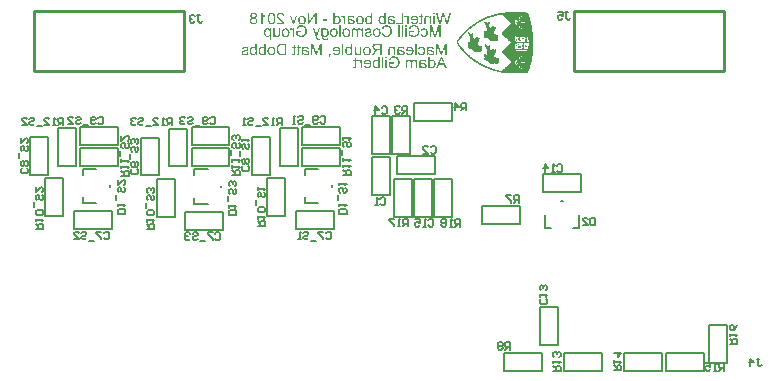
<source format=gbo>
G04 Layer_Color=32896*
%FSLAX25Y25*%
%MOIN*%
G70*
G01*
G75*
%ADD23C,0.01000*%
%ADD37C,0.00787*%
%ADD38C,0.00800*%
%ADD39C,0.00100*%
%ADD40C,0.00500*%
G36*
X118973Y123337D02*
X119028Y123325D01*
X119078Y123309D01*
X119125Y123292D01*
X119161Y123273D01*
X119188Y123259D01*
X119200Y123251D01*
X119208Y123248D01*
X119211Y123242D01*
X119213D01*
X119238Y123223D01*
X119266Y123198D01*
X119291Y123170D01*
X119316Y123143D01*
X119366Y123076D01*
X119413Y123012D01*
X119452Y122951D01*
X119468Y122924D01*
X119482Y122899D01*
X119493Y122879D01*
X119501Y122866D01*
X119507Y122854D01*
X119510Y122852D01*
Y123278D01*
X119934D01*
Y120500D01*
X119463D01*
Y121951D01*
X119460Y122062D01*
X119452Y122165D01*
X119443Y122212D01*
X119438Y122256D01*
X119432Y122298D01*
X119424Y122339D01*
X119416Y122372D01*
X119410Y122406D01*
X119402Y122433D01*
X119396Y122456D01*
X119394Y122475D01*
X119388Y122489D01*
X119385Y122497D01*
Y122500D01*
X119363Y122558D01*
X119335Y122611D01*
X119308Y122655D01*
X119277Y122691D01*
X119252Y122719D01*
X119230Y122741D01*
X119216Y122752D01*
X119211Y122757D01*
X119164Y122788D01*
X119116Y122813D01*
X119069Y122830D01*
X119028Y122841D01*
X118992Y122846D01*
X118961Y122852D01*
X118937D01*
X118873Y122846D01*
X118809Y122835D01*
X118751Y122821D01*
X118701Y122802D01*
X118657Y122783D01*
X118637Y122774D01*
X118623Y122769D01*
X118610Y122760D01*
X118601Y122757D01*
X118596Y122752D01*
X118593D01*
X118427Y123187D01*
X118474Y123215D01*
X118518Y123237D01*
X118562Y123259D01*
X118607Y123275D01*
X118687Y123303D01*
X118726Y123312D01*
X118762Y123320D01*
X118795Y123325D01*
X118823Y123331D01*
X118848Y123334D01*
X118870Y123337D01*
X118887Y123339D01*
X118912D01*
X118973Y123337D01*
D02*
G37*
G36*
X118105Y120500D02*
X115712D01*
Y120951D01*
X117599D01*
Y124334D01*
X118105D01*
Y120500D01*
D02*
G37*
G36*
X126172Y123334D02*
X126271Y123320D01*
X126363Y123298D01*
X126449Y123267D01*
X126529Y123234D01*
X126601Y123195D01*
X126667Y123154D01*
X126726Y123112D01*
X126778Y123068D01*
X126823Y123026D01*
X126861Y122987D01*
X126895Y122954D01*
X126917Y122924D01*
X126936Y122902D01*
X126947Y122888D01*
X126950Y122882D01*
Y123278D01*
X127374D01*
Y120500D01*
X126903D01*
Y122015D01*
X126900Y122112D01*
X126895Y122201D01*
X126884Y122281D01*
X126870Y122353D01*
X126853Y122420D01*
X126834Y122480D01*
X126814Y122533D01*
X126795Y122578D01*
X126776Y122619D01*
X126756Y122652D01*
X126737Y122680D01*
X126720Y122702D01*
X126706Y122719D01*
X126695Y122733D01*
X126690Y122738D01*
X126687Y122741D01*
X126645Y122774D01*
X126601Y122805D01*
X126557Y122830D01*
X126512Y122852D01*
X126468Y122871D01*
X126426Y122885D01*
X126385Y122899D01*
X126343Y122907D01*
X126307Y122915D01*
X126274Y122921D01*
X126244Y122926D01*
X126216Y122929D01*
X126197Y122932D01*
X126166D01*
X126097Y122929D01*
X126036Y122918D01*
X125981Y122904D01*
X125931Y122890D01*
X125892Y122874D01*
X125864Y122860D01*
X125853Y122854D01*
X125845Y122849D01*
X125842Y122846D01*
X125839D01*
X125789Y122813D01*
X125748Y122774D01*
X125715Y122735D01*
X125687Y122699D01*
X125668Y122666D01*
X125654Y122641D01*
X125648Y122630D01*
X125645Y122622D01*
X125643Y122619D01*
Y122616D01*
X125631Y122589D01*
X125623Y122558D01*
X125609Y122489D01*
X125601Y122420D01*
X125593Y122348D01*
Y122317D01*
X125590Y122287D01*
Y122259D01*
X125587Y122234D01*
Y122215D01*
Y122201D01*
Y122190D01*
Y122187D01*
Y120500D01*
X125116D01*
Y122206D01*
Y122265D01*
Y122320D01*
X125119Y122370D01*
X125122Y122417D01*
Y122458D01*
X125125Y122494D01*
X125127Y122528D01*
X125130Y122558D01*
X125133Y122583D01*
X125136Y122605D01*
X125138Y122625D01*
Y122638D01*
X125141Y122650D01*
X125144Y122658D01*
Y122661D01*
Y122663D01*
X125163Y122735D01*
X125186Y122802D01*
X125208Y122863D01*
X125233Y122913D01*
X125255Y122954D01*
X125266Y122971D01*
X125274Y122985D01*
X125280Y122996D01*
X125285Y123004D01*
X125291Y123007D01*
Y123010D01*
X125335Y123062D01*
X125385Y123109D01*
X125438Y123151D01*
X125487Y123184D01*
X125535Y123212D01*
X125554Y123223D01*
X125571Y123231D01*
X125587Y123240D01*
X125598Y123245D01*
X125604Y123248D01*
X125607D01*
X125687Y123278D01*
X125767Y123301D01*
X125845Y123317D01*
X125914Y123328D01*
X125947Y123331D01*
X125975Y123334D01*
X126003Y123337D01*
X126025Y123339D01*
X126066D01*
X126172Y123334D01*
D02*
G37*
G36*
X121873D02*
X121972Y123323D01*
X122067Y123303D01*
X122158Y123278D01*
X122241Y123251D01*
X122316Y123217D01*
X122388Y123181D01*
X122452Y123145D01*
X122510Y123109D01*
X122560Y123073D01*
X122601Y123043D01*
X122637Y123012D01*
X122668Y122987D01*
X122687Y122968D01*
X122698Y122957D01*
X122704Y122951D01*
X122767Y122877D01*
X122823Y122794D01*
X122870Y122708D01*
X122911Y122619D01*
X122947Y122528D01*
X122975Y122436D01*
X123000Y122348D01*
X123019Y122265D01*
X123033Y122181D01*
X123044Y122107D01*
X123053Y122040D01*
X123058Y121982D01*
X123061Y121954D01*
Y121932D01*
Y121913D01*
X123064Y121896D01*
Y121882D01*
Y121874D01*
Y121868D01*
Y121866D01*
X123061Y121741D01*
X123047Y121625D01*
X123030Y121517D01*
X123008Y121414D01*
X122981Y121320D01*
X122950Y121234D01*
X122920Y121157D01*
X122887Y121084D01*
X122853Y121021D01*
X122820Y120968D01*
X122792Y120921D01*
X122765Y120882D01*
X122742Y120852D01*
X122723Y120830D01*
X122712Y120819D01*
X122709Y120813D01*
X122640Y120747D01*
X122565Y120688D01*
X122488Y120639D01*
X122407Y120597D01*
X122327Y120561D01*
X122247Y120530D01*
X122166Y120505D01*
X122091Y120486D01*
X122020Y120469D01*
X121953Y120458D01*
X121895Y120450D01*
X121842Y120445D01*
X121801Y120442D01*
X121784D01*
X121770Y120439D01*
X121742D01*
X121654Y120442D01*
X121568Y120450D01*
X121488Y120461D01*
X121413Y120475D01*
X121344Y120494D01*
X121277Y120514D01*
X121219Y120536D01*
X121163Y120558D01*
X121114Y120578D01*
X121072Y120600D01*
X121033Y120619D01*
X121003Y120639D01*
X120978Y120652D01*
X120961Y120663D01*
X120950Y120672D01*
X120948Y120675D01*
X120892Y120722D01*
X120840Y120772D01*
X120792Y120824D01*
X120751Y120877D01*
X120712Y120932D01*
X120676Y120987D01*
X120646Y121043D01*
X120618Y121093D01*
X120593Y121143D01*
X120573Y121190D01*
X120557Y121231D01*
X120543Y121267D01*
X120535Y121295D01*
X120526Y121317D01*
X120521Y121331D01*
Y121336D01*
X121006Y121400D01*
X121028Y121345D01*
X121050Y121295D01*
X121072Y121248D01*
X121097Y121204D01*
X121122Y121165D01*
X121144Y121129D01*
X121169Y121098D01*
X121191Y121068D01*
X121213Y121043D01*
X121233Y121021D01*
X121249Y121004D01*
X121266Y120987D01*
X121280Y120976D01*
X121288Y120968D01*
X121294Y120965D01*
X121297Y120963D01*
X121333Y120938D01*
X121369Y120918D01*
X121405Y120899D01*
X121443Y120885D01*
X121518Y120860D01*
X121587Y120844D01*
X121618Y120838D01*
X121648Y120835D01*
X121673Y120832D01*
X121695Y120830D01*
X121715Y120827D01*
X121740D01*
X121803Y120830D01*
X121864Y120838D01*
X121923Y120849D01*
X121978Y120866D01*
X122030Y120882D01*
X122078Y120904D01*
X122122Y120924D01*
X122161Y120949D01*
X122197Y120971D01*
X122230Y120993D01*
X122258Y121012D01*
X122280Y121029D01*
X122297Y121046D01*
X122310Y121057D01*
X122319Y121065D01*
X122321Y121068D01*
X122363Y121115D01*
X122399Y121168D01*
X122432Y121223D01*
X122460Y121281D01*
X122485Y121339D01*
X122504Y121397D01*
X122524Y121453D01*
X122538Y121511D01*
X122548Y121564D01*
X122560Y121611D01*
X122565Y121655D01*
X122571Y121694D01*
X122576Y121724D01*
Y121749D01*
X122579Y121763D01*
Y121769D01*
X120507D01*
Y121799D01*
X120504Y121824D01*
Y121844D01*
Y121863D01*
Y121877D01*
Y121885D01*
Y121890D01*
Y121893D01*
X120507Y122018D01*
X120518Y122137D01*
X120537Y122248D01*
X120560Y122350D01*
X120587Y122444D01*
X120615Y122533D01*
X120648Y122614D01*
X120682Y122686D01*
X120715Y122749D01*
X120745Y122805D01*
X120776Y122852D01*
X120803Y122890D01*
X120826Y122921D01*
X120842Y122943D01*
X120856Y122954D01*
X120859Y122960D01*
X120928Y123026D01*
X121000Y123084D01*
X121072Y123137D01*
X121150Y123179D01*
X121224Y123217D01*
X121302Y123248D01*
X121374Y123273D01*
X121446Y123292D01*
X121513Y123309D01*
X121573Y123320D01*
X121626Y123328D01*
X121676Y123334D01*
X121715Y123337D01*
X121742Y123339D01*
X121767D01*
X121873Y123334D01*
D02*
G37*
G36*
X128559Y120500D02*
X128088D01*
Y123278D01*
X128559D01*
Y120500D01*
D02*
G37*
G36*
X97835Y123337D02*
X97890Y123325D01*
X97940Y123309D01*
X97987Y123292D01*
X98023Y123273D01*
X98051Y123259D01*
X98062Y123251D01*
X98070Y123248D01*
X98073Y123242D01*
X98076D01*
X98101Y123223D01*
X98128Y123198D01*
X98153Y123170D01*
X98178Y123143D01*
X98228Y123076D01*
X98275Y123012D01*
X98314Y122951D01*
X98330Y122924D01*
X98344Y122899D01*
X98355Y122879D01*
X98364Y122866D01*
X98369Y122854D01*
X98372Y122852D01*
Y123278D01*
X98796D01*
Y120500D01*
X98325D01*
Y121951D01*
X98322Y122062D01*
X98314Y122165D01*
X98305Y122212D01*
X98300Y122256D01*
X98294Y122298D01*
X98286Y122339D01*
X98278Y122372D01*
X98272Y122406D01*
X98264Y122433D01*
X98258Y122456D01*
X98256Y122475D01*
X98250Y122489D01*
X98247Y122497D01*
Y122500D01*
X98225Y122558D01*
X98198Y122611D01*
X98170Y122655D01*
X98139Y122691D01*
X98114Y122719D01*
X98092Y122741D01*
X98078Y122752D01*
X98073Y122757D01*
X98026Y122788D01*
X97979Y122813D01*
X97932Y122830D01*
X97890Y122841D01*
X97854Y122846D01*
X97824Y122852D01*
X97799D01*
X97735Y122846D01*
X97671Y122835D01*
X97613Y122821D01*
X97563Y122802D01*
X97519Y122783D01*
X97499Y122774D01*
X97486Y122769D01*
X97472Y122760D01*
X97463Y122757D01*
X97458Y122752D01*
X97455D01*
X97289Y123187D01*
X97336Y123215D01*
X97380Y123237D01*
X97425Y123259D01*
X97469Y123275D01*
X97549Y123303D01*
X97588Y123312D01*
X97624Y123320D01*
X97657Y123325D01*
X97685Y123331D01*
X97710Y123334D01*
X97732Y123337D01*
X97749Y123339D01*
X97774D01*
X97835Y123337D01*
D02*
G37*
G36*
X74243Y124345D02*
X74314Y124339D01*
X74384Y124328D01*
X74450Y124311D01*
X74511Y124295D01*
X74569Y124276D01*
X74622Y124256D01*
X74669Y124237D01*
X74713Y124215D01*
X74749Y124195D01*
X74783Y124176D01*
X74810Y124159D01*
X74832Y124145D01*
X74846Y124134D01*
X74857Y124126D01*
X74860Y124123D01*
X74910Y124079D01*
X74957Y124032D01*
X75002Y123982D01*
X75043Y123929D01*
X75079Y123877D01*
X75112Y123821D01*
X75146Y123769D01*
X75170Y123719D01*
X75195Y123672D01*
X75218Y123627D01*
X75234Y123586D01*
X75251Y123553D01*
X75262Y123522D01*
X75270Y123503D01*
X75273Y123489D01*
X75276Y123483D01*
X75301Y123403D01*
X75320Y123317D01*
X75339Y123228D01*
X75356Y123137D01*
X75381Y122954D01*
X75389Y122866D01*
X75398Y122780D01*
X75403Y122699D01*
X75406Y122625D01*
X75409Y122558D01*
X75411Y122503D01*
Y122478D01*
X75414Y122456D01*
Y122436D01*
Y122420D01*
Y122406D01*
Y122397D01*
Y122392D01*
Y122389D01*
Y122289D01*
X75409Y122193D01*
X75406Y122101D01*
X75398Y122012D01*
X75389Y121926D01*
X75378Y121844D01*
X75367Y121766D01*
X75356Y121691D01*
X75342Y121616D01*
X75326Y121550D01*
X75312Y121483D01*
X75295Y121422D01*
X75279Y121361D01*
X75262Y121306D01*
X75243Y121253D01*
X75226Y121204D01*
X75209Y121159D01*
X75190Y121115D01*
X75173Y121076D01*
X75157Y121037D01*
X75140Y121004D01*
X75126Y120974D01*
X75109Y120946D01*
X75096Y120921D01*
X75085Y120899D01*
X75073Y120882D01*
X75062Y120866D01*
X75054Y120852D01*
X75046Y120844D01*
X75040Y120835D01*
X75037Y120832D01*
Y120830D01*
X74977Y120760D01*
X74910Y120699D01*
X74841Y120647D01*
X74769Y120603D01*
X74694Y120564D01*
X74622Y120533D01*
X74553Y120505D01*
X74484Y120486D01*
X74417Y120469D01*
X74359Y120458D01*
X74303Y120447D01*
X74256Y120442D01*
X74218Y120439D01*
X74190Y120436D01*
X74165D01*
X74087Y120439D01*
X74015Y120447D01*
X73946Y120458D01*
X73880Y120472D01*
X73819Y120489D01*
X73763Y120508D01*
X73711Y120528D01*
X73661Y120550D01*
X73619Y120569D01*
X73580Y120589D01*
X73550Y120608D01*
X73522Y120625D01*
X73500Y120641D01*
X73486Y120652D01*
X73475Y120658D01*
X73472Y120661D01*
X73423Y120705D01*
X73375Y120752D01*
X73331Y120802D01*
X73290Y120855D01*
X73254Y120910D01*
X73220Y120963D01*
X73187Y121015D01*
X73159Y121065D01*
X73137Y121112D01*
X73115Y121157D01*
X73098Y121198D01*
X73082Y121231D01*
X73071Y121262D01*
X73062Y121281D01*
X73060Y121295D01*
X73057Y121300D01*
X73032Y121381D01*
X73010Y121467D01*
X72991Y121555D01*
X72974Y121647D01*
X72949Y121827D01*
X72941Y121915D01*
X72932Y122001D01*
X72927Y122082D01*
X72924Y122154D01*
X72921Y122220D01*
X72918Y122278D01*
Y122303D01*
X72916Y122325D01*
Y122345D01*
Y122359D01*
Y122372D01*
Y122381D01*
Y122386D01*
Y122389D01*
Y122494D01*
X72918Y122591D01*
X72924Y122686D01*
X72930Y122771D01*
X72935Y122852D01*
X72943Y122926D01*
X72952Y122996D01*
X72960Y123057D01*
X72968Y123112D01*
X72977Y123159D01*
X72985Y123201D01*
X72991Y123234D01*
X72996Y123262D01*
X73001Y123278D01*
X73004Y123292D01*
Y123295D01*
X73021Y123356D01*
X73040Y123417D01*
X73057Y123472D01*
X73076Y123525D01*
X73098Y123575D01*
X73118Y123622D01*
X73137Y123666D01*
X73157Y123705D01*
X73173Y123741D01*
X73190Y123771D01*
X73204Y123799D01*
X73218Y123821D01*
X73229Y123838D01*
X73237Y123852D01*
X73240Y123860D01*
X73242Y123863D01*
X73301Y123946D01*
X73364Y124018D01*
X73428Y124082D01*
X73489Y124132D01*
X73517Y124154D01*
X73545Y124170D01*
X73567Y124187D01*
X73586Y124201D01*
X73603Y124209D01*
X73614Y124217D01*
X73622Y124223D01*
X73625D01*
X73669Y124245D01*
X73713Y124264D01*
X73808Y124295D01*
X73899Y124317D01*
X73982Y124331D01*
X74021Y124336D01*
X74054Y124342D01*
X74087Y124345D01*
X74112D01*
X74134Y124347D01*
X74165D01*
X74243Y124345D01*
D02*
G37*
G36*
X68301D02*
X68387Y124336D01*
X68470Y124323D01*
X68545Y124303D01*
X68617Y124281D01*
X68683Y124256D01*
X68744Y124231D01*
X68797Y124206D01*
X68847Y124179D01*
X68888Y124154D01*
X68924Y124129D01*
X68955Y124107D01*
X68980Y124090D01*
X68996Y124073D01*
X69007Y124065D01*
X69010Y124062D01*
X69063Y124007D01*
X69110Y123951D01*
X69148Y123890D01*
X69182Y123832D01*
X69212Y123771D01*
X69237Y123713D01*
X69257Y123658D01*
X69270Y123602D01*
X69284Y123553D01*
X69292Y123505D01*
X69301Y123464D01*
X69304Y123428D01*
X69306Y123400D01*
X69309Y123378D01*
Y123364D01*
Y123359D01*
X69306Y123309D01*
X69304Y123259D01*
X69287Y123168D01*
X69276Y123126D01*
X69265Y123087D01*
X69251Y123051D01*
X69237Y123018D01*
X69226Y122987D01*
X69212Y122960D01*
X69201Y122938D01*
X69190Y122918D01*
X69182Y122902D01*
X69173Y122890D01*
X69171Y122885D01*
X69168Y122882D01*
X69140Y122846D01*
X69110Y122813D01*
X69040Y122752D01*
X68968Y122699D01*
X68896Y122655D01*
X68863Y122638D01*
X68833Y122622D01*
X68805Y122608D01*
X68780Y122597D01*
X68761Y122589D01*
X68747Y122583D01*
X68736Y122578D01*
X68733D01*
X68797Y122558D01*
X68858Y122536D01*
X68913Y122511D01*
X68966Y122486D01*
X69016Y122458D01*
X69060Y122428D01*
X69099Y122400D01*
X69137Y122372D01*
X69168Y122345D01*
X69196Y122320D01*
X69221Y122295D01*
X69240Y122276D01*
X69257Y122259D01*
X69268Y122245D01*
X69273Y122237D01*
X69276Y122234D01*
X69309Y122184D01*
X69337Y122134D01*
X69362Y122082D01*
X69384Y122029D01*
X69403Y121976D01*
X69417Y121926D01*
X69431Y121874D01*
X69439Y121827D01*
X69448Y121783D01*
X69453Y121741D01*
X69459Y121702D01*
X69462Y121672D01*
X69464Y121644D01*
Y121625D01*
Y121614D01*
Y121608D01*
X69462Y121517D01*
X69450Y121428D01*
X69431Y121345D01*
X69409Y121265D01*
X69384Y121193D01*
X69353Y121123D01*
X69323Y121060D01*
X69290Y121001D01*
X69259Y120949D01*
X69229Y120904D01*
X69198Y120866D01*
X69171Y120832D01*
X69151Y120805D01*
X69132Y120788D01*
X69121Y120774D01*
X69118Y120772D01*
X69049Y120713D01*
X68980Y120661D01*
X68905Y120616D01*
X68827Y120578D01*
X68750Y120544D01*
X68675Y120519D01*
X68600Y120497D01*
X68528Y120478D01*
X68462Y120464D01*
X68398Y120453D01*
X68342Y120447D01*
X68295Y120442D01*
X68256Y120439D01*
X68226Y120436D01*
X68201D01*
X68099Y120439D01*
X67999Y120450D01*
X67908Y120467D01*
X67819Y120489D01*
X67738Y120514D01*
X67664Y120542D01*
X67594Y120572D01*
X67531Y120603D01*
X67475Y120633D01*
X67428Y120663D01*
X67384Y120691D01*
X67351Y120716D01*
X67323Y120738D01*
X67304Y120755D01*
X67290Y120766D01*
X67287Y120769D01*
X67226Y120832D01*
X67171Y120902D01*
X67126Y120968D01*
X67085Y121040D01*
X67052Y121109D01*
X67024Y121176D01*
X66999Y121242D01*
X66982Y121306D01*
X66969Y121367D01*
X66957Y121422D01*
X66949Y121469D01*
X66944Y121511D01*
X66941Y121547D01*
X66938Y121572D01*
Y121589D01*
Y121594D01*
X66941Y121661D01*
X66946Y121724D01*
X66955Y121783D01*
X66966Y121841D01*
X66982Y121893D01*
X66996Y121946D01*
X67013Y121990D01*
X67029Y122035D01*
X67049Y122073D01*
X67065Y122107D01*
X67079Y122137D01*
X67093Y122162D01*
X67107Y122181D01*
X67115Y122195D01*
X67121Y122204D01*
X67124Y122206D01*
X67160Y122253D01*
X67201Y122295D01*
X67243Y122336D01*
X67287Y122372D01*
X67331Y122406D01*
X67376Y122436D01*
X67420Y122464D01*
X67464Y122489D01*
X67503Y122511D01*
X67542Y122528D01*
X67575Y122544D01*
X67606Y122555D01*
X67630Y122566D01*
X67647Y122572D01*
X67661Y122578D01*
X67664D01*
X67611Y122600D01*
X67564Y122622D01*
X67520Y122647D01*
X67475Y122672D01*
X67439Y122697D01*
X67403Y122722D01*
X67373Y122747D01*
X67342Y122771D01*
X67317Y122794D01*
X67298Y122816D01*
X67279Y122832D01*
X67265Y122849D01*
X67251Y122863D01*
X67243Y122874D01*
X67240Y122879D01*
X67237Y122882D01*
X67212Y122921D01*
X67190Y122960D01*
X67171Y122998D01*
X67154Y123037D01*
X67129Y123115D01*
X67112Y123187D01*
X67107Y123220D01*
X67104Y123251D01*
X67101Y123278D01*
X67099Y123301D01*
X67096Y123320D01*
Y123334D01*
Y123342D01*
Y123345D01*
X67099Y123422D01*
X67110Y123494D01*
X67124Y123566D01*
X67143Y123633D01*
X67168Y123694D01*
X67193Y123752D01*
X67221Y123807D01*
X67248Y123857D01*
X67279Y123902D01*
X67306Y123940D01*
X67331Y123974D01*
X67356Y124001D01*
X67376Y124023D01*
X67390Y124040D01*
X67401Y124051D01*
X67403Y124054D01*
X67462Y124107D01*
X67525Y124151D01*
X67592Y124190D01*
X67658Y124223D01*
X67725Y124253D01*
X67791Y124276D01*
X67858Y124295D01*
X67921Y124311D01*
X67980Y124323D01*
X68035Y124331D01*
X68085Y124339D01*
X68126Y124342D01*
X68162Y124345D01*
X68187Y124347D01*
X68209D01*
X68301Y124345D01*
D02*
G37*
G36*
X84375Y123337D02*
X84467Y123325D01*
X84552Y123312D01*
X84633Y123292D01*
X84710Y123267D01*
X84782Y123242D01*
X84849Y123212D01*
X84910Y123184D01*
X84965Y123156D01*
X85012Y123126D01*
X85054Y123101D01*
X85090Y123079D01*
X85118Y123057D01*
X85137Y123043D01*
X85148Y123032D01*
X85154Y123029D01*
X85228Y122954D01*
X85295Y122874D01*
X85350Y122785D01*
X85400Y122694D01*
X85442Y122600D01*
X85475Y122505D01*
X85505Y122411D01*
X85527Y122320D01*
X85544Y122231D01*
X85558Y122151D01*
X85566Y122079D01*
X85572Y122046D01*
X85575Y122015D01*
Y121987D01*
X85577Y121963D01*
Y121940D01*
X85580Y121921D01*
Y121907D01*
Y121896D01*
Y121890D01*
Y121888D01*
X85577Y121760D01*
X85563Y121639D01*
X85547Y121528D01*
X85525Y121422D01*
X85497Y121326D01*
X85466Y121237D01*
X85433Y121157D01*
X85400Y121084D01*
X85367Y121021D01*
X85336Y120965D01*
X85306Y120918D01*
X85278Y120879D01*
X85256Y120849D01*
X85239Y120827D01*
X85226Y120816D01*
X85223Y120810D01*
X85154Y120744D01*
X85079Y120688D01*
X85001Y120639D01*
X84924Y120597D01*
X84846Y120561D01*
X84766Y120530D01*
X84691Y120505D01*
X84616Y120486D01*
X84547Y120469D01*
X84483Y120458D01*
X84428Y120450D01*
X84378Y120445D01*
X84336Y120442D01*
X84320D01*
X84306Y120439D01*
X84281D01*
X84212Y120442D01*
X84148Y120447D01*
X84084Y120456D01*
X84021Y120467D01*
X83962Y120478D01*
X83907Y120492D01*
X83857Y120508D01*
X83807Y120525D01*
X83766Y120539D01*
X83727Y120555D01*
X83694Y120569D01*
X83663Y120583D01*
X83641Y120591D01*
X83625Y120600D01*
X83613Y120605D01*
X83611Y120608D01*
X83555Y120641D01*
X83503Y120677D01*
X83453Y120716D01*
X83408Y120755D01*
X83367Y120794D01*
X83328Y120832D01*
X83292Y120871D01*
X83262Y120910D01*
X83234Y120946D01*
X83209Y120979D01*
X83190Y121007D01*
X83173Y121035D01*
X83159Y121054D01*
X83151Y121071D01*
X83145Y121082D01*
X83143Y121084D01*
X83115Y121145D01*
X83087Y121209D01*
X83068Y121276D01*
X83048Y121345D01*
X83032Y121417D01*
X83018Y121486D01*
X83007Y121555D01*
X82999Y121622D01*
X82993Y121683D01*
X82987Y121741D01*
X82985Y121794D01*
X82982Y121838D01*
X82979Y121874D01*
Y121904D01*
Y121913D01*
Y121921D01*
Y121924D01*
Y121926D01*
X82982Y122048D01*
X82996Y122162D01*
X83012Y122267D01*
X83037Y122367D01*
X83065Y122461D01*
X83095Y122544D01*
X83129Y122622D01*
X83162Y122694D01*
X83195Y122755D01*
X83228Y122810D01*
X83259Y122854D01*
X83287Y122893D01*
X83311Y122924D01*
X83328Y122946D01*
X83339Y122957D01*
X83345Y122962D01*
X83414Y123029D01*
X83489Y123087D01*
X83566Y123137D01*
X83644Y123181D01*
X83722Y123217D01*
X83799Y123248D01*
X83877Y123273D01*
X83949Y123292D01*
X84018Y123309D01*
X84082Y123320D01*
X84137Y123328D01*
X84187Y123334D01*
X84226Y123337D01*
X84242Y123339D01*
X84281D01*
X84375Y123337D01*
D02*
G37*
G36*
X103718D02*
X103809Y123325D01*
X103895Y123312D01*
X103976Y123292D01*
X104053Y123267D01*
X104125Y123242D01*
X104192Y123212D01*
X104253Y123184D01*
X104308Y123156D01*
X104355Y123126D01*
X104397Y123101D01*
X104433Y123079D01*
X104460Y123057D01*
X104480Y123043D01*
X104491Y123032D01*
X104497Y123029D01*
X104571Y122954D01*
X104638Y122874D01*
X104693Y122785D01*
X104743Y122694D01*
X104785Y122600D01*
X104818Y122505D01*
X104848Y122411D01*
X104870Y122320D01*
X104887Y122231D01*
X104901Y122151D01*
X104909Y122079D01*
X104915Y122046D01*
X104918Y122015D01*
Y121987D01*
X104920Y121963D01*
Y121940D01*
X104923Y121921D01*
Y121907D01*
Y121896D01*
Y121890D01*
Y121888D01*
X104920Y121760D01*
X104906Y121639D01*
X104890Y121528D01*
X104868Y121422D01*
X104840Y121326D01*
X104809Y121237D01*
X104776Y121157D01*
X104743Y121084D01*
X104710Y121021D01*
X104679Y120965D01*
X104649Y120918D01*
X104621Y120879D01*
X104599Y120849D01*
X104582Y120827D01*
X104569Y120816D01*
X104566Y120810D01*
X104497Y120744D01*
X104422Y120688D01*
X104344Y120639D01*
X104267Y120597D01*
X104189Y120561D01*
X104109Y120530D01*
X104034Y120505D01*
X103959Y120486D01*
X103890Y120469D01*
X103826Y120458D01*
X103771Y120450D01*
X103721Y120445D01*
X103679Y120442D01*
X103663D01*
X103649Y120439D01*
X103624D01*
X103555Y120442D01*
X103491Y120447D01*
X103427Y120456D01*
X103364Y120467D01*
X103305Y120478D01*
X103250Y120492D01*
X103200Y120508D01*
X103150Y120525D01*
X103109Y120539D01*
X103070Y120555D01*
X103037Y120569D01*
X103006Y120583D01*
X102984Y120591D01*
X102967Y120600D01*
X102956Y120605D01*
X102954Y120608D01*
X102898Y120641D01*
X102846Y120677D01*
X102796Y120716D01*
X102751Y120755D01*
X102710Y120794D01*
X102671Y120832D01*
X102635Y120871D01*
X102604Y120910D01*
X102577Y120946D01*
X102552Y120979D01*
X102532Y121007D01*
X102516Y121035D01*
X102502Y121054D01*
X102494Y121071D01*
X102488Y121082D01*
X102485Y121084D01*
X102458Y121145D01*
X102430Y121209D01*
X102411Y121276D01*
X102391Y121345D01*
X102375Y121417D01*
X102361Y121486D01*
X102350Y121555D01*
X102341Y121622D01*
X102336Y121683D01*
X102330Y121741D01*
X102328Y121794D01*
X102325Y121838D01*
X102322Y121874D01*
Y121904D01*
Y121913D01*
Y121921D01*
Y121924D01*
Y121926D01*
X102325Y122048D01*
X102339Y122162D01*
X102355Y122267D01*
X102380Y122367D01*
X102408Y122461D01*
X102438Y122544D01*
X102472Y122622D01*
X102505Y122694D01*
X102538Y122755D01*
X102571Y122810D01*
X102602Y122854D01*
X102629Y122893D01*
X102654Y122924D01*
X102671Y122946D01*
X102682Y122957D01*
X102688Y122962D01*
X102757Y123029D01*
X102832Y123087D01*
X102909Y123137D01*
X102987Y123181D01*
X103064Y123217D01*
X103142Y123248D01*
X103219Y123273D01*
X103291Y123292D01*
X103361Y123309D01*
X103425Y123320D01*
X103480Y123328D01*
X103530Y123334D01*
X103568Y123337D01*
X103585Y123339D01*
X103624D01*
X103718Y123337D01*
D02*
G37*
G36*
X95245Y122954D02*
X95294Y123015D01*
X95347Y123071D01*
X95400Y123118D01*
X95452Y123156D01*
X95497Y123190D01*
X95516Y123201D01*
X95533Y123212D01*
X95547Y123220D01*
X95558Y123226D01*
X95563Y123231D01*
X95566D01*
X95641Y123267D01*
X95718Y123295D01*
X95793Y123314D01*
X95862Y123325D01*
X95893Y123331D01*
X95920Y123334D01*
X95948Y123337D01*
X95970D01*
X95987Y123339D01*
X96012D01*
X96076Y123337D01*
X96137Y123331D01*
X96195Y123323D01*
X96253Y123312D01*
X96306Y123298D01*
X96358Y123281D01*
X96405Y123265D01*
X96450Y123248D01*
X96488Y123231D01*
X96524Y123215D01*
X96555Y123198D01*
X96580Y123184D01*
X96602Y123173D01*
X96616Y123165D01*
X96627Y123159D01*
X96630Y123156D01*
X96680Y123120D01*
X96727Y123082D01*
X96771Y123043D01*
X96812Y122998D01*
X96848Y122957D01*
X96882Y122913D01*
X96915Y122871D01*
X96940Y122830D01*
X96965Y122791D01*
X96987Y122755D01*
X97004Y122722D01*
X97020Y122694D01*
X97031Y122672D01*
X97040Y122652D01*
X97042Y122641D01*
X97045Y122638D01*
X97070Y122575D01*
X97089Y122508D01*
X97109Y122444D01*
X97123Y122378D01*
X97148Y122251D01*
X97156Y122193D01*
X97164Y122134D01*
X97170Y122082D01*
X97173Y122035D01*
X97175Y121993D01*
X97178Y121954D01*
X97181Y121926D01*
Y121904D01*
Y121890D01*
Y121885D01*
X97178Y121807D01*
X97175Y121730D01*
X97167Y121658D01*
X97156Y121589D01*
X97145Y121522D01*
X97134Y121458D01*
X97120Y121400D01*
X97103Y121348D01*
X97089Y121300D01*
X97076Y121256D01*
X97065Y121220D01*
X97053Y121190D01*
X97042Y121165D01*
X97034Y121145D01*
X97031Y121134D01*
X97028Y121132D01*
X96998Y121073D01*
X96968Y121015D01*
X96932Y120963D01*
X96898Y120915D01*
X96862Y120868D01*
X96826Y120827D01*
X96790Y120788D01*
X96757Y120755D01*
X96724Y120724D01*
X96696Y120697D01*
X96668Y120675D01*
X96644Y120655D01*
X96627Y120641D01*
X96610Y120630D01*
X96602Y120625D01*
X96599Y120622D01*
X96547Y120589D01*
X96494Y120561D01*
X96438Y120536D01*
X96386Y120517D01*
X96333Y120497D01*
X96283Y120483D01*
X96236Y120472D01*
X96189Y120461D01*
X96148Y120456D01*
X96109Y120450D01*
X96076Y120445D01*
X96045Y120442D01*
X96023Y120439D01*
X95990D01*
X95896Y120445D01*
X95810Y120456D01*
X95727Y120478D01*
X95652Y120503D01*
X95583Y120536D01*
X95519Y120569D01*
X95461Y120608D01*
X95408Y120647D01*
X95364Y120683D01*
X95322Y120722D01*
X95289Y120755D01*
X95261Y120788D01*
X95239Y120813D01*
X95223Y120835D01*
X95214Y120846D01*
X95211Y120852D01*
Y120500D01*
X94774D01*
Y124334D01*
X95245D01*
Y122954D01*
D02*
G37*
G36*
X70993Y124300D02*
X71021Y124253D01*
X71085Y124162D01*
X71154Y124076D01*
X71190Y124035D01*
X71223Y123996D01*
X71256Y123962D01*
X71287Y123929D01*
X71315Y123902D01*
X71339Y123877D01*
X71359Y123857D01*
X71373Y123843D01*
X71384Y123835D01*
X71387Y123832D01*
X71500Y123738D01*
X71619Y123652D01*
X71736Y123575D01*
X71791Y123541D01*
X71844Y123508D01*
X71891Y123480D01*
X71935Y123456D01*
X71977Y123433D01*
X72010Y123417D01*
X72038Y123403D01*
X72060Y123392D01*
X72071Y123386D01*
X72076Y123384D01*
Y122929D01*
X71993Y122962D01*
X71907Y123001D01*
X71824Y123040D01*
X71747Y123079D01*
X71714Y123098D01*
X71680Y123115D01*
X71653Y123132D01*
X71630Y123145D01*
X71611Y123154D01*
X71594Y123162D01*
X71586Y123168D01*
X71583Y123170D01*
X71484Y123231D01*
X71439Y123262D01*
X71395Y123289D01*
X71356Y123320D01*
X71320Y123345D01*
X71287Y123372D01*
X71254Y123395D01*
X71229Y123417D01*
X71204Y123436D01*
X71182Y123456D01*
X71165Y123469D01*
X71151Y123480D01*
X71143Y123489D01*
X71137Y123494D01*
X71135Y123497D01*
Y120500D01*
X70664D01*
Y124347D01*
X70968D01*
X70993Y124300D01*
D02*
G37*
G36*
X114125Y123334D02*
X114186Y123331D01*
X114244Y123323D01*
X114299Y123317D01*
X114352Y123309D01*
X114402Y123298D01*
X114446Y123289D01*
X114485Y123281D01*
X114521Y123270D01*
X114551Y123262D01*
X114579Y123256D01*
X114599Y123248D01*
X114615Y123245D01*
X114624Y123240D01*
X114626D01*
X114676Y123220D01*
X114723Y123201D01*
X114765Y123179D01*
X114806Y123154D01*
X114842Y123132D01*
X114876Y123109D01*
X114909Y123084D01*
X114937Y123062D01*
X114962Y123043D01*
X114981Y123023D01*
X115000Y123004D01*
X115014Y122990D01*
X115028Y122976D01*
X115036Y122968D01*
X115039Y122962D01*
X115042Y122960D01*
X115092Y122888D01*
X115133Y122807D01*
X115169Y122730D01*
X115197Y122652D01*
X115211Y122619D01*
X115219Y122586D01*
X115227Y122558D01*
X115236Y122533D01*
X115241Y122511D01*
X115244Y122497D01*
X115247Y122486D01*
Y122483D01*
X114787Y122420D01*
X114773Y122472D01*
X114757Y122522D01*
X114737Y122566D01*
X114718Y122608D01*
X114701Y122644D01*
X114682Y122677D01*
X114662Y122708D01*
X114643Y122735D01*
X114624Y122757D01*
X114607Y122777D01*
X114593Y122794D01*
X114579Y122807D01*
X114568Y122816D01*
X114560Y122824D01*
X114557Y122830D01*
X114554D01*
X114524Y122852D01*
X114488Y122868D01*
X114410Y122899D01*
X114330Y122921D01*
X114250Y122935D01*
X114214Y122938D01*
X114178Y122943D01*
X114147Y122946D01*
X114119D01*
X114094Y122949D01*
X114064D01*
X114000Y122946D01*
X113939Y122943D01*
X113884Y122935D01*
X113831Y122924D01*
X113781Y122913D01*
X113740Y122899D01*
X113698Y122882D01*
X113662Y122868D01*
X113632Y122854D01*
X113604Y122838D01*
X113582Y122824D01*
X113563Y122813D01*
X113549Y122802D01*
X113538Y122796D01*
X113532Y122791D01*
X113529Y122788D01*
X113505Y122763D01*
X113485Y122738D01*
X113466Y122708D01*
X113452Y122677D01*
X113427Y122608D01*
X113410Y122541D01*
X113402Y122480D01*
X113397Y122453D01*
Y122431D01*
X113394Y122411D01*
Y122397D01*
Y122386D01*
Y122384D01*
Y122370D01*
Y122353D01*
Y122312D01*
X113397Y122292D01*
Y122278D01*
Y122267D01*
Y122262D01*
X113452Y122245D01*
X113510Y122229D01*
X113574Y122212D01*
X113643Y122195D01*
X113781Y122168D01*
X113851Y122157D01*
X113917Y122145D01*
X113981Y122134D01*
X114042Y122126D01*
X114094Y122118D01*
X114142Y122109D01*
X114180Y122107D01*
X114211Y122101D01*
X114222D01*
X114230Y122098D01*
X114236D01*
X114286Y122093D01*
X114333Y122087D01*
X114377Y122079D01*
X114419Y122073D01*
X114457Y122068D01*
X114491Y122062D01*
X114521Y122057D01*
X114549Y122051D01*
X114574Y122046D01*
X114596Y122043D01*
X114612Y122037D01*
X114629Y122035D01*
X114640Y122032D01*
X114648D01*
X114651Y122029D01*
X114654D01*
X114723Y122007D01*
X114787Y121982D01*
X114845Y121957D01*
X114895Y121932D01*
X114937Y121910D01*
X114953Y121899D01*
X114967Y121890D01*
X114978Y121885D01*
X114986Y121879D01*
X114992Y121874D01*
X114995D01*
X115047Y121832D01*
X115094Y121788D01*
X115136Y121744D01*
X115172Y121699D01*
X115200Y121661D01*
X115219Y121630D01*
X115227Y121619D01*
X115230Y121611D01*
X115236Y121605D01*
Y121602D01*
X115266Y121539D01*
X115288Y121475D01*
X115305Y121411D01*
X115316Y121356D01*
X115322Y121306D01*
X115324Y121284D01*
Y121267D01*
X115327Y121251D01*
Y121240D01*
Y121234D01*
Y121231D01*
X115324Y121168D01*
X115316Y121107D01*
X115305Y121051D01*
X115288Y120996D01*
X115272Y120946D01*
X115250Y120899D01*
X115227Y120855D01*
X115205Y120816D01*
X115183Y120780D01*
X115161Y120749D01*
X115139Y120724D01*
X115122Y120702D01*
X115105Y120683D01*
X115094Y120672D01*
X115086Y120663D01*
X115083Y120661D01*
X115033Y120622D01*
X114984Y120589D01*
X114926Y120558D01*
X114870Y120533D01*
X114812Y120511D01*
X114751Y120494D01*
X114696Y120478D01*
X114640Y120467D01*
X114588Y120458D01*
X114538Y120450D01*
X114493Y120445D01*
X114455Y120442D01*
X114424D01*
X114399Y120439D01*
X114380D01*
X114277Y120442D01*
X114183Y120453D01*
X114094Y120467D01*
X114053Y120475D01*
X114017Y120483D01*
X113984Y120492D01*
X113953Y120500D01*
X113926Y120508D01*
X113903Y120514D01*
X113887Y120519D01*
X113873Y120525D01*
X113865Y120528D01*
X113862D01*
X113818Y120547D01*
X113770Y120566D01*
X113682Y120616D01*
X113596Y120669D01*
X113557Y120694D01*
X113518Y120719D01*
X113485Y120744D01*
X113455Y120769D01*
X113427Y120788D01*
X113402Y120808D01*
X113383Y120821D01*
X113369Y120832D01*
X113360Y120841D01*
X113358Y120844D01*
X113347Y120772D01*
X113336Y120708D01*
X113319Y120650D01*
X113302Y120597D01*
X113286Y120558D01*
X113280Y120539D01*
X113272Y120525D01*
X113269Y120514D01*
X113263Y120505D01*
X113261Y120503D01*
Y120500D01*
X112770D01*
X112801Y120561D01*
X112829Y120619D01*
X112848Y120675D01*
X112865Y120724D01*
X112879Y120769D01*
X112881Y120788D01*
X112887Y120802D01*
X112890Y120816D01*
Y120824D01*
X112892Y120830D01*
Y120832D01*
X112895Y120849D01*
X112898Y120871D01*
X112901Y120918D01*
X112906Y120974D01*
X112909Y121035D01*
X112912Y121104D01*
X112915Y121173D01*
X112917Y121314D01*
Y121381D01*
Y121447D01*
X112920Y121505D01*
Y121558D01*
Y121602D01*
Y121619D01*
Y121636D01*
Y121647D01*
Y121655D01*
Y121661D01*
Y121663D01*
Y122289D01*
Y122345D01*
Y122397D01*
X112923Y122444D01*
Y122489D01*
X112926Y122528D01*
X112928Y122564D01*
X112931Y122594D01*
Y122622D01*
X112934Y122647D01*
X112937Y122666D01*
X112939Y122686D01*
X112942Y122699D01*
Y122708D01*
X112945Y122716D01*
Y122722D01*
X112964Y122791D01*
X112987Y122854D01*
X113009Y122907D01*
X113034Y122954D01*
X113056Y122993D01*
X113075Y123021D01*
X113081Y123029D01*
X113086Y123037D01*
X113092Y123040D01*
Y123043D01*
X113136Y123090D01*
X113186Y123129D01*
X113241Y123165D01*
X113294Y123195D01*
X113344Y123220D01*
X113363Y123231D01*
X113383Y123240D01*
X113397Y123245D01*
X113408Y123251D01*
X113416Y123253D01*
X113419D01*
X113460Y123267D01*
X113507Y123281D01*
X113601Y123303D01*
X113698Y123317D01*
X113790Y123328D01*
X113831Y123331D01*
X113870Y123334D01*
X113906Y123337D01*
X113937Y123339D01*
X113995D01*
X114125Y123334D01*
D02*
G37*
G36*
X107729Y120500D02*
X107291D01*
Y120849D01*
X107236Y120777D01*
X107178Y120713D01*
X107117Y120658D01*
X107053Y120611D01*
X106990Y120572D01*
X106926Y120539D01*
X106862Y120511D01*
X106801Y120492D01*
X106746Y120472D01*
X106693Y120461D01*
X106643Y120453D01*
X106602Y120445D01*
X106568Y120442D01*
X106544Y120439D01*
X106521D01*
X106430Y120445D01*
X106344Y120456D01*
X106261Y120475D01*
X106181Y120500D01*
X106106Y120530D01*
X106037Y120561D01*
X105973Y120597D01*
X105915Y120633D01*
X105862Y120669D01*
X105815Y120705D01*
X105773Y120738D01*
X105740Y120766D01*
X105712Y120791D01*
X105693Y120810D01*
X105679Y120821D01*
X105676Y120827D01*
X105613Y120904D01*
X105560Y120987D01*
X105513Y121073D01*
X105472Y121165D01*
X105438Y121256D01*
X105408Y121348D01*
X105386Y121436D01*
X105366Y121525D01*
X105352Y121608D01*
X105341Y121683D01*
X105333Y121752D01*
X105327Y121813D01*
X105325Y121838D01*
Y121860D01*
X105322Y121882D01*
Y121899D01*
Y121913D01*
Y121921D01*
Y121926D01*
Y121929D01*
X105325Y122040D01*
X105336Y122145D01*
X105341Y122195D01*
X105350Y122240D01*
X105358Y122284D01*
X105364Y122325D01*
X105372Y122361D01*
X105380Y122395D01*
X105388Y122425D01*
X105394Y122447D01*
X105400Y122469D01*
X105405Y122483D01*
X105408Y122492D01*
Y122494D01*
X105441Y122589D01*
X105480Y122675D01*
X105516Y122752D01*
X105535Y122785D01*
X105555Y122819D01*
X105571Y122846D01*
X105588Y122871D01*
X105602Y122893D01*
X105613Y122910D01*
X105624Y122924D01*
X105632Y122935D01*
X105635Y122940D01*
X105638Y122943D01*
X105696Y123010D01*
X105760Y123068D01*
X105821Y123118D01*
X105881Y123159D01*
X105934Y123192D01*
X105956Y123204D01*
X105976Y123215D01*
X105992Y123223D01*
X106003Y123228D01*
X106012Y123234D01*
X106014D01*
X106100Y123270D01*
X106186Y123295D01*
X106269Y123314D01*
X106344Y123325D01*
X106377Y123331D01*
X106405Y123334D01*
X106433Y123337D01*
X106455D01*
X106474Y123339D01*
X106499D01*
X106585Y123337D01*
X106665Y123323D01*
X106740Y123303D01*
X106812Y123281D01*
X106881Y123251D01*
X106942Y123220D01*
X107001Y123187D01*
X107053Y123151D01*
X107097Y123115D01*
X107139Y123082D01*
X107175Y123051D01*
X107205Y123021D01*
X107228Y122998D01*
X107244Y122979D01*
X107255Y122968D01*
X107258Y122962D01*
Y124334D01*
X107729D01*
Y120500D01*
D02*
G37*
G36*
X77220Y124345D02*
X77314Y124336D01*
X77403Y124323D01*
X77486Y124303D01*
X77564Y124281D01*
X77636Y124256D01*
X77700Y124231D01*
X77760Y124206D01*
X77813Y124179D01*
X77860Y124154D01*
X77899Y124129D01*
X77932Y124107D01*
X77957Y124090D01*
X77977Y124073D01*
X77987Y124065D01*
X77990Y124062D01*
X78048Y124007D01*
X78098Y123946D01*
X78145Y123882D01*
X78184Y123816D01*
X78220Y123746D01*
X78251Y123677D01*
X78276Y123611D01*
X78298Y123544D01*
X78314Y123483D01*
X78328Y123425D01*
X78339Y123372D01*
X78348Y123328D01*
X78356Y123292D01*
X78359Y123265D01*
Y123253D01*
X78361Y123245D01*
Y123242D01*
Y123240D01*
X77877Y123190D01*
X77874Y123256D01*
X77868Y123317D01*
X77857Y123375D01*
X77846Y123431D01*
X77830Y123480D01*
X77813Y123525D01*
X77794Y123569D01*
X77774Y123605D01*
X77758Y123638D01*
X77738Y123669D01*
X77722Y123694D01*
X77705Y123716D01*
X77694Y123730D01*
X77683Y123744D01*
X77677Y123749D01*
X77675Y123752D01*
X77636Y123788D01*
X77591Y123819D01*
X77547Y123846D01*
X77503Y123871D01*
X77456Y123890D01*
X77411Y123907D01*
X77367Y123921D01*
X77325Y123932D01*
X77284Y123940D01*
X77248Y123946D01*
X77215Y123951D01*
X77184Y123954D01*
X77162Y123957D01*
X77129D01*
X77071Y123954D01*
X77015Y123949D01*
X76963Y123940D01*
X76913Y123926D01*
X76868Y123913D01*
X76824Y123896D01*
X76785Y123879D01*
X76749Y123860D01*
X76719Y123843D01*
X76691Y123824D01*
X76666Y123807D01*
X76647Y123793D01*
X76630Y123780D01*
X76619Y123771D01*
X76614Y123766D01*
X76611Y123763D01*
X76575Y123727D01*
X76544Y123688D01*
X76517Y123650D01*
X76494Y123608D01*
X76475Y123569D01*
X76459Y123530D01*
X76445Y123492D01*
X76434Y123456D01*
X76425Y123422D01*
X76420Y123392D01*
X76414Y123364D01*
X76411Y123339D01*
X76409Y123320D01*
Y123306D01*
Y123295D01*
Y123292D01*
X76411Y123242D01*
X76417Y123192D01*
X76428Y123143D01*
X76442Y123093D01*
X76478Y122996D01*
X76500Y122951D01*
X76519Y122910D01*
X76539Y122871D01*
X76561Y122835D01*
X76578Y122805D01*
X76594Y122777D01*
X76611Y122757D01*
X76622Y122741D01*
X76627Y122730D01*
X76630Y122727D01*
X76675Y122669D01*
X76730Y122605D01*
X76788Y122541D01*
X76855Y122475D01*
X76921Y122406D01*
X76993Y122339D01*
X77062Y122273D01*
X77134Y122209D01*
X77201Y122148D01*
X77265Y122093D01*
X77320Y122040D01*
X77373Y121999D01*
X77414Y121963D01*
X77431Y121949D01*
X77445Y121935D01*
X77456Y121926D01*
X77464Y121918D01*
X77470Y121915D01*
X77472Y121913D01*
X77544Y121852D01*
X77614Y121794D01*
X77677Y121738D01*
X77738Y121686D01*
X77794Y121633D01*
X77843Y121586D01*
X77888Y121542D01*
X77929Y121500D01*
X77968Y121464D01*
X77999Y121431D01*
X78026Y121403D01*
X78048Y121378D01*
X78065Y121359D01*
X78076Y121345D01*
X78084Y121336D01*
X78087Y121334D01*
X78162Y121240D01*
X78226Y121148D01*
X78278Y121062D01*
X78303Y121023D01*
X78323Y120985D01*
X78339Y120951D01*
X78356Y120921D01*
X78370Y120893D01*
X78378Y120868D01*
X78386Y120849D01*
X78392Y120835D01*
X78398Y120827D01*
Y120824D01*
X78417Y120766D01*
X78431Y120708D01*
X78439Y120652D01*
X78445Y120605D01*
X78447Y120561D01*
X78450Y120544D01*
Y120528D01*
Y120517D01*
Y120508D01*
Y120503D01*
Y120500D01*
X75918D01*
Y120951D01*
X77796D01*
X77766Y120999D01*
X77733Y121046D01*
X77700Y121087D01*
X77669Y121126D01*
X77641Y121157D01*
X77619Y121181D01*
X77605Y121198D01*
X77600Y121204D01*
X77575Y121231D01*
X77542Y121262D01*
X77506Y121295D01*
X77464Y121334D01*
X77420Y121373D01*
X77375Y121414D01*
X77281Y121494D01*
X77237Y121533D01*
X77195Y121569D01*
X77159Y121602D01*
X77123Y121630D01*
X77096Y121655D01*
X77076Y121672D01*
X77062Y121686D01*
X77057Y121688D01*
X76965Y121766D01*
X76880Y121841D01*
X76802Y121910D01*
X76730Y121974D01*
X76664Y122035D01*
X76605Y122090D01*
X76550Y122140D01*
X76503Y122184D01*
X76461Y122226D01*
X76428Y122262D01*
X76398Y122292D01*
X76373Y122317D01*
X76353Y122336D01*
X76342Y122350D01*
X76334Y122359D01*
X76331Y122361D01*
X76292Y122408D01*
X76253Y122453D01*
X76220Y122497D01*
X76190Y122539D01*
X76134Y122619D01*
X76112Y122655D01*
X76093Y122688D01*
X76073Y122719D01*
X76060Y122747D01*
X76046Y122771D01*
X76038Y122791D01*
X76029Y122807D01*
X76024Y122819D01*
X76018Y122827D01*
Y122830D01*
X75988Y122913D01*
X75963Y122993D01*
X75946Y123071D01*
X75935Y123140D01*
X75932Y123170D01*
X75929Y123198D01*
X75927Y123220D01*
X75924Y123242D01*
Y123259D01*
Y123270D01*
Y123278D01*
Y123281D01*
X75927Y123364D01*
X75938Y123444D01*
X75954Y123519D01*
X75974Y123591D01*
X75999Y123658D01*
X76026Y123722D01*
X76057Y123780D01*
X76085Y123832D01*
X76115Y123879D01*
X76145Y123921D01*
X76173Y123957D01*
X76198Y123985D01*
X76218Y124010D01*
X76234Y124026D01*
X76245Y124037D01*
X76248Y124040D01*
X76312Y124095D01*
X76378Y124143D01*
X76447Y124181D01*
X76519Y124217D01*
X76591Y124248D01*
X76666Y124273D01*
X76736Y124292D01*
X76805Y124309D01*
X76868Y124323D01*
X76929Y124331D01*
X76982Y124339D01*
X77029Y124342D01*
X77068Y124345D01*
X77096Y124347D01*
X77121D01*
X77220Y124345D01*
D02*
G37*
G36*
X112194Y120500D02*
X111757D01*
Y120849D01*
X111701Y120777D01*
X111643Y120713D01*
X111582Y120658D01*
X111518Y120611D01*
X111455Y120572D01*
X111391Y120539D01*
X111327Y120511D01*
X111266Y120492D01*
X111211Y120472D01*
X111158Y120461D01*
X111108Y120453D01*
X111067Y120445D01*
X111034Y120442D01*
X111009Y120439D01*
X110987D01*
X110895Y120445D01*
X110809Y120456D01*
X110726Y120475D01*
X110646Y120500D01*
X110571Y120530D01*
X110502Y120561D01*
X110438Y120597D01*
X110380Y120633D01*
X110327Y120669D01*
X110280Y120705D01*
X110239Y120738D01*
X110205Y120766D01*
X110178Y120791D01*
X110158Y120810D01*
X110144Y120821D01*
X110142Y120827D01*
X110078Y120904D01*
X110025Y120987D01*
X109978Y121073D01*
X109937Y121165D01*
X109904Y121256D01*
X109873Y121348D01*
X109851Y121436D01*
X109832Y121525D01*
X109818Y121608D01*
X109807Y121683D01*
X109798Y121752D01*
X109793Y121813D01*
X109790Y121838D01*
Y121860D01*
X109787Y121882D01*
Y121899D01*
Y121913D01*
Y121921D01*
Y121926D01*
Y121929D01*
X109790Y122040D01*
X109801Y122145D01*
X109807Y122195D01*
X109815Y122240D01*
X109823Y122284D01*
X109829Y122325D01*
X109837Y122361D01*
X109845Y122395D01*
X109854Y122425D01*
X109859Y122447D01*
X109865Y122469D01*
X109870Y122483D01*
X109873Y122492D01*
Y122494D01*
X109906Y122589D01*
X109945Y122675D01*
X109981Y122752D01*
X110000Y122785D01*
X110020Y122819D01*
X110036Y122846D01*
X110053Y122871D01*
X110067Y122893D01*
X110078Y122910D01*
X110089Y122924D01*
X110097Y122935D01*
X110100Y122940D01*
X110103Y122943D01*
X110161Y123010D01*
X110225Y123068D01*
X110286Y123118D01*
X110347Y123159D01*
X110399Y123192D01*
X110422Y123204D01*
X110441Y123215D01*
X110458Y123223D01*
X110469Y123228D01*
X110477Y123234D01*
X110480D01*
X110565Y123270D01*
X110651Y123295D01*
X110734Y123314D01*
X110809Y123325D01*
X110843Y123331D01*
X110870Y123334D01*
X110898Y123337D01*
X110920D01*
X110940Y123339D01*
X110964D01*
X111050Y123337D01*
X111131Y123323D01*
X111205Y123303D01*
X111277Y123281D01*
X111347Y123251D01*
X111408Y123220D01*
X111466Y123187D01*
X111518Y123151D01*
X111563Y123115D01*
X111604Y123082D01*
X111640Y123051D01*
X111671Y123021D01*
X111693Y122998D01*
X111709Y122979D01*
X111721Y122968D01*
X111723Y122962D01*
Y124334D01*
X112194D01*
Y120500D01*
D02*
G37*
G36*
X100726Y123334D02*
X100787Y123331D01*
X100846Y123323D01*
X100901Y123317D01*
X100954Y123309D01*
X101004Y123298D01*
X101048Y123289D01*
X101087Y123281D01*
X101123Y123270D01*
X101153Y123262D01*
X101181Y123256D01*
X101200Y123248D01*
X101217Y123245D01*
X101225Y123240D01*
X101228D01*
X101278Y123220D01*
X101325Y123201D01*
X101366Y123179D01*
X101408Y123154D01*
X101444Y123132D01*
X101477Y123109D01*
X101510Y123084D01*
X101538Y123062D01*
X101563Y123043D01*
X101582Y123023D01*
X101602Y123004D01*
X101616Y122990D01*
X101629Y122976D01*
X101638Y122968D01*
X101641Y122962D01*
X101643Y122960D01*
X101693Y122888D01*
X101735Y122807D01*
X101771Y122730D01*
X101798Y122652D01*
X101812Y122619D01*
X101821Y122586D01*
X101829Y122558D01*
X101837Y122533D01*
X101843Y122511D01*
X101846Y122497D01*
X101848Y122486D01*
Y122483D01*
X101389Y122420D01*
X101375Y122472D01*
X101358Y122522D01*
X101339Y122566D01*
X101319Y122608D01*
X101303Y122644D01*
X101283Y122677D01*
X101264Y122708D01*
X101244Y122735D01*
X101225Y122757D01*
X101208Y122777D01*
X101195Y122794D01*
X101181Y122807D01*
X101170Y122816D01*
X101161Y122824D01*
X101159Y122830D01*
X101156D01*
X101125Y122852D01*
X101089Y122868D01*
X101012Y122899D01*
X100932Y122921D01*
X100851Y122935D01*
X100815Y122938D01*
X100779Y122943D01*
X100749Y122946D01*
X100721D01*
X100696Y122949D01*
X100665D01*
X100602Y122946D01*
X100541Y122943D01*
X100486Y122935D01*
X100433Y122924D01*
X100383Y122913D01*
X100341Y122899D01*
X100300Y122882D01*
X100264Y122868D01*
X100233Y122854D01*
X100206Y122838D01*
X100184Y122824D01*
X100164Y122813D01*
X100150Y122802D01*
X100139Y122796D01*
X100134Y122791D01*
X100131Y122788D01*
X100106Y122763D01*
X100087Y122738D01*
X100067Y122708D01*
X100053Y122677D01*
X100028Y122608D01*
X100012Y122541D01*
X100004Y122480D01*
X99998Y122453D01*
Y122431D01*
X99995Y122411D01*
Y122397D01*
Y122386D01*
Y122384D01*
Y122370D01*
Y122353D01*
Y122312D01*
X99998Y122292D01*
Y122278D01*
Y122267D01*
Y122262D01*
X100053Y122245D01*
X100111Y122229D01*
X100175Y122212D01*
X100244Y122195D01*
X100383Y122168D01*
X100452Y122157D01*
X100519Y122145D01*
X100582Y122134D01*
X100643Y122126D01*
X100696Y122118D01*
X100743Y122109D01*
X100782Y122107D01*
X100812Y122101D01*
X100823D01*
X100832Y122098D01*
X100837D01*
X100887Y122093D01*
X100934Y122087D01*
X100979Y122079D01*
X101020Y122073D01*
X101059Y122068D01*
X101092Y122062D01*
X101123Y122057D01*
X101150Y122051D01*
X101175Y122046D01*
X101197Y122043D01*
X101214Y122037D01*
X101231Y122035D01*
X101242Y122032D01*
X101250D01*
X101253Y122029D01*
X101256D01*
X101325Y122007D01*
X101389Y121982D01*
X101447Y121957D01*
X101497Y121932D01*
X101538Y121910D01*
X101555Y121899D01*
X101569Y121890D01*
X101580Y121885D01*
X101588Y121879D01*
X101593Y121874D01*
X101596D01*
X101649Y121832D01*
X101696Y121788D01*
X101737Y121744D01*
X101774Y121699D01*
X101801Y121661D01*
X101821Y121630D01*
X101829Y121619D01*
X101832Y121611D01*
X101837Y121605D01*
Y121602D01*
X101868Y121539D01*
X101890Y121475D01*
X101907Y121411D01*
X101918Y121356D01*
X101923Y121306D01*
X101926Y121284D01*
Y121267D01*
X101929Y121251D01*
Y121240D01*
Y121234D01*
Y121231D01*
X101926Y121168D01*
X101918Y121107D01*
X101907Y121051D01*
X101890Y120996D01*
X101873Y120946D01*
X101851Y120899D01*
X101829Y120855D01*
X101807Y120816D01*
X101785Y120780D01*
X101762Y120749D01*
X101740Y120724D01*
X101724Y120702D01*
X101707Y120683D01*
X101696Y120672D01*
X101688Y120663D01*
X101685Y120661D01*
X101635Y120622D01*
X101585Y120589D01*
X101527Y120558D01*
X101472Y120533D01*
X101413Y120511D01*
X101353Y120494D01*
X101297Y120478D01*
X101242Y120467D01*
X101189Y120458D01*
X101139Y120450D01*
X101095Y120445D01*
X101056Y120442D01*
X101026D01*
X101001Y120439D01*
X100981D01*
X100879Y120442D01*
X100785Y120453D01*
X100696Y120467D01*
X100654Y120475D01*
X100618Y120483D01*
X100585Y120492D01*
X100555Y120500D01*
X100527Y120508D01*
X100505Y120514D01*
X100488Y120519D01*
X100474Y120525D01*
X100466Y120528D01*
X100463D01*
X100419Y120547D01*
X100372Y120566D01*
X100283Y120616D01*
X100197Y120669D01*
X100159Y120694D01*
X100120Y120719D01*
X100087Y120744D01*
X100056Y120769D01*
X100028Y120788D01*
X100004Y120808D01*
X99984Y120821D01*
X99970Y120832D01*
X99962Y120841D01*
X99959Y120844D01*
X99948Y120772D01*
X99937Y120708D01*
X99920Y120650D01*
X99904Y120597D01*
X99887Y120558D01*
X99882Y120539D01*
X99873Y120525D01*
X99871Y120514D01*
X99865Y120505D01*
X99862Y120503D01*
Y120500D01*
X99372D01*
X99402Y120561D01*
X99430Y120619D01*
X99449Y120675D01*
X99466Y120724D01*
X99480Y120769D01*
X99483Y120788D01*
X99488Y120802D01*
X99491Y120816D01*
Y120824D01*
X99494Y120830D01*
Y120832D01*
X99497Y120849D01*
X99499Y120871D01*
X99502Y120918D01*
X99508Y120974D01*
X99511Y121035D01*
X99513Y121104D01*
X99516Y121173D01*
X99519Y121314D01*
Y121381D01*
Y121447D01*
X99521Y121505D01*
Y121558D01*
Y121602D01*
Y121619D01*
Y121636D01*
Y121647D01*
Y121655D01*
Y121661D01*
Y121663D01*
Y122289D01*
Y122345D01*
Y122397D01*
X99524Y122444D01*
Y122489D01*
X99527Y122528D01*
X99530Y122564D01*
X99533Y122594D01*
Y122622D01*
X99535Y122647D01*
X99538Y122666D01*
X99541Y122686D01*
X99544Y122699D01*
Y122708D01*
X99546Y122716D01*
Y122722D01*
X99566Y122791D01*
X99588Y122854D01*
X99610Y122907D01*
X99635Y122954D01*
X99657Y122993D01*
X99677Y123021D01*
X99682Y123029D01*
X99688Y123037D01*
X99693Y123040D01*
Y123043D01*
X99738Y123090D01*
X99787Y123129D01*
X99843Y123165D01*
X99896Y123195D01*
X99945Y123220D01*
X99965Y123231D01*
X99984Y123240D01*
X99998Y123245D01*
X100009Y123251D01*
X100017Y123253D01*
X100020D01*
X100062Y123267D01*
X100109Y123281D01*
X100203Y123303D01*
X100300Y123317D01*
X100391Y123328D01*
X100433Y123331D01*
X100472Y123334D01*
X100508Y123337D01*
X100538Y123339D01*
X100596D01*
X100726Y123334D01*
D02*
G37*
G36*
X132889Y120500D02*
X132363D01*
X131557Y123420D01*
X131537Y123492D01*
X131518Y123569D01*
X131498Y123644D01*
X131482Y123713D01*
X131474Y123746D01*
X131465Y123774D01*
X131460Y123802D01*
X131454Y123824D01*
X131449Y123843D01*
X131446Y123857D01*
X131443Y123866D01*
Y123868D01*
X131438Y123849D01*
X131432Y123824D01*
X131424Y123796D01*
X131415Y123763D01*
X131404Y123727D01*
X131396Y123691D01*
X131374Y123614D01*
X131363Y123575D01*
X131352Y123539D01*
X131343Y123508D01*
X131335Y123478D01*
X131329Y123453D01*
X131324Y123436D01*
X131318Y123425D01*
Y123420D01*
X130518Y120500D01*
X130025D01*
X128972Y124334D01*
X129485D01*
X130086Y121868D01*
X130108Y121783D01*
X130127Y121697D01*
X130147Y121616D01*
X130163Y121539D01*
X130183Y121467D01*
X130196Y121397D01*
X130210Y121334D01*
X130224Y121276D01*
X130235Y121223D01*
X130246Y121173D01*
X130255Y121134D01*
X130263Y121098D01*
X130269Y121071D01*
X130274Y121051D01*
X130277Y121040D01*
Y121035D01*
X130316Y121276D01*
X130363Y121514D01*
X130388Y121630D01*
X130413Y121744D01*
X130438Y121849D01*
X130462Y121951D01*
X130485Y122046D01*
X130507Y122129D01*
X130526Y122206D01*
X130534Y122240D01*
X130543Y122270D01*
X130551Y122298D01*
X130557Y122320D01*
X130562Y122342D01*
X130568Y122359D01*
X130570Y122372D01*
X130573Y122384D01*
X130576Y122389D01*
Y122392D01*
X131124Y124334D01*
X131737D01*
X132462Y121744D01*
X132465Y121733D01*
X132468Y121722D01*
X132479Y121686D01*
X132487Y121644D01*
X132501Y121594D01*
X132515Y121539D01*
X132529Y121478D01*
X132559Y121353D01*
X132576Y121292D01*
X132590Y121234D01*
X132601Y121181D01*
X132615Y121132D01*
X132623Y121093D01*
X132626Y121076D01*
X132631Y121062D01*
X132634Y121051D01*
Y121043D01*
X132637Y121037D01*
Y121035D01*
X132665Y121181D01*
X132692Y121323D01*
X132706Y121389D01*
X132720Y121456D01*
X132731Y121517D01*
X132745Y121572D01*
X132756Y121625D01*
X132767Y121675D01*
X132775Y121716D01*
X132784Y121752D01*
X132792Y121780D01*
X132795Y121802D01*
X132800Y121813D01*
Y121818D01*
X133382Y124334D01*
X133900D01*
X132889Y120500D01*
D02*
G37*
G36*
X124308Y123965D02*
Y123278D01*
X124656D01*
Y122913D01*
X124308D01*
Y121312D01*
Y121237D01*
X124305Y121165D01*
X124302Y121104D01*
X124299Y121046D01*
X124294Y120996D01*
X124291Y120949D01*
X124285Y120910D01*
X124280Y120874D01*
X124274Y120844D01*
X124269Y120819D01*
X124266Y120799D01*
X124260Y120782D01*
X124258Y120769D01*
X124255Y120760D01*
X124252Y120758D01*
Y120755D01*
X124227Y120708D01*
X124197Y120666D01*
X124163Y120630D01*
X124130Y120600D01*
X124100Y120578D01*
X124075Y120558D01*
X124058Y120547D01*
X124055Y120544D01*
X124053D01*
X123995Y120517D01*
X123931Y120497D01*
X123864Y120483D01*
X123801Y120475D01*
X123745Y120469D01*
X123720Y120467D01*
X123698Y120464D01*
X123656D01*
X123596Y120467D01*
X123535Y120469D01*
X123474Y120478D01*
X123418Y120486D01*
X123371Y120492D01*
X123349Y120497D01*
X123332Y120500D01*
X123319Y120503D01*
X123308D01*
X123302Y120505D01*
X123299D01*
X123369Y120921D01*
X123413Y120915D01*
X123454Y120913D01*
X123490Y120907D01*
X123518D01*
X123543Y120904D01*
X123573D01*
X123609Y120907D01*
X123643Y120910D01*
X123670Y120915D01*
X123693Y120921D01*
X123712Y120927D01*
X123723Y120932D01*
X123731Y120938D01*
X123734D01*
X123753Y120951D01*
X123770Y120965D01*
X123795Y120996D01*
X123803Y121010D01*
X123809Y121021D01*
X123814Y121026D01*
Y121029D01*
X123817Y121043D01*
X123823Y121057D01*
X123828Y121093D01*
X123831Y121137D01*
X123834Y121179D01*
X123837Y121220D01*
Y121253D01*
Y121267D01*
Y121278D01*
Y121284D01*
Y121287D01*
Y122913D01*
X123369D01*
Y123278D01*
X123837D01*
Y124248D01*
X124308Y123965D01*
D02*
G37*
G36*
X81658Y120500D02*
X81217D01*
X80165Y123278D01*
X80650D01*
X81267Y121583D01*
X81306Y121472D01*
X81325Y121420D01*
X81342Y121370D01*
X81356Y121323D01*
X81370Y121278D01*
X81384Y121240D01*
X81395Y121204D01*
X81406Y121170D01*
X81417Y121140D01*
X81422Y121115D01*
X81431Y121093D01*
X81436Y121076D01*
X81439Y121065D01*
X81442Y121057D01*
Y121054D01*
X81472Y121162D01*
X81503Y121265D01*
X81533Y121359D01*
X81547Y121403D01*
X81561Y121442D01*
X81572Y121481D01*
X81583Y121514D01*
X81594Y121542D01*
X81602Y121566D01*
X81611Y121586D01*
X81613Y121602D01*
X81619Y121611D01*
Y121614D01*
X82215Y123278D01*
X82710D01*
X81658Y120500D01*
D02*
G37*
G36*
X92730Y121650D02*
X91278D01*
Y122123D01*
X92730D01*
Y121650D01*
D02*
G37*
G36*
X89217Y120500D02*
X88730D01*
Y123508D01*
X86721Y120500D01*
X86198D01*
Y124334D01*
X86685D01*
Y121323D01*
X88696Y124334D01*
X89217D01*
Y120500D01*
D02*
G37*
G36*
X101100Y110200D02*
X100662D01*
Y110549D01*
X100607Y110477D01*
X100548Y110413D01*
X100487Y110358D01*
X100424Y110311D01*
X100360Y110272D01*
X100296Y110239D01*
X100233Y110211D01*
X100172Y110192D01*
X100116Y110172D01*
X100064Y110161D01*
X100014Y110153D01*
X99972Y110145D01*
X99939Y110142D01*
X99914Y110139D01*
X99892D01*
X99800Y110145D01*
X99715Y110156D01*
X99632Y110175D01*
X99551Y110200D01*
X99476Y110231D01*
X99407Y110261D01*
X99343Y110297D01*
X99285Y110333D01*
X99233Y110369D01*
X99186Y110405D01*
X99144Y110438D01*
X99111Y110466D01*
X99083Y110491D01*
X99064Y110510D01*
X99050Y110521D01*
X99047Y110527D01*
X98983Y110604D01*
X98931Y110687D01*
X98884Y110773D01*
X98842Y110865D01*
X98809Y110956D01*
X98778Y111048D01*
X98756Y111136D01*
X98737Y111225D01*
X98723Y111308D01*
X98712Y111383D01*
X98703Y111452D01*
X98698Y111513D01*
X98695Y111538D01*
Y111560D01*
X98692Y111582D01*
Y111599D01*
Y111613D01*
Y111621D01*
Y111627D01*
Y111629D01*
X98695Y111740D01*
X98706Y111845D01*
X98712Y111895D01*
X98720Y111940D01*
X98728Y111984D01*
X98734Y112025D01*
X98742Y112061D01*
X98751Y112095D01*
X98759Y112125D01*
X98764Y112147D01*
X98770Y112170D01*
X98776Y112183D01*
X98778Y112192D01*
Y112194D01*
X98812Y112289D01*
X98850Y112374D01*
X98886Y112452D01*
X98906Y112485D01*
X98925Y112519D01*
X98942Y112546D01*
X98958Y112571D01*
X98972Y112593D01*
X98983Y112610D01*
X98994Y112624D01*
X99003Y112635D01*
X99005Y112640D01*
X99008Y112643D01*
X99066Y112710D01*
X99130Y112768D01*
X99191Y112818D01*
X99252Y112859D01*
X99305Y112892D01*
X99327Y112903D01*
X99346Y112915D01*
X99363Y112923D01*
X99374Y112928D01*
X99382Y112934D01*
X99385D01*
X99471Y112970D01*
X99557Y112995D01*
X99640Y113014D01*
X99715Y113025D01*
X99748Y113031D01*
X99775Y113034D01*
X99803Y113037D01*
X99825D01*
X99845Y113039D01*
X99870D01*
X99956Y113037D01*
X100036Y113023D01*
X100111Y113003D01*
X100183Y112981D01*
X100252Y112951D01*
X100313Y112920D01*
X100371Y112887D01*
X100424Y112851D01*
X100468Y112815D01*
X100510Y112782D01*
X100546Y112751D01*
X100576Y112721D01*
X100598Y112698D01*
X100615Y112679D01*
X100626Y112668D01*
X100629Y112662D01*
Y114034D01*
X101100D01*
Y110200D01*
D02*
G37*
G36*
X114182Y113034D02*
X114282Y113020D01*
X114373Y112998D01*
X114459Y112967D01*
X114540Y112934D01*
X114612Y112895D01*
X114678Y112854D01*
X114736Y112812D01*
X114789Y112768D01*
X114833Y112726D01*
X114872Y112688D01*
X114905Y112654D01*
X114927Y112624D01*
X114947Y112602D01*
X114958Y112588D01*
X114961Y112582D01*
Y112978D01*
X115384D01*
Y110200D01*
X114914D01*
Y111715D01*
X114911Y111812D01*
X114905Y111901D01*
X114894Y111981D01*
X114880Y112053D01*
X114864Y112120D01*
X114844Y112180D01*
X114825Y112233D01*
X114805Y112277D01*
X114786Y112319D01*
X114767Y112352D01*
X114747Y112380D01*
X114731Y112402D01*
X114717Y112419D01*
X114706Y112433D01*
X114700Y112438D01*
X114698Y112441D01*
X114656Y112474D01*
X114612Y112505D01*
X114567Y112530D01*
X114523Y112552D01*
X114479Y112571D01*
X114437Y112585D01*
X114396Y112599D01*
X114354Y112607D01*
X114318Y112615D01*
X114285Y112621D01*
X114254Y112627D01*
X114227Y112629D01*
X114207Y112632D01*
X114177D01*
X114108Y112629D01*
X114047Y112618D01*
X113991Y112604D01*
X113941Y112591D01*
X113902Y112574D01*
X113875Y112560D01*
X113864Y112555D01*
X113855Y112549D01*
X113853Y112546D01*
X113850D01*
X113800Y112513D01*
X113759Y112474D01*
X113725Y112435D01*
X113698Y112399D01*
X113678Y112366D01*
X113664Y112341D01*
X113659Y112330D01*
X113656Y112322D01*
X113653Y112319D01*
Y112316D01*
X113642Y112289D01*
X113634Y112258D01*
X113620Y112189D01*
X113612Y112120D01*
X113603Y112048D01*
Y112017D01*
X113601Y111987D01*
Y111959D01*
X113598Y111934D01*
Y111915D01*
Y111901D01*
Y111890D01*
Y111887D01*
Y110200D01*
X113127D01*
Y111906D01*
Y111964D01*
Y112020D01*
X113130Y112070D01*
X113132Y112117D01*
Y112158D01*
X113135Y112194D01*
X113138Y112228D01*
X113141Y112258D01*
X113144Y112283D01*
X113146Y112305D01*
X113149Y112325D01*
Y112338D01*
X113152Y112349D01*
X113155Y112358D01*
Y112361D01*
Y112363D01*
X113174Y112435D01*
X113196Y112502D01*
X113218Y112563D01*
X113243Y112613D01*
X113265Y112654D01*
X113277Y112671D01*
X113285Y112685D01*
X113290Y112696D01*
X113296Y112704D01*
X113301Y112707D01*
Y112710D01*
X113346Y112762D01*
X113396Y112809D01*
X113448Y112851D01*
X113498Y112884D01*
X113545Y112912D01*
X113565Y112923D01*
X113581Y112931D01*
X113598Y112940D01*
X113609Y112945D01*
X113614Y112948D01*
X113617D01*
X113698Y112978D01*
X113778Y113001D01*
X113855Y113017D01*
X113925Y113028D01*
X113958Y113031D01*
X113986Y113034D01*
X114013Y113037D01*
X114035Y113039D01*
X114077D01*
X114182Y113034D01*
D02*
G37*
G36*
X110850Y110200D02*
X110343D01*
Y111904D01*
X109687D01*
X109628Y111901D01*
X109579Y111898D01*
X109540Y111895D01*
X109512Y111890D01*
X109490Y111887D01*
X109476Y111884D01*
X109473D01*
X109429Y111870D01*
X109387Y111856D01*
X109349Y111837D01*
X109315Y111820D01*
X109285Y111807D01*
X109263Y111793D01*
X109249Y111784D01*
X109243Y111782D01*
X109199Y111751D01*
X109155Y111712D01*
X109113Y111668D01*
X109072Y111627D01*
X109038Y111588D01*
X109011Y111555D01*
X109000Y111541D01*
X108991Y111532D01*
X108988Y111527D01*
X108986Y111524D01*
X108958Y111488D01*
X108928Y111449D01*
X108867Y111366D01*
X108806Y111277D01*
X108747Y111192D01*
X108723Y111153D01*
X108698Y111117D01*
X108676Y111084D01*
X108656Y111053D01*
X108642Y111031D01*
X108631Y111012D01*
X108623Y111001D01*
X108620Y110998D01*
X108113Y110200D01*
X107479D01*
X108141Y111241D01*
X108216Y111352D01*
X108255Y111402D01*
X108291Y111452D01*
X108326Y111496D01*
X108362Y111538D01*
X108396Y111577D01*
X108426Y111613D01*
X108454Y111646D01*
X108482Y111674D01*
X108504Y111696D01*
X108523Y111718D01*
X108540Y111732D01*
X108551Y111746D01*
X108559Y111751D01*
X108562Y111754D01*
X108606Y111790D01*
X108653Y111823D01*
X108703Y111856D01*
X108753Y111884D01*
X108797Y111909D01*
X108817Y111920D01*
X108833Y111928D01*
X108847Y111937D01*
X108858Y111940D01*
X108864Y111945D01*
X108867D01*
X108767Y111962D01*
X108673Y111981D01*
X108587Y112006D01*
X108507Y112031D01*
X108434Y112061D01*
X108365Y112089D01*
X108307Y112120D01*
X108252Y112150D01*
X108205Y112180D01*
X108166Y112208D01*
X108130Y112233D01*
X108102Y112255D01*
X108080Y112275D01*
X108063Y112289D01*
X108055Y112297D01*
X108052Y112300D01*
X108005Y112352D01*
X107964Y112410D01*
X107928Y112466D01*
X107897Y112524D01*
X107872Y112582D01*
X107850Y112640D01*
X107833Y112696D01*
X107820Y112748D01*
X107808Y112798D01*
X107800Y112843D01*
X107795Y112884D01*
X107789Y112917D01*
Y112948D01*
X107786Y112970D01*
Y112981D01*
Y112987D01*
X107789Y113045D01*
X107792Y113103D01*
X107800Y113158D01*
X107811Y113211D01*
X107822Y113261D01*
X107836Y113308D01*
X107853Y113352D01*
X107867Y113394D01*
X107880Y113430D01*
X107897Y113463D01*
X107911Y113494D01*
X107922Y113519D01*
X107933Y113538D01*
X107939Y113552D01*
X107944Y113560D01*
X107947Y113563D01*
X107977Y113610D01*
X108011Y113654D01*
X108047Y113693D01*
X108080Y113732D01*
X108116Y113765D01*
X108152Y113795D01*
X108188Y113820D01*
X108221Y113845D01*
X108252Y113865D01*
X108282Y113881D01*
X108307Y113898D01*
X108329Y113909D01*
X108349Y113917D01*
X108362Y113923D01*
X108371Y113928D01*
X108374D01*
X108426Y113948D01*
X108484Y113964D01*
X108545Y113978D01*
X108606Y113989D01*
X108736Y114009D01*
X108800Y114014D01*
X108861Y114020D01*
X108922Y114025D01*
X108975Y114028D01*
X109025Y114031D01*
X109069D01*
X109102Y114034D01*
X110850D01*
Y110200D01*
D02*
G37*
G36*
X122537D02*
X122066D01*
Y114034D01*
X122537D01*
Y110200D01*
D02*
G37*
G36*
X120304Y113034D02*
X120404Y113023D01*
X120498Y113003D01*
X120589Y112978D01*
X120672Y112951D01*
X120747Y112917D01*
X120819Y112881D01*
X120883Y112845D01*
X120941Y112809D01*
X120991Y112773D01*
X121033Y112743D01*
X121069Y112712D01*
X121099Y112688D01*
X121118Y112668D01*
X121129Y112657D01*
X121135Y112651D01*
X121199Y112577D01*
X121254Y112494D01*
X121301Y112408D01*
X121343Y112319D01*
X121379Y112228D01*
X121406Y112136D01*
X121431Y112048D01*
X121451Y111964D01*
X121465Y111881D01*
X121476Y111807D01*
X121484Y111740D01*
X121490Y111682D01*
X121492Y111654D01*
Y111632D01*
Y111613D01*
X121495Y111596D01*
Y111582D01*
Y111574D01*
Y111568D01*
Y111566D01*
X121492Y111441D01*
X121478Y111325D01*
X121462Y111217D01*
X121440Y111114D01*
X121412Y111020D01*
X121381Y110934D01*
X121351Y110856D01*
X121318Y110784D01*
X121284Y110721D01*
X121251Y110668D01*
X121224Y110621D01*
X121196Y110582D01*
X121174Y110552D01*
X121154Y110530D01*
X121143Y110519D01*
X121141Y110513D01*
X121071Y110447D01*
X120996Y110388D01*
X120919Y110338D01*
X120839Y110297D01*
X120758Y110261D01*
X120678Y110231D01*
X120598Y110205D01*
X120523Y110186D01*
X120451Y110169D01*
X120384Y110158D01*
X120326Y110150D01*
X120273Y110145D01*
X120232Y110142D01*
X120215D01*
X120202Y110139D01*
X120174D01*
X120085Y110142D01*
X119999Y110150D01*
X119919Y110161D01*
X119844Y110175D01*
X119775Y110195D01*
X119708Y110214D01*
X119650Y110236D01*
X119595Y110258D01*
X119545Y110278D01*
X119503Y110300D01*
X119465Y110319D01*
X119434Y110338D01*
X119409Y110352D01*
X119393Y110363D01*
X119382Y110372D01*
X119379Y110374D01*
X119323Y110422D01*
X119271Y110471D01*
X119224Y110524D01*
X119182Y110577D01*
X119143Y110632D01*
X119107Y110687D01*
X119077Y110743D01*
X119049Y110793D01*
X119024Y110843D01*
X119005Y110890D01*
X118988Y110931D01*
X118974Y110967D01*
X118966Y110995D01*
X118958Y111017D01*
X118952Y111031D01*
Y111037D01*
X119437Y111100D01*
X119459Y111045D01*
X119481Y110995D01*
X119503Y110948D01*
X119528Y110904D01*
X119553Y110865D01*
X119576Y110829D01*
X119600Y110798D01*
X119623Y110768D01*
X119645Y110743D01*
X119664Y110721D01*
X119681Y110704D01*
X119697Y110687D01*
X119711Y110676D01*
X119720Y110668D01*
X119725Y110665D01*
X119728Y110663D01*
X119764Y110638D01*
X119800Y110618D01*
X119836Y110599D01*
X119875Y110585D01*
X119949Y110560D01*
X120019Y110544D01*
X120049Y110538D01*
X120080Y110535D01*
X120105Y110532D01*
X120127Y110530D01*
X120146Y110527D01*
X120171D01*
X120235Y110530D01*
X120296Y110538D01*
X120354Y110549D01*
X120409Y110566D01*
X120462Y110582D01*
X120509Y110604D01*
X120553Y110624D01*
X120592Y110649D01*
X120628Y110671D01*
X120661Y110693D01*
X120689Y110712D01*
X120711Y110729D01*
X120728Y110746D01*
X120742Y110757D01*
X120750Y110765D01*
X120753Y110768D01*
X120794Y110815D01*
X120830Y110868D01*
X120863Y110923D01*
X120891Y110981D01*
X120916Y111039D01*
X120935Y111098D01*
X120955Y111153D01*
X120969Y111211D01*
X120980Y111264D01*
X120991Y111311D01*
X120996Y111355D01*
X121002Y111394D01*
X121008Y111424D01*
Y111449D01*
X121010Y111463D01*
Y111469D01*
X118938D01*
Y111499D01*
X118936Y111524D01*
Y111544D01*
Y111563D01*
Y111577D01*
Y111585D01*
Y111591D01*
Y111593D01*
X118938Y111718D01*
X118949Y111837D01*
X118969Y111948D01*
X118991Y112050D01*
X119019Y112144D01*
X119046Y112233D01*
X119080Y112313D01*
X119113Y112385D01*
X119146Y112449D01*
X119177Y112505D01*
X119207Y112552D01*
X119235Y112591D01*
X119257Y112621D01*
X119273Y112643D01*
X119287Y112654D01*
X119290Y112660D01*
X119359Y112726D01*
X119431Y112784D01*
X119503Y112837D01*
X119581Y112879D01*
X119656Y112917D01*
X119733Y112948D01*
X119805Y112973D01*
X119877Y112992D01*
X119944Y113009D01*
X120005Y113020D01*
X120057Y113028D01*
X120107Y113034D01*
X120146Y113037D01*
X120174Y113039D01*
X120199D01*
X120304Y113034D01*
D02*
G37*
G36*
X95895D02*
X95994Y113023D01*
X96089Y113003D01*
X96180Y112978D01*
X96263Y112951D01*
X96338Y112917D01*
X96410Y112881D01*
X96474Y112845D01*
X96532Y112809D01*
X96582Y112773D01*
X96623Y112743D01*
X96659Y112712D01*
X96690Y112688D01*
X96709Y112668D01*
X96720Y112657D01*
X96726Y112651D01*
X96789Y112577D01*
X96845Y112494D01*
X96892Y112408D01*
X96934Y112319D01*
X96969Y112228D01*
X96997Y112136D01*
X97022Y112048D01*
X97041Y111964D01*
X97055Y111881D01*
X97066Y111807D01*
X97075Y111740D01*
X97080Y111682D01*
X97083Y111654D01*
Y111632D01*
Y111613D01*
X97086Y111596D01*
Y111582D01*
Y111574D01*
Y111568D01*
Y111566D01*
X97083Y111441D01*
X97069Y111325D01*
X97053Y111217D01*
X97030Y111114D01*
X97003Y111020D01*
X96972Y110934D01*
X96942Y110856D01*
X96909Y110784D01*
X96875Y110721D01*
X96842Y110668D01*
X96814Y110621D01*
X96787Y110582D01*
X96764Y110552D01*
X96745Y110530D01*
X96734Y110519D01*
X96731Y110513D01*
X96662Y110447D01*
X96587Y110388D01*
X96510Y110338D01*
X96429Y110297D01*
X96349Y110261D01*
X96269Y110231D01*
X96188Y110205D01*
X96114Y110186D01*
X96042Y110169D01*
X95975Y110158D01*
X95917Y110150D01*
X95864Y110145D01*
X95823Y110142D01*
X95806D01*
X95792Y110139D01*
X95764D01*
X95676Y110142D01*
X95590Y110150D01*
X95510Y110161D01*
X95435Y110175D01*
X95366Y110195D01*
X95299Y110214D01*
X95241Y110236D01*
X95186Y110258D01*
X95136Y110278D01*
X95094Y110300D01*
X95055Y110319D01*
X95025Y110338D01*
X95000Y110352D01*
X94983Y110363D01*
X94972Y110372D01*
X94970Y110374D01*
X94914Y110422D01*
X94862Y110471D01*
X94814Y110524D01*
X94773Y110577D01*
X94734Y110632D01*
X94698Y110687D01*
X94668Y110743D01*
X94640Y110793D01*
X94615Y110843D01*
X94596Y110890D01*
X94579Y110931D01*
X94565Y110967D01*
X94557Y110995D01*
X94548Y111017D01*
X94543Y111031D01*
Y111037D01*
X95028Y111100D01*
X95050Y111045D01*
X95072Y110995D01*
X95094Y110948D01*
X95119Y110904D01*
X95144Y110865D01*
X95166Y110829D01*
X95191Y110798D01*
X95213Y110768D01*
X95236Y110743D01*
X95255Y110721D01*
X95271Y110704D01*
X95288Y110687D01*
X95302Y110676D01*
X95310Y110668D01*
X95316Y110665D01*
X95319Y110663D01*
X95355Y110638D01*
X95391Y110618D01*
X95427Y110599D01*
X95465Y110585D01*
X95540Y110560D01*
X95609Y110544D01*
X95640Y110538D01*
X95670Y110535D01*
X95695Y110532D01*
X95717Y110530D01*
X95737Y110527D01*
X95762D01*
X95825Y110530D01*
X95886Y110538D01*
X95945Y110549D01*
X96000Y110566D01*
X96053Y110582D01*
X96100Y110604D01*
X96144Y110624D01*
X96183Y110649D01*
X96219Y110671D01*
X96252Y110693D01*
X96280Y110712D01*
X96302Y110729D01*
X96319Y110746D01*
X96332Y110757D01*
X96341Y110765D01*
X96343Y110768D01*
X96385Y110815D01*
X96421Y110868D01*
X96454Y110923D01*
X96482Y110981D01*
X96507Y111039D01*
X96526Y111098D01*
X96546Y111153D01*
X96560Y111211D01*
X96571Y111264D01*
X96582Y111311D01*
X96587Y111355D01*
X96593Y111394D01*
X96598Y111424D01*
Y111449D01*
X96601Y111463D01*
Y111469D01*
X94529D01*
Y111499D01*
X94526Y111524D01*
Y111544D01*
Y111563D01*
Y111577D01*
Y111585D01*
Y111591D01*
Y111593D01*
X94529Y111718D01*
X94540Y111837D01*
X94560Y111948D01*
X94582Y112050D01*
X94609Y112144D01*
X94637Y112233D01*
X94670Y112313D01*
X94704Y112385D01*
X94737Y112449D01*
X94767Y112505D01*
X94798Y112552D01*
X94826Y112591D01*
X94848Y112621D01*
X94864Y112643D01*
X94878Y112654D01*
X94881Y112660D01*
X94950Y112726D01*
X95022Y112784D01*
X95094Y112837D01*
X95172Y112879D01*
X95247Y112917D01*
X95324Y112948D01*
X95396Y112973D01*
X95468Y112992D01*
X95535Y113009D01*
X95596Y113020D01*
X95648Y113028D01*
X95698Y113034D01*
X95737Y113037D01*
X95764Y113039D01*
X95789D01*
X95895Y113034D01*
D02*
G37*
G36*
X98127Y110200D02*
X97656D01*
Y114034D01*
X98127D01*
Y110200D01*
D02*
G37*
G36*
X65447Y113037D02*
X65522Y113031D01*
X65591Y113020D01*
X65652Y113012D01*
X65677Y113006D01*
X65702Y113001D01*
X65724Y112995D01*
X65741Y112989D01*
X65754Y112987D01*
X65765Y112984D01*
X65771Y112981D01*
X65774D01*
X65840Y112959D01*
X65901Y112937D01*
X65951Y112915D01*
X65993Y112892D01*
X66029Y112873D01*
X66053Y112859D01*
X66067Y112848D01*
X66073Y112845D01*
X66126Y112804D01*
X66170Y112759D01*
X66211Y112715D01*
X66245Y112674D01*
X66270Y112638D01*
X66289Y112610D01*
X66297Y112599D01*
X66303Y112591D01*
X66306Y112585D01*
Y112582D01*
X66333Y112521D01*
X66353Y112463D01*
X66369Y112405D01*
X66378Y112352D01*
X66383Y112305D01*
X66386Y112286D01*
Y112269D01*
X66389Y112258D01*
Y112247D01*
Y112241D01*
Y112239D01*
X66383Y112164D01*
X66372Y112095D01*
X66355Y112031D01*
X66336Y111976D01*
X66328Y111951D01*
X66319Y111928D01*
X66311Y111909D01*
X66303Y111895D01*
X66294Y111881D01*
X66292Y111873D01*
X66286Y111867D01*
Y111865D01*
X66245Y111804D01*
X66195Y111751D01*
X66145Y111707D01*
X66098Y111671D01*
X66053Y111640D01*
X66034Y111629D01*
X66018Y111618D01*
X66004Y111613D01*
X65993Y111607D01*
X65987Y111602D01*
X65984D01*
X65943Y111585D01*
X65896Y111566D01*
X65843Y111546D01*
X65788Y111527D01*
X65668Y111488D01*
X65549Y111452D01*
X65491Y111435D01*
X65439Y111422D01*
X65391Y111408D01*
X65347Y111397D01*
X65314Y111388D01*
X65286Y111380D01*
X65270Y111377D01*
X65267Y111374D01*
X65264D01*
X65195Y111358D01*
X65131Y111341D01*
X65076Y111325D01*
X65026Y111311D01*
X64982Y111297D01*
X64940Y111283D01*
X64907Y111272D01*
X64876Y111261D01*
X64854Y111250D01*
X64832Y111241D01*
X64815Y111233D01*
X64802Y111228D01*
X64793Y111222D01*
X64788Y111219D01*
X64782Y111217D01*
X64757Y111200D01*
X64735Y111181D01*
X64716Y111158D01*
X64699Y111139D01*
X64674Y111098D01*
X64657Y111059D01*
X64649Y111023D01*
X64644Y110992D01*
X64641Y110984D01*
Y110976D01*
Y110970D01*
Y110967D01*
X64644Y110934D01*
X64646Y110904D01*
X64655Y110873D01*
X64666Y110845D01*
X64691Y110790D01*
X64718Y110746D01*
X64749Y110710D01*
X64774Y110682D01*
X64785Y110671D01*
X64793Y110663D01*
X64796Y110660D01*
X64799Y110657D01*
X64829Y110635D01*
X64865Y110616D01*
X64940Y110582D01*
X65020Y110560D01*
X65098Y110544D01*
X65137Y110538D01*
X65170Y110535D01*
X65200Y110530D01*
X65228D01*
X65250Y110527D01*
X65281D01*
X65339Y110530D01*
X65394Y110532D01*
X65447Y110541D01*
X65497Y110549D01*
X65541Y110560D01*
X65583Y110574D01*
X65621Y110588D01*
X65655Y110602D01*
X65685Y110613D01*
X65710Y110627D01*
X65732Y110640D01*
X65752Y110652D01*
X65765Y110660D01*
X65776Y110668D01*
X65782Y110671D01*
X65785Y110674D01*
X65815Y110704D01*
X65846Y110735D01*
X65871Y110768D01*
X65893Y110804D01*
X65932Y110876D01*
X65959Y110945D01*
X65970Y110976D01*
X65979Y111006D01*
X65987Y111034D01*
X65993Y111056D01*
X65995Y111075D01*
X65998Y111092D01*
X66001Y111100D01*
Y111103D01*
X66466Y111031D01*
X66450Y110951D01*
X66427Y110876D01*
X66405Y110804D01*
X66378Y110740D01*
X66347Y110679D01*
X66319Y110624D01*
X66286Y110577D01*
X66256Y110532D01*
X66228Y110491D01*
X66200Y110458D01*
X66173Y110430D01*
X66150Y110405D01*
X66134Y110388D01*
X66117Y110374D01*
X66109Y110366D01*
X66106Y110363D01*
X66051Y110325D01*
X65990Y110289D01*
X65923Y110258D01*
X65857Y110233D01*
X65788Y110211D01*
X65718Y110195D01*
X65652Y110178D01*
X65585Y110167D01*
X65522Y110158D01*
X65464Y110150D01*
X65414Y110147D01*
X65367Y110142D01*
X65331D01*
X65303Y110139D01*
X65278D01*
X65159Y110145D01*
X65048Y110156D01*
X64998Y110167D01*
X64948Y110175D01*
X64904Y110186D01*
X64862Y110197D01*
X64826Y110205D01*
X64793Y110217D01*
X64763Y110228D01*
X64738Y110236D01*
X64718Y110242D01*
X64705Y110247D01*
X64696Y110253D01*
X64693D01*
X64646Y110275D01*
X64602Y110300D01*
X64561Y110325D01*
X64522Y110350D01*
X64486Y110377D01*
X64452Y110405D01*
X64422Y110430D01*
X64397Y110455D01*
X64372Y110480D01*
X64353Y110502D01*
X64333Y110521D01*
X64319Y110541D01*
X64308Y110555D01*
X64300Y110566D01*
X64297Y110571D01*
X64295Y110574D01*
X64270Y110613D01*
X64248Y110652D01*
X64231Y110693D01*
X64214Y110732D01*
X64189Y110807D01*
X64173Y110873D01*
X64167Y110904D01*
X64164Y110931D01*
X64159Y110956D01*
Y110978D01*
X64156Y110995D01*
Y111006D01*
Y111014D01*
Y111017D01*
X64162Y111103D01*
X64173Y111181D01*
X64192Y111247D01*
X64203Y111277D01*
X64211Y111305D01*
X64223Y111330D01*
X64234Y111352D01*
X64242Y111372D01*
X64253Y111388D01*
X64259Y111399D01*
X64264Y111408D01*
X64270Y111413D01*
Y111416D01*
X64317Y111474D01*
X64367Y111524D01*
X64416Y111566D01*
X64466Y111602D01*
X64511Y111629D01*
X64530Y111640D01*
X64547Y111649D01*
X64561Y111657D01*
X64572Y111663D01*
X64577Y111665D01*
X64580D01*
X64621Y111682D01*
X64666Y111699D01*
X64718Y111718D01*
X64771Y111735D01*
X64887Y111773D01*
X65004Y111807D01*
X65056Y111823D01*
X65109Y111837D01*
X65156Y111851D01*
X65198Y111862D01*
X65231Y111870D01*
X65256Y111879D01*
X65272Y111881D01*
X65275Y111884D01*
X65278D01*
X65339Y111901D01*
X65397Y111917D01*
X65447Y111931D01*
X65491Y111942D01*
X65530Y111953D01*
X65563Y111964D01*
X65594Y111973D01*
X65619Y111978D01*
X65638Y111987D01*
X65655Y111989D01*
X65668Y111995D01*
X65680Y111998D01*
X65688Y112001D01*
X65693Y112003D01*
X65696D01*
X65741Y112023D01*
X65776Y112045D01*
X65810Y112064D01*
X65835Y112084D01*
X65854Y112103D01*
X65868Y112117D01*
X65876Y112125D01*
X65879Y112128D01*
X65898Y112156D01*
X65912Y112186D01*
X65921Y112214D01*
X65926Y112239D01*
X65932Y112261D01*
X65934Y112277D01*
Y112291D01*
Y112294D01*
X65932Y112319D01*
X65929Y112347D01*
X65912Y112394D01*
X65890Y112435D01*
X65865Y112471D01*
X65840Y112502D01*
X65818Y112524D01*
X65801Y112538D01*
X65799Y112543D01*
X65796D01*
X65768Y112563D01*
X65735Y112579D01*
X65702Y112593D01*
X65666Y112607D01*
X65588Y112627D01*
X65511Y112638D01*
X65475Y112643D01*
X65441Y112646D01*
X65411Y112649D01*
X65383D01*
X65361Y112651D01*
X65281D01*
X65234Y112646D01*
X65189Y112640D01*
X65148Y112632D01*
X65112Y112624D01*
X65076Y112613D01*
X65045Y112602D01*
X65015Y112591D01*
X64990Y112579D01*
X64968Y112568D01*
X64951Y112557D01*
X64934Y112549D01*
X64923Y112541D01*
X64912Y112535D01*
X64909Y112532D01*
X64907Y112530D01*
X64879Y112507D01*
X64854Y112483D01*
X64813Y112427D01*
X64782Y112372D01*
X64757Y112319D01*
X64741Y112272D01*
X64732Y112250D01*
X64729Y112233D01*
X64724Y112217D01*
Y112206D01*
X64721Y112200D01*
Y112197D01*
X64261Y112261D01*
X64281Y112358D01*
X64295Y112399D01*
X64308Y112441D01*
X64319Y112480D01*
X64333Y112516D01*
X64347Y112546D01*
X64361Y112577D01*
X64375Y112602D01*
X64386Y112627D01*
X64397Y112646D01*
X64408Y112660D01*
X64416Y112674D01*
X64422Y112682D01*
X64425Y112688D01*
X64428Y112690D01*
X64450Y112721D01*
X64477Y112748D01*
X64533Y112798D01*
X64594Y112843D01*
X64652Y112879D01*
X64707Y112906D01*
X64729Y112917D01*
X64749Y112928D01*
X64766Y112937D01*
X64779Y112940D01*
X64788Y112945D01*
X64790D01*
X64885Y112976D01*
X64984Y113001D01*
X65081Y113017D01*
X65128Y113023D01*
X65170Y113028D01*
X65211Y113031D01*
X65250Y113034D01*
X65284Y113037D01*
X65311Y113039D01*
X65367D01*
X65447Y113037D01*
D02*
G37*
G36*
X93828Y110200D02*
X93562D01*
X93568Y110117D01*
X93579Y110045D01*
X93590Y109981D01*
X93607Y109931D01*
X93612Y109909D01*
X93621Y109890D01*
X93626Y109873D01*
X93632Y109862D01*
X93637Y109851D01*
X93640Y109843D01*
X93643Y109840D01*
Y109837D01*
X93670Y109793D01*
X93706Y109754D01*
X93742Y109721D01*
X93776Y109693D01*
X93809Y109671D01*
X93834Y109657D01*
X93845Y109652D01*
X93853Y109646D01*
X93856Y109643D01*
X93859D01*
X93729Y109441D01*
X93687Y109460D01*
X93651Y109483D01*
X93582Y109527D01*
X93526Y109574D01*
X93479Y109621D01*
X93443Y109660D01*
X93418Y109693D01*
X93410Y109707D01*
X93405Y109715D01*
X93399Y109721D01*
Y109724D01*
X93363Y109796D01*
X93338Y109876D01*
X93319Y109953D01*
X93308Y110031D01*
X93302Y110064D01*
X93299Y110098D01*
X93296Y110125D01*
Y110150D01*
X93294Y110172D01*
Y110186D01*
Y110197D01*
Y110200D01*
Y110735D01*
X93828D01*
Y110200D01*
D02*
G37*
G36*
X74181Y113037D02*
X74272Y113025D01*
X74358Y113012D01*
X74438Y112992D01*
X74516Y112967D01*
X74588Y112942D01*
X74654Y112912D01*
X74715Y112884D01*
X74771Y112856D01*
X74818Y112826D01*
X74859Y112801D01*
X74895Y112779D01*
X74923Y112757D01*
X74942Y112743D01*
X74954Y112732D01*
X74959Y112729D01*
X75034Y112654D01*
X75100Y112574D01*
X75156Y112485D01*
X75206Y112394D01*
X75247Y112300D01*
X75280Y112206D01*
X75311Y112111D01*
X75333Y112020D01*
X75350Y111931D01*
X75363Y111851D01*
X75372Y111779D01*
X75377Y111746D01*
X75380Y111715D01*
Y111688D01*
X75383Y111663D01*
Y111640D01*
X75386Y111621D01*
Y111607D01*
Y111596D01*
Y111591D01*
Y111588D01*
X75383Y111460D01*
X75369Y111338D01*
X75352Y111228D01*
X75330Y111122D01*
X75302Y111026D01*
X75272Y110937D01*
X75239Y110856D01*
X75206Y110784D01*
X75172Y110721D01*
X75142Y110665D01*
X75111Y110618D01*
X75084Y110580D01*
X75062Y110549D01*
X75045Y110527D01*
X75031Y110516D01*
X75028Y110510D01*
X74959Y110444D01*
X74884Y110388D01*
X74807Y110338D01*
X74729Y110297D01*
X74652Y110261D01*
X74571Y110231D01*
X74497Y110205D01*
X74422Y110186D01*
X74352Y110169D01*
X74289Y110158D01*
X74233Y110150D01*
X74183Y110145D01*
X74142Y110142D01*
X74125D01*
X74111Y110139D01*
X74086D01*
X74017Y110142D01*
X73954Y110147D01*
X73890Y110156D01*
X73826Y110167D01*
X73768Y110178D01*
X73713Y110192D01*
X73663Y110208D01*
X73613Y110225D01*
X73571Y110239D01*
X73532Y110255D01*
X73499Y110269D01*
X73469Y110283D01*
X73447Y110291D01*
X73430Y110300D01*
X73419Y110305D01*
X73416Y110308D01*
X73361Y110341D01*
X73308Y110377D01*
X73258Y110416D01*
X73214Y110455D01*
X73172Y110494D01*
X73134Y110532D01*
X73098Y110571D01*
X73067Y110610D01*
X73040Y110646D01*
X73014Y110679D01*
X72995Y110707D01*
X72979Y110735D01*
X72965Y110754D01*
X72956Y110771D01*
X72951Y110782D01*
X72948Y110784D01*
X72920Y110845D01*
X72893Y110909D01*
X72873Y110976D01*
X72854Y111045D01*
X72837Y111117D01*
X72823Y111186D01*
X72812Y111255D01*
X72804Y111322D01*
X72799Y111383D01*
X72793Y111441D01*
X72790Y111494D01*
X72787Y111538D01*
X72785Y111574D01*
Y111604D01*
Y111613D01*
Y111621D01*
Y111624D01*
Y111627D01*
X72787Y111748D01*
X72801Y111862D01*
X72818Y111967D01*
X72843Y112067D01*
X72870Y112161D01*
X72901Y112244D01*
X72934Y112322D01*
X72967Y112394D01*
X73001Y112455D01*
X73034Y112510D01*
X73064Y112555D01*
X73092Y112593D01*
X73117Y112624D01*
X73134Y112646D01*
X73145Y112657D01*
X73150Y112662D01*
X73220Y112729D01*
X73294Y112787D01*
X73372Y112837D01*
X73449Y112881D01*
X73527Y112917D01*
X73605Y112948D01*
X73682Y112973D01*
X73754Y112992D01*
X73823Y113009D01*
X73887Y113020D01*
X73943Y113028D01*
X73992Y113034D01*
X74031Y113037D01*
X74048Y113039D01*
X74086D01*
X74181Y113037D01*
D02*
G37*
G36*
X79017Y110200D02*
X77635D01*
X77510Y110203D01*
X77449Y110205D01*
X77394Y110211D01*
X77338Y110214D01*
X77289Y110219D01*
X77241Y110225D01*
X77197Y110233D01*
X77158Y110239D01*
X77122Y110244D01*
X77092Y110250D01*
X77067Y110253D01*
X77048Y110258D01*
X77031Y110261D01*
X77023Y110264D01*
X77020D01*
X76923Y110291D01*
X76834Y110322D01*
X76796Y110338D01*
X76757Y110352D01*
X76724Y110369D01*
X76690Y110386D01*
X76663Y110399D01*
X76638Y110413D01*
X76616Y110424D01*
X76596Y110435D01*
X76582Y110444D01*
X76571Y110449D01*
X76566Y110455D01*
X76563D01*
X76494Y110508D01*
X76427Y110563D01*
X76369Y110621D01*
X76316Y110676D01*
X76275Y110726D01*
X76255Y110749D01*
X76242Y110768D01*
X76231Y110782D01*
X76222Y110796D01*
X76217Y110801D01*
X76214Y110804D01*
X76156Y110892D01*
X76106Y110984D01*
X76059Y111078D01*
X76023Y111167D01*
X76006Y111205D01*
X75992Y111244D01*
X75978Y111277D01*
X75970Y111305D01*
X75962Y111327D01*
X75956Y111347D01*
X75951Y111358D01*
Y111361D01*
X75918Y111491D01*
X75893Y111624D01*
X75873Y111754D01*
X75868Y111818D01*
X75862Y111876D01*
X75857Y111931D01*
X75854Y111981D01*
X75851Y112025D01*
Y112061D01*
X75848Y112095D01*
Y112117D01*
Y112131D01*
Y112136D01*
X75851Y112230D01*
X75854Y112322D01*
X75862Y112410D01*
X75873Y112494D01*
X75884Y112574D01*
X75895Y112649D01*
X75909Y112721D01*
X75923Y112784D01*
X75940Y112843D01*
X75954Y112895D01*
X75965Y112940D01*
X75976Y112978D01*
X75987Y113009D01*
X75995Y113028D01*
X75998Y113042D01*
X76001Y113048D01*
X76031Y113120D01*
X76064Y113192D01*
X76098Y113255D01*
X76134Y113319D01*
X76172Y113377D01*
X76211Y113430D01*
X76247Y113480D01*
X76283Y113527D01*
X76319Y113566D01*
X76350Y113602D01*
X76380Y113632D01*
X76405Y113657D01*
X76424Y113676D01*
X76441Y113693D01*
X76452Y113701D01*
X76455Y113704D01*
X76499Y113740D01*
X76546Y113773D01*
X76640Y113829D01*
X76735Y113879D01*
X76820Y113915D01*
X76862Y113931D01*
X76898Y113942D01*
X76931Y113953D01*
X76959Y113964D01*
X76984Y113970D01*
X77001Y113976D01*
X77012Y113978D01*
X77014D01*
X77061Y113989D01*
X77111Y113998D01*
X77164Y114003D01*
X77219Y114012D01*
X77333Y114020D01*
X77444Y114028D01*
X77496D01*
X77543Y114031D01*
X77588D01*
X77624Y114034D01*
X79017D01*
Y110200D01*
D02*
G37*
G36*
X106022Y113037D02*
X106113Y113025D01*
X106199Y113012D01*
X106280Y112992D01*
X106357Y112967D01*
X106429Y112942D01*
X106495Y112912D01*
X106556Y112884D01*
X106612Y112856D01*
X106659Y112826D01*
X106701Y112801D01*
X106737Y112779D01*
X106764Y112757D01*
X106784Y112743D01*
X106795Y112732D01*
X106800Y112729D01*
X106875Y112654D01*
X106941Y112574D01*
X106997Y112485D01*
X107047Y112394D01*
X107088Y112300D01*
X107122Y112206D01*
X107152Y112111D01*
X107174Y112020D01*
X107191Y111931D01*
X107205Y111851D01*
X107213Y111779D01*
X107219Y111746D01*
X107221Y111715D01*
Y111688D01*
X107224Y111663D01*
Y111640D01*
X107227Y111621D01*
Y111607D01*
Y111596D01*
Y111591D01*
Y111588D01*
X107224Y111460D01*
X107210Y111338D01*
X107194Y111228D01*
X107171Y111122D01*
X107144Y111026D01*
X107113Y110937D01*
X107080Y110856D01*
X107047Y110784D01*
X107013Y110721D01*
X106983Y110665D01*
X106953Y110618D01*
X106925Y110580D01*
X106903Y110549D01*
X106886Y110527D01*
X106872Y110516D01*
X106869Y110510D01*
X106800Y110444D01*
X106725Y110388D01*
X106648Y110338D01*
X106570Y110297D01*
X106493Y110261D01*
X106412Y110231D01*
X106338Y110205D01*
X106263Y110186D01*
X106194Y110169D01*
X106130Y110158D01*
X106075Y110150D01*
X106025Y110145D01*
X105983Y110142D01*
X105966D01*
X105953Y110139D01*
X105928D01*
X105858Y110142D01*
X105795Y110147D01*
X105731Y110156D01*
X105667Y110167D01*
X105609Y110178D01*
X105554Y110192D01*
X105504Y110208D01*
X105454Y110225D01*
X105412Y110239D01*
X105374Y110255D01*
X105340Y110269D01*
X105310Y110283D01*
X105288Y110291D01*
X105271Y110300D01*
X105260Y110305D01*
X105257Y110308D01*
X105202Y110341D01*
X105149Y110377D01*
X105099Y110416D01*
X105055Y110455D01*
X105014Y110494D01*
X104975Y110532D01*
X104939Y110571D01*
X104908Y110610D01*
X104881Y110646D01*
X104856Y110679D01*
X104836Y110707D01*
X104820Y110735D01*
X104806Y110754D01*
X104797Y110771D01*
X104792Y110782D01*
X104789Y110784D01*
X104762Y110845D01*
X104734Y110909D01*
X104714Y110976D01*
X104695Y111045D01*
X104678Y111117D01*
X104665Y111186D01*
X104654Y111255D01*
X104645Y111322D01*
X104640Y111383D01*
X104634Y111441D01*
X104631Y111494D01*
X104629Y111538D01*
X104626Y111574D01*
Y111604D01*
Y111613D01*
Y111621D01*
Y111624D01*
Y111627D01*
X104629Y111748D01*
X104642Y111862D01*
X104659Y111967D01*
X104684Y112067D01*
X104712Y112161D01*
X104742Y112244D01*
X104775Y112322D01*
X104809Y112394D01*
X104842Y112455D01*
X104875Y112510D01*
X104905Y112555D01*
X104933Y112593D01*
X104958Y112624D01*
X104975Y112646D01*
X104986Y112657D01*
X104991Y112662D01*
X105061Y112729D01*
X105135Y112787D01*
X105213Y112837D01*
X105291Y112881D01*
X105368Y112917D01*
X105446Y112948D01*
X105523Y112973D01*
X105595Y112992D01*
X105665Y113009D01*
X105728Y113020D01*
X105784Y113028D01*
X105833Y113034D01*
X105872Y113037D01*
X105889Y113039D01*
X105928D01*
X106022Y113037D01*
D02*
G37*
G36*
X117318Y113034D02*
X117379Y113031D01*
X117437Y113023D01*
X117492Y113017D01*
X117545Y113009D01*
X117595Y112998D01*
X117639Y112989D01*
X117678Y112981D01*
X117714Y112970D01*
X117745Y112962D01*
X117772Y112956D01*
X117792Y112948D01*
X117808Y112945D01*
X117816Y112940D01*
X117819D01*
X117869Y112920D01*
X117916Y112901D01*
X117958Y112879D01*
X117999Y112854D01*
X118035Y112831D01*
X118069Y112809D01*
X118102Y112784D01*
X118130Y112762D01*
X118154Y112743D01*
X118174Y112724D01*
X118193Y112704D01*
X118207Y112690D01*
X118221Y112676D01*
X118229Y112668D01*
X118232Y112662D01*
X118235Y112660D01*
X118285Y112588D01*
X118326Y112507D01*
X118362Y112430D01*
X118390Y112352D01*
X118404Y112319D01*
X118412Y112286D01*
X118420Y112258D01*
X118429Y112233D01*
X118434Y112211D01*
X118437Y112197D01*
X118440Y112186D01*
Y112183D01*
X117980Y112120D01*
X117966Y112172D01*
X117949Y112222D01*
X117930Y112266D01*
X117911Y112308D01*
X117894Y112344D01*
X117875Y112377D01*
X117855Y112408D01*
X117836Y112435D01*
X117816Y112458D01*
X117800Y112477D01*
X117786Y112494D01*
X117772Y112507D01*
X117761Y112516D01*
X117753Y112524D01*
X117750Y112530D01*
X117747D01*
X117717Y112552D01*
X117681Y112568D01*
X117603Y112599D01*
X117523Y112621D01*
X117443Y112635D01*
X117406Y112638D01*
X117370Y112643D01*
X117340Y112646D01*
X117312D01*
X117287Y112649D01*
X117257D01*
X117193Y112646D01*
X117132Y112643D01*
X117077Y112635D01*
X117024Y112624D01*
X116974Y112613D01*
X116933Y112599D01*
X116891Y112582D01*
X116855Y112568D01*
X116825Y112555D01*
X116797Y112538D01*
X116775Y112524D01*
X116756Y112513D01*
X116742Y112502D01*
X116731Y112496D01*
X116725Y112491D01*
X116722Y112488D01*
X116697Y112463D01*
X116678Y112438D01*
X116659Y112408D01*
X116645Y112377D01*
X116620Y112308D01*
X116603Y112241D01*
X116595Y112180D01*
X116589Y112153D01*
Y112131D01*
X116587Y112111D01*
Y112098D01*
Y112086D01*
Y112084D01*
Y112070D01*
Y112053D01*
Y112012D01*
X116589Y111992D01*
Y111978D01*
Y111967D01*
Y111962D01*
X116645Y111945D01*
X116703Y111928D01*
X116767Y111912D01*
X116836Y111895D01*
X116974Y111867D01*
X117044Y111856D01*
X117110Y111845D01*
X117174Y111834D01*
X117235Y111826D01*
X117287Y111818D01*
X117334Y111809D01*
X117373Y111807D01*
X117404Y111801D01*
X117415D01*
X117423Y111798D01*
X117429D01*
X117479Y111793D01*
X117526Y111787D01*
X117570Y111779D01*
X117612Y111773D01*
X117650Y111768D01*
X117683Y111762D01*
X117714Y111757D01*
X117742Y111751D01*
X117767Y111746D01*
X117789Y111743D01*
X117805Y111737D01*
X117822Y111735D01*
X117833Y111732D01*
X117841D01*
X117844Y111729D01*
X117847D01*
X117916Y111707D01*
X117980Y111682D01*
X118038Y111657D01*
X118088Y111632D01*
X118130Y111610D01*
X118146Y111599D01*
X118160Y111591D01*
X118171Y111585D01*
X118179Y111580D01*
X118185Y111574D01*
X118188D01*
X118240Y111532D01*
X118287Y111488D01*
X118329Y111444D01*
X118365Y111399D01*
X118393Y111361D01*
X118412Y111330D01*
X118420Y111319D01*
X118423Y111311D01*
X118429Y111305D01*
Y111302D01*
X118459Y111239D01*
X118481Y111175D01*
X118498Y111111D01*
X118509Y111056D01*
X118515Y111006D01*
X118517Y110984D01*
Y110967D01*
X118520Y110951D01*
Y110940D01*
Y110934D01*
Y110931D01*
X118517Y110868D01*
X118509Y110807D01*
X118498Y110751D01*
X118481Y110696D01*
X118465Y110646D01*
X118442Y110599D01*
X118420Y110555D01*
X118398Y110516D01*
X118376Y110480D01*
X118354Y110449D01*
X118332Y110424D01*
X118315Y110402D01*
X118298Y110383D01*
X118287Y110372D01*
X118279Y110363D01*
X118276Y110361D01*
X118227Y110322D01*
X118177Y110289D01*
X118118Y110258D01*
X118063Y110233D01*
X118005Y110211D01*
X117944Y110195D01*
X117888Y110178D01*
X117833Y110167D01*
X117780Y110158D01*
X117731Y110150D01*
X117686Y110145D01*
X117648Y110142D01*
X117617D01*
X117592Y110139D01*
X117573D01*
X117470Y110142D01*
X117376Y110153D01*
X117287Y110167D01*
X117246Y110175D01*
X117210Y110183D01*
X117177Y110192D01*
X117146Y110200D01*
X117119Y110208D01*
X117096Y110214D01*
X117080Y110219D01*
X117066Y110225D01*
X117058Y110228D01*
X117055D01*
X117010Y110247D01*
X116963Y110266D01*
X116875Y110316D01*
X116789Y110369D01*
X116750Y110394D01*
X116711Y110419D01*
X116678Y110444D01*
X116648Y110469D01*
X116620Y110488D01*
X116595Y110508D01*
X116576Y110521D01*
X116562Y110532D01*
X116553Y110541D01*
X116551Y110544D01*
X116540Y110471D01*
X116528Y110408D01*
X116512Y110350D01*
X116495Y110297D01*
X116479Y110258D01*
X116473Y110239D01*
X116465Y110225D01*
X116462Y110214D01*
X116456Y110205D01*
X116454Y110203D01*
Y110200D01*
X115963D01*
X115994Y110261D01*
X116022Y110319D01*
X116041Y110374D01*
X116058Y110424D01*
X116071Y110469D01*
X116074Y110488D01*
X116080Y110502D01*
X116083Y110516D01*
Y110524D01*
X116085Y110530D01*
Y110532D01*
X116088Y110549D01*
X116091Y110571D01*
X116094Y110618D01*
X116099Y110674D01*
X116102Y110735D01*
X116105Y110804D01*
X116107Y110873D01*
X116110Y111014D01*
Y111081D01*
Y111147D01*
X116113Y111205D01*
Y111258D01*
Y111302D01*
Y111319D01*
Y111336D01*
Y111347D01*
Y111355D01*
Y111361D01*
Y111363D01*
Y111989D01*
Y112045D01*
Y112098D01*
X116116Y112144D01*
Y112189D01*
X116119Y112228D01*
X116121Y112264D01*
X116124Y112294D01*
Y112322D01*
X116127Y112347D01*
X116130Y112366D01*
X116132Y112385D01*
X116135Y112399D01*
Y112408D01*
X116138Y112416D01*
Y112422D01*
X116157Y112491D01*
X116179Y112555D01*
X116202Y112607D01*
X116226Y112654D01*
X116249Y112693D01*
X116268Y112721D01*
X116274Y112729D01*
X116279Y112737D01*
X116285Y112740D01*
Y112743D01*
X116329Y112790D01*
X116379Y112829D01*
X116434Y112865D01*
X116487Y112895D01*
X116537Y112920D01*
X116556Y112931D01*
X116576Y112940D01*
X116589Y112945D01*
X116601Y112951D01*
X116609Y112953D01*
X116612D01*
X116653Y112967D01*
X116700Y112981D01*
X116794Y113003D01*
X116891Y113017D01*
X116983Y113028D01*
X117024Y113031D01*
X117063Y113034D01*
X117099Y113037D01*
X117130Y113039D01*
X117188D01*
X117318Y113034D01*
D02*
G37*
G36*
X85474D02*
X85535Y113031D01*
X85593Y113023D01*
X85649Y113017D01*
X85701Y113009D01*
X85751Y112998D01*
X85795Y112989D01*
X85834Y112981D01*
X85870Y112970D01*
X85901Y112962D01*
X85928Y112956D01*
X85948Y112948D01*
X85964Y112945D01*
X85973Y112940D01*
X85975D01*
X86025Y112920D01*
X86072Y112901D01*
X86114Y112879D01*
X86155Y112854D01*
X86191Y112831D01*
X86225Y112809D01*
X86258Y112784D01*
X86286Y112762D01*
X86310Y112743D01*
X86330Y112724D01*
X86349Y112704D01*
X86363Y112690D01*
X86377Y112676D01*
X86385Y112668D01*
X86388Y112662D01*
X86391Y112660D01*
X86441Y112588D01*
X86482Y112507D01*
X86518Y112430D01*
X86546Y112352D01*
X86560Y112319D01*
X86568Y112286D01*
X86576Y112258D01*
X86585Y112233D01*
X86590Y112211D01*
X86593Y112197D01*
X86596Y112186D01*
Y112183D01*
X86136Y112120D01*
X86122Y112172D01*
X86106Y112222D01*
X86086Y112266D01*
X86067Y112308D01*
X86050Y112344D01*
X86031Y112377D01*
X86011Y112408D01*
X85992Y112435D01*
X85973Y112458D01*
X85956Y112477D01*
X85942Y112494D01*
X85928Y112507D01*
X85917Y112516D01*
X85909Y112524D01*
X85906Y112530D01*
X85903D01*
X85873Y112552D01*
X85837Y112568D01*
X85759Y112599D01*
X85679Y112621D01*
X85599Y112635D01*
X85563Y112638D01*
X85527Y112643D01*
X85496Y112646D01*
X85468D01*
X85444Y112649D01*
X85413D01*
X85349Y112646D01*
X85288Y112643D01*
X85233Y112635D01*
X85180Y112624D01*
X85131Y112613D01*
X85089Y112599D01*
X85047Y112582D01*
X85011Y112568D01*
X84981Y112555D01*
X84953Y112538D01*
X84931Y112524D01*
X84912Y112513D01*
X84898Y112502D01*
X84887Y112496D01*
X84881Y112491D01*
X84878Y112488D01*
X84854Y112463D01*
X84834Y112438D01*
X84815Y112408D01*
X84801Y112377D01*
X84776Y112308D01*
X84759Y112241D01*
X84751Y112180D01*
X84746Y112153D01*
Y112131D01*
X84743Y112111D01*
Y112098D01*
Y112086D01*
Y112084D01*
Y112070D01*
Y112053D01*
Y112012D01*
X84746Y111992D01*
Y111978D01*
Y111967D01*
Y111962D01*
X84801Y111945D01*
X84859Y111928D01*
X84923Y111912D01*
X84992Y111895D01*
X85131Y111867D01*
X85200Y111856D01*
X85266Y111845D01*
X85330Y111834D01*
X85391Y111826D01*
X85444Y111818D01*
X85491Y111809D01*
X85529Y111807D01*
X85560Y111801D01*
X85571D01*
X85579Y111798D01*
X85585D01*
X85635Y111793D01*
X85682Y111787D01*
X85726Y111779D01*
X85768Y111773D01*
X85806Y111768D01*
X85840Y111762D01*
X85870Y111757D01*
X85898Y111751D01*
X85923Y111746D01*
X85945Y111743D01*
X85962Y111737D01*
X85978Y111735D01*
X85989Y111732D01*
X85997D01*
X86000Y111729D01*
X86003D01*
X86072Y111707D01*
X86136Y111682D01*
X86194Y111657D01*
X86244Y111632D01*
X86286Y111610D01*
X86302Y111599D01*
X86316Y111591D01*
X86327Y111585D01*
X86335Y111580D01*
X86341Y111574D01*
X86344D01*
X86396Y111532D01*
X86444Y111488D01*
X86485Y111444D01*
X86521Y111399D01*
X86549Y111361D01*
X86568Y111330D01*
X86576Y111319D01*
X86579Y111311D01*
X86585Y111305D01*
Y111302D01*
X86615Y111239D01*
X86637Y111175D01*
X86654Y111111D01*
X86665Y111056D01*
X86671Y111006D01*
X86673Y110984D01*
Y110967D01*
X86676Y110951D01*
Y110940D01*
Y110934D01*
Y110931D01*
X86673Y110868D01*
X86665Y110807D01*
X86654Y110751D01*
X86637Y110696D01*
X86621Y110646D01*
X86599Y110599D01*
X86576Y110555D01*
X86554Y110516D01*
X86532Y110480D01*
X86510Y110449D01*
X86488Y110424D01*
X86471Y110402D01*
X86455Y110383D01*
X86444Y110372D01*
X86435Y110363D01*
X86432Y110361D01*
X86383Y110322D01*
X86333Y110289D01*
X86274Y110258D01*
X86219Y110233D01*
X86161Y110211D01*
X86100Y110195D01*
X86045Y110178D01*
X85989Y110167D01*
X85937Y110158D01*
X85887Y110150D01*
X85842Y110145D01*
X85804Y110142D01*
X85773D01*
X85748Y110139D01*
X85729D01*
X85626Y110142D01*
X85532Y110153D01*
X85444Y110167D01*
X85402Y110175D01*
X85366Y110183D01*
X85333Y110192D01*
X85302Y110200D01*
X85274Y110208D01*
X85252Y110214D01*
X85236Y110219D01*
X85222Y110225D01*
X85214Y110228D01*
X85211D01*
X85167Y110247D01*
X85119Y110266D01*
X85031Y110316D01*
X84945Y110369D01*
X84906Y110394D01*
X84867Y110419D01*
X84834Y110444D01*
X84804Y110469D01*
X84776Y110488D01*
X84751Y110508D01*
X84732Y110521D01*
X84718Y110532D01*
X84710Y110541D01*
X84707Y110544D01*
X84696Y110471D01*
X84684Y110408D01*
X84668Y110350D01*
X84651Y110297D01*
X84635Y110258D01*
X84629Y110239D01*
X84621Y110225D01*
X84618Y110214D01*
X84613Y110205D01*
X84610Y110203D01*
Y110200D01*
X84119D01*
X84150Y110261D01*
X84178Y110319D01*
X84197Y110374D01*
X84214Y110424D01*
X84228Y110469D01*
X84230Y110488D01*
X84236Y110502D01*
X84239Y110516D01*
Y110524D01*
X84241Y110530D01*
Y110532D01*
X84244Y110549D01*
X84247Y110571D01*
X84250Y110618D01*
X84255Y110674D01*
X84258Y110735D01*
X84261Y110804D01*
X84263Y110873D01*
X84266Y111014D01*
Y111081D01*
Y111147D01*
X84269Y111205D01*
Y111258D01*
Y111302D01*
Y111319D01*
Y111336D01*
Y111347D01*
Y111355D01*
Y111361D01*
Y111363D01*
Y111989D01*
Y112045D01*
Y112098D01*
X84272Y112144D01*
Y112189D01*
X84275Y112228D01*
X84277Y112264D01*
X84280Y112294D01*
Y112322D01*
X84283Y112347D01*
X84286Y112366D01*
X84288Y112385D01*
X84291Y112399D01*
Y112408D01*
X84294Y112416D01*
Y112422D01*
X84313Y112491D01*
X84336Y112555D01*
X84358Y112607D01*
X84383Y112654D01*
X84405Y112693D01*
X84424Y112721D01*
X84430Y112729D01*
X84435Y112737D01*
X84441Y112740D01*
Y112743D01*
X84485Y112790D01*
X84535Y112829D01*
X84590Y112865D01*
X84643Y112895D01*
X84693Y112920D01*
X84712Y112931D01*
X84732Y112940D01*
X84746Y112945D01*
X84757Y112951D01*
X84765Y112953D01*
X84768D01*
X84809Y112967D01*
X84856Y112981D01*
X84951Y113003D01*
X85047Y113017D01*
X85139Y113028D01*
X85180Y113031D01*
X85219Y113034D01*
X85255Y113037D01*
X85286Y113039D01*
X85344D01*
X85474Y113034D01*
D02*
G37*
G36*
X127140D02*
X127201Y113031D01*
X127259Y113023D01*
X127315Y113017D01*
X127367Y113009D01*
X127417Y112998D01*
X127462Y112989D01*
X127500Y112981D01*
X127536Y112970D01*
X127567Y112962D01*
X127595Y112956D01*
X127614Y112948D01*
X127631Y112945D01*
X127639Y112940D01*
X127642D01*
X127692Y112920D01*
X127739Y112901D01*
X127780Y112879D01*
X127822Y112854D01*
X127858Y112831D01*
X127891Y112809D01*
X127924Y112784D01*
X127952Y112762D01*
X127977Y112743D01*
X127996Y112724D01*
X128016Y112704D01*
X128030Y112690D01*
X128043Y112676D01*
X128052Y112668D01*
X128054Y112662D01*
X128057Y112660D01*
X128107Y112588D01*
X128149Y112507D01*
X128185Y112430D01*
X128212Y112352D01*
X128226Y112319D01*
X128235Y112286D01*
X128243Y112258D01*
X128251Y112233D01*
X128257Y112211D01*
X128259Y112197D01*
X128262Y112186D01*
Y112183D01*
X127802Y112120D01*
X127788Y112172D01*
X127772Y112222D01*
X127752Y112266D01*
X127733Y112308D01*
X127717Y112344D01*
X127697Y112377D01*
X127678Y112408D01*
X127658Y112435D01*
X127639Y112458D01*
X127622Y112477D01*
X127609Y112494D01*
X127595Y112507D01*
X127584Y112516D01*
X127575Y112524D01*
X127573Y112530D01*
X127570D01*
X127539Y112552D01*
X127503Y112568D01*
X127426Y112599D01*
X127345Y112621D01*
X127265Y112635D01*
X127229Y112638D01*
X127193Y112643D01*
X127163Y112646D01*
X127135D01*
X127110Y112649D01*
X127079D01*
X127016Y112646D01*
X126955Y112643D01*
X126899Y112635D01*
X126847Y112624D01*
X126797Y112613D01*
X126755Y112599D01*
X126714Y112582D01*
X126678Y112568D01*
X126647Y112555D01*
X126620Y112538D01*
X126597Y112524D01*
X126578Y112513D01*
X126564Y112502D01*
X126553Y112496D01*
X126548Y112491D01*
X126545Y112488D01*
X126520Y112463D01*
X126500Y112438D01*
X126481Y112408D01*
X126467Y112377D01*
X126442Y112308D01*
X126426Y112241D01*
X126417Y112180D01*
X126412Y112153D01*
Y112131D01*
X126409Y112111D01*
Y112098D01*
Y112086D01*
Y112084D01*
Y112070D01*
Y112053D01*
Y112012D01*
X126412Y111992D01*
Y111978D01*
Y111967D01*
Y111962D01*
X126467Y111945D01*
X126525Y111928D01*
X126589Y111912D01*
X126658Y111895D01*
X126797Y111867D01*
X126866Y111856D01*
X126933Y111845D01*
X126996Y111834D01*
X127057Y111826D01*
X127110Y111818D01*
X127157Y111809D01*
X127196Y111807D01*
X127226Y111801D01*
X127237D01*
X127246Y111798D01*
X127251D01*
X127301Y111793D01*
X127348Y111787D01*
X127392Y111779D01*
X127434Y111773D01*
X127473Y111768D01*
X127506Y111762D01*
X127536Y111757D01*
X127564Y111751D01*
X127589Y111746D01*
X127611Y111743D01*
X127628Y111737D01*
X127645Y111735D01*
X127655Y111732D01*
X127664D01*
X127667Y111729D01*
X127669D01*
X127739Y111707D01*
X127802Y111682D01*
X127860Y111657D01*
X127910Y111632D01*
X127952Y111610D01*
X127969Y111599D01*
X127982Y111591D01*
X127994Y111585D01*
X128002Y111580D01*
X128007Y111574D01*
X128010D01*
X128063Y111532D01*
X128110Y111488D01*
X128151Y111444D01*
X128187Y111399D01*
X128215Y111361D01*
X128235Y111330D01*
X128243Y111319D01*
X128246Y111311D01*
X128251Y111305D01*
Y111302D01*
X128282Y111239D01*
X128304Y111175D01*
X128320Y111111D01*
X128331Y111056D01*
X128337Y111006D01*
X128340Y110984D01*
Y110967D01*
X128342Y110951D01*
Y110940D01*
Y110934D01*
Y110931D01*
X128340Y110868D01*
X128331Y110807D01*
X128320Y110751D01*
X128304Y110696D01*
X128287Y110646D01*
X128265Y110599D01*
X128243Y110555D01*
X128221Y110516D01*
X128199Y110480D01*
X128176Y110449D01*
X128154Y110424D01*
X128138Y110402D01*
X128121Y110383D01*
X128110Y110372D01*
X128102Y110363D01*
X128099Y110361D01*
X128049Y110322D01*
X127999Y110289D01*
X127941Y110258D01*
X127885Y110233D01*
X127827Y110211D01*
X127766Y110195D01*
X127711Y110178D01*
X127655Y110167D01*
X127603Y110158D01*
X127553Y110150D01*
X127509Y110145D01*
X127470Y110142D01*
X127439D01*
X127415Y110139D01*
X127395D01*
X127293Y110142D01*
X127199Y110153D01*
X127110Y110167D01*
X127068Y110175D01*
X127032Y110183D01*
X126999Y110192D01*
X126969Y110200D01*
X126941Y110208D01*
X126919Y110214D01*
X126902Y110219D01*
X126888Y110225D01*
X126880Y110228D01*
X126877D01*
X126833Y110247D01*
X126786Y110266D01*
X126697Y110316D01*
X126611Y110369D01*
X126573Y110394D01*
X126534Y110419D01*
X126500Y110444D01*
X126470Y110469D01*
X126442Y110488D01*
X126417Y110508D01*
X126398Y110521D01*
X126384Y110532D01*
X126376Y110541D01*
X126373Y110544D01*
X126362Y110471D01*
X126351Y110408D01*
X126334Y110350D01*
X126318Y110297D01*
X126301Y110258D01*
X126295Y110239D01*
X126287Y110225D01*
X126284Y110214D01*
X126279Y110205D01*
X126276Y110203D01*
Y110200D01*
X125786D01*
X125816Y110261D01*
X125844Y110319D01*
X125863Y110374D01*
X125880Y110424D01*
X125894Y110469D01*
X125897Y110488D01*
X125902Y110502D01*
X125905Y110516D01*
Y110524D01*
X125908Y110530D01*
Y110532D01*
X125910Y110549D01*
X125913Y110571D01*
X125916Y110618D01*
X125921Y110674D01*
X125924Y110735D01*
X125927Y110804D01*
X125930Y110873D01*
X125933Y111014D01*
Y111081D01*
Y111147D01*
X125935Y111205D01*
Y111258D01*
Y111302D01*
Y111319D01*
Y111336D01*
Y111347D01*
Y111355D01*
Y111361D01*
Y111363D01*
Y111989D01*
Y112045D01*
Y112098D01*
X125938Y112144D01*
Y112189D01*
X125941Y112228D01*
X125944Y112264D01*
X125946Y112294D01*
Y112322D01*
X125949Y112347D01*
X125952Y112366D01*
X125955Y112385D01*
X125958Y112399D01*
Y112408D01*
X125960Y112416D01*
Y112422D01*
X125980Y112491D01*
X126002Y112555D01*
X126024Y112607D01*
X126049Y112654D01*
X126071Y112693D01*
X126091Y112721D01*
X126096Y112729D01*
X126102Y112737D01*
X126107Y112740D01*
Y112743D01*
X126151Y112790D01*
X126201Y112829D01*
X126257Y112865D01*
X126309Y112895D01*
X126359Y112920D01*
X126379Y112931D01*
X126398Y112940D01*
X126412Y112945D01*
X126423Y112951D01*
X126431Y112953D01*
X126434D01*
X126476Y112967D01*
X126523Y112981D01*
X126617Y113003D01*
X126714Y113017D01*
X126805Y113028D01*
X126847Y113031D01*
X126885Y113034D01*
X126921Y113037D01*
X126952Y113039D01*
X127010D01*
X127140Y113034D01*
D02*
G37*
G36*
X72236Y110200D02*
X71798D01*
Y110549D01*
X71743Y110477D01*
X71685Y110413D01*
X71624Y110358D01*
X71560Y110311D01*
X71497Y110272D01*
X71433Y110239D01*
X71369Y110211D01*
X71308Y110192D01*
X71253Y110172D01*
X71200Y110161D01*
X71150Y110153D01*
X71109Y110145D01*
X71075Y110142D01*
X71051Y110139D01*
X71028D01*
X70937Y110145D01*
X70851Y110156D01*
X70768Y110175D01*
X70688Y110200D01*
X70613Y110231D01*
X70544Y110261D01*
X70480Y110297D01*
X70422Y110333D01*
X70369Y110369D01*
X70322Y110405D01*
X70280Y110438D01*
X70247Y110466D01*
X70220Y110491D01*
X70200Y110510D01*
X70186Y110521D01*
X70184Y110527D01*
X70120Y110604D01*
X70067Y110687D01*
X70020Y110773D01*
X69979Y110865D01*
X69945Y110956D01*
X69915Y111048D01*
X69893Y111136D01*
X69873Y111225D01*
X69859Y111308D01*
X69848Y111383D01*
X69840Y111452D01*
X69835Y111513D01*
X69832Y111538D01*
Y111560D01*
X69829Y111582D01*
Y111599D01*
Y111613D01*
Y111621D01*
Y111627D01*
Y111629D01*
X69832Y111740D01*
X69843Y111845D01*
X69848Y111895D01*
X69857Y111940D01*
X69865Y111984D01*
X69871Y112025D01*
X69879Y112061D01*
X69887Y112095D01*
X69895Y112125D01*
X69901Y112147D01*
X69907Y112170D01*
X69912Y112183D01*
X69915Y112192D01*
Y112194D01*
X69948Y112289D01*
X69987Y112374D01*
X70023Y112452D01*
X70042Y112485D01*
X70062Y112519D01*
X70078Y112546D01*
X70095Y112571D01*
X70109Y112593D01*
X70120Y112610D01*
X70131Y112624D01*
X70139Y112635D01*
X70142Y112640D01*
X70145Y112643D01*
X70203Y112710D01*
X70267Y112768D01*
X70328Y112818D01*
X70389Y112859D01*
X70441Y112892D01*
X70463Y112903D01*
X70483Y112915D01*
X70499Y112923D01*
X70511Y112928D01*
X70519Y112934D01*
X70521D01*
X70607Y112970D01*
X70693Y112995D01*
X70776Y113014D01*
X70851Y113025D01*
X70884Y113031D01*
X70912Y113034D01*
X70940Y113037D01*
X70962D01*
X70981Y113039D01*
X71006D01*
X71092Y113037D01*
X71172Y113023D01*
X71247Y113003D01*
X71319Y112981D01*
X71389Y112951D01*
X71450Y112920D01*
X71508Y112887D01*
X71560Y112851D01*
X71605Y112815D01*
X71646Y112782D01*
X71682Y112751D01*
X71713Y112721D01*
X71735Y112698D01*
X71751Y112679D01*
X71763Y112668D01*
X71765Y112662D01*
Y114034D01*
X72236D01*
Y110200D01*
D02*
G37*
G36*
X69258D02*
X68821D01*
Y110549D01*
X68765Y110477D01*
X68707Y110413D01*
X68646Y110358D01*
X68582Y110311D01*
X68519Y110272D01*
X68455Y110239D01*
X68391Y110211D01*
X68331Y110192D01*
X68275Y110172D01*
X68222Y110161D01*
X68173Y110153D01*
X68131Y110145D01*
X68098Y110142D01*
X68073Y110139D01*
X68051D01*
X67959Y110145D01*
X67873Y110156D01*
X67790Y110175D01*
X67710Y110200D01*
X67635Y110231D01*
X67566Y110261D01*
X67502Y110297D01*
X67444Y110333D01*
X67391Y110369D01*
X67344Y110405D01*
X67303Y110438D01*
X67270Y110466D01*
X67242Y110491D01*
X67222Y110510D01*
X67209Y110521D01*
X67206Y110527D01*
X67142Y110604D01*
X67089Y110687D01*
X67042Y110773D01*
X67001Y110865D01*
X66968Y110956D01*
X66937Y111048D01*
X66915Y111136D01*
X66896Y111225D01*
X66882Y111308D01*
X66871Y111383D01*
X66862Y111452D01*
X66857Y111513D01*
X66854Y111538D01*
Y111560D01*
X66851Y111582D01*
Y111599D01*
Y111613D01*
Y111621D01*
Y111627D01*
Y111629D01*
X66854Y111740D01*
X66865Y111845D01*
X66871Y111895D01*
X66879Y111940D01*
X66887Y111984D01*
X66893Y112025D01*
X66901Y112061D01*
X66909Y112095D01*
X66918Y112125D01*
X66923Y112147D01*
X66929Y112170D01*
X66934Y112183D01*
X66937Y112192D01*
Y112194D01*
X66970Y112289D01*
X67009Y112374D01*
X67045Y112452D01*
X67065Y112485D01*
X67084Y112519D01*
X67101Y112546D01*
X67117Y112571D01*
X67131Y112593D01*
X67142Y112610D01*
X67153Y112624D01*
X67162Y112635D01*
X67164Y112640D01*
X67167Y112643D01*
X67225Y112710D01*
X67289Y112768D01*
X67350Y112818D01*
X67411Y112859D01*
X67463Y112892D01*
X67486Y112903D01*
X67505Y112915D01*
X67522Y112923D01*
X67533Y112928D01*
X67541Y112934D01*
X67544D01*
X67630Y112970D01*
X67716Y112995D01*
X67799Y113014D01*
X67873Y113025D01*
X67907Y113031D01*
X67934Y113034D01*
X67962Y113037D01*
X67984D01*
X68004Y113039D01*
X68028D01*
X68114Y113037D01*
X68195Y113023D01*
X68269Y113003D01*
X68341Y112981D01*
X68411Y112951D01*
X68472Y112920D01*
X68530Y112887D01*
X68582Y112851D01*
X68627Y112815D01*
X68668Y112782D01*
X68704Y112751D01*
X68735Y112721D01*
X68757Y112698D01*
X68774Y112679D01*
X68785Y112668D01*
X68787Y112662D01*
Y114034D01*
X69258D01*
Y110200D01*
D02*
G37*
G36*
X132600D02*
X132110D01*
Y113463D01*
X131005Y110200D01*
X130545D01*
X129428Y113408D01*
Y110200D01*
X128938D01*
Y114034D01*
X129622D01*
X130542Y111366D01*
X130567Y111291D01*
X130592Y111222D01*
X130611Y111158D01*
X130633Y111098D01*
X130650Y111042D01*
X130666Y110992D01*
X130683Y110948D01*
X130697Y110906D01*
X130708Y110870D01*
X130719Y110840D01*
X130728Y110812D01*
X130733Y110790D01*
X130739Y110773D01*
X130744Y110762D01*
X130747Y110754D01*
Y110751D01*
X130758Y110790D01*
X130772Y110829D01*
X130786Y110873D01*
X130799Y110920D01*
X130830Y111014D01*
X130860Y111106D01*
X130874Y111150D01*
X130888Y111189D01*
X130899Y111225D01*
X130910Y111258D01*
X130919Y111283D01*
X130924Y111302D01*
X130927Y111313D01*
X130930Y111319D01*
X131838Y114034D01*
X132600D01*
Y110200D01*
D02*
G37*
G36*
X104083Y111255D02*
Y111200D01*
Y111150D01*
X104080Y111103D01*
X104077Y111062D01*
Y111023D01*
X104075Y110987D01*
X104072Y110953D01*
X104069Y110926D01*
X104066Y110898D01*
X104063Y110879D01*
X104061Y110859D01*
Y110845D01*
X104058Y110832D01*
X104055Y110823D01*
Y110820D01*
Y110818D01*
X104036Y110743D01*
X104016Y110676D01*
X103991Y110616D01*
X103966Y110563D01*
X103944Y110521D01*
X103936Y110505D01*
X103928Y110491D01*
X103919Y110480D01*
X103917Y110471D01*
X103911Y110469D01*
Y110466D01*
X103867Y110416D01*
X103820Y110369D01*
X103767Y110330D01*
X103714Y110294D01*
X103667Y110266D01*
X103648Y110255D01*
X103631Y110247D01*
X103615Y110242D01*
X103604Y110236D01*
X103598Y110231D01*
X103595D01*
X103515Y110200D01*
X103435Y110178D01*
X103357Y110161D01*
X103285Y110150D01*
X103255Y110147D01*
X103224Y110145D01*
X103199Y110142D01*
X103177D01*
X103160Y110139D01*
X103136D01*
X103033Y110145D01*
X102939Y110158D01*
X102847Y110183D01*
X102762Y110211D01*
X102684Y110247D01*
X102612Y110289D01*
X102545Y110330D01*
X102487Y110374D01*
X102432Y110416D01*
X102388Y110460D01*
X102346Y110499D01*
X102313Y110535D01*
X102288Y110563D01*
X102269Y110588D01*
X102257Y110602D01*
X102255Y110607D01*
Y110200D01*
X101834D01*
Y112978D01*
X102304D01*
Y111488D01*
Y111424D01*
X102307Y111363D01*
X102313Y111305D01*
X102316Y111253D01*
X102321Y111205D01*
X102329Y111161D01*
X102335Y111120D01*
X102343Y111084D01*
X102352Y111050D01*
X102357Y111023D01*
X102363Y111001D01*
X102371Y110981D01*
X102374Y110965D01*
X102379Y110953D01*
X102382Y110948D01*
Y110945D01*
X102415Y110879D01*
X102457Y110820D01*
X102498Y110771D01*
X102543Y110729D01*
X102582Y110696D01*
X102615Y110671D01*
X102629Y110663D01*
X102637Y110657D01*
X102643Y110652D01*
X102645D01*
X102715Y110616D01*
X102787Y110588D01*
X102853Y110571D01*
X102914Y110557D01*
X102939Y110552D01*
X102964Y110549D01*
X102986Y110546D01*
X103005D01*
X103022Y110544D01*
X103041D01*
X103116Y110549D01*
X103185Y110560D01*
X103246Y110577D01*
X103296Y110596D01*
X103340Y110616D01*
X103357Y110624D01*
X103371Y110632D01*
X103382Y110640D01*
X103390Y110643D01*
X103393Y110649D01*
X103396D01*
X103446Y110690D01*
X103487Y110737D01*
X103518Y110787D01*
X103543Y110834D01*
X103562Y110876D01*
X103570Y110892D01*
X103576Y110909D01*
X103579Y110923D01*
X103582Y110931D01*
X103584Y110937D01*
Y110940D01*
X103590Y110967D01*
X103593Y110998D01*
X103598Y111034D01*
X103601Y111070D01*
X103606Y111153D01*
X103609Y111236D01*
Y111275D01*
Y111313D01*
X103612Y111347D01*
Y111377D01*
Y111399D01*
Y111419D01*
Y111433D01*
Y111435D01*
Y112978D01*
X104083D01*
Y111255D01*
D02*
G37*
G36*
X124152Y113037D02*
X124215Y113031D01*
X124279Y113023D01*
X124340Y113014D01*
X124398Y113001D01*
X124451Y112987D01*
X124503Y112970D01*
X124550Y112956D01*
X124592Y112940D01*
X124631Y112923D01*
X124667Y112909D01*
X124694Y112898D01*
X124717Y112887D01*
X124733Y112879D01*
X124744Y112873D01*
X124747Y112870D01*
X124802Y112837D01*
X124855Y112801D01*
X124902Y112759D01*
X124946Y112721D01*
X124988Y112679D01*
X125024Y112635D01*
X125057Y112593D01*
X125088Y112555D01*
X125116Y112516D01*
X125138Y112480D01*
X125157Y112446D01*
X125174Y112419D01*
X125185Y112397D01*
X125193Y112377D01*
X125199Y112366D01*
X125201Y112363D01*
X125226Y112300D01*
X125248Y112233D01*
X125271Y112167D01*
X125287Y112098D01*
X125312Y111967D01*
X125323Y111904D01*
X125329Y111843D01*
X125337Y111787D01*
X125340Y111737D01*
X125343Y111690D01*
X125345Y111652D01*
X125348Y111621D01*
Y111596D01*
Y111582D01*
Y111577D01*
X125345Y111449D01*
X125334Y111330D01*
X125315Y111219D01*
X125293Y111117D01*
X125268Y111023D01*
X125237Y110934D01*
X125207Y110854D01*
X125174Y110782D01*
X125143Y110721D01*
X125113Y110665D01*
X125082Y110618D01*
X125055Y110580D01*
X125035Y110549D01*
X125016Y110527D01*
X125005Y110516D01*
X125002Y110510D01*
X124935Y110444D01*
X124863Y110388D01*
X124789Y110338D01*
X124714Y110297D01*
X124636Y110261D01*
X124562Y110231D01*
X124487Y110205D01*
X124415Y110186D01*
X124348Y110169D01*
X124285Y110158D01*
X124229Y110150D01*
X124182Y110145D01*
X124143Y110142D01*
X124113Y110139D01*
X124088D01*
X124005Y110142D01*
X123924Y110150D01*
X123847Y110164D01*
X123775Y110181D01*
X123708Y110203D01*
X123645Y110225D01*
X123586Y110247D01*
X123534Y110275D01*
X123484Y110300D01*
X123442Y110322D01*
X123406Y110347D01*
X123376Y110366D01*
X123351Y110383D01*
X123334Y110397D01*
X123323Y110405D01*
X123320Y110408D01*
X123265Y110460D01*
X123213Y110516D01*
X123168Y110577D01*
X123127Y110638D01*
X123091Y110701D01*
X123060Y110762D01*
X123032Y110823D01*
X123008Y110881D01*
X122988Y110940D01*
X122971Y110989D01*
X122958Y111037D01*
X122947Y111075D01*
X122938Y111109D01*
X122933Y111134D01*
X122930Y111150D01*
Y111156D01*
X123392Y111219D01*
X123404Y111156D01*
X123417Y111095D01*
X123431Y111039D01*
X123451Y110989D01*
X123470Y110940D01*
X123489Y110898D01*
X123509Y110859D01*
X123528Y110826D01*
X123548Y110796D01*
X123567Y110768D01*
X123584Y110746D01*
X123598Y110729D01*
X123611Y110715D01*
X123620Y110704D01*
X123625Y110699D01*
X123628Y110696D01*
X123664Y110665D01*
X123700Y110640D01*
X123739Y110618D01*
X123777Y110599D01*
X123816Y110582D01*
X123855Y110568D01*
X123930Y110549D01*
X123963Y110541D01*
X123994Y110535D01*
X124021Y110532D01*
X124044Y110530D01*
X124063Y110527D01*
X124091D01*
X124154Y110530D01*
X124215Y110538D01*
X124271Y110549D01*
X124323Y110566D01*
X124373Y110585D01*
X124420Y110607D01*
X124462Y110629D01*
X124501Y110654D01*
X124534Y110676D01*
X124564Y110699D01*
X124589Y110721D01*
X124611Y110740D01*
X124628Y110757D01*
X124639Y110768D01*
X124647Y110776D01*
X124650Y110779D01*
X124689Y110829D01*
X124719Y110887D01*
X124750Y110948D01*
X124772Y111012D01*
X124794Y111078D01*
X124811Y111147D01*
X124825Y111214D01*
X124836Y111280D01*
X124847Y111341D01*
X124852Y111399D01*
X124858Y111452D01*
X124861Y111499D01*
Y111538D01*
X124863Y111566D01*
Y111577D01*
Y111585D01*
Y111588D01*
Y111591D01*
X124861Y111690D01*
X124855Y111784D01*
X124844Y111870D01*
X124827Y111948D01*
X124811Y112023D01*
X124794Y112089D01*
X124772Y112147D01*
X124753Y112200D01*
X124733Y112247D01*
X124711Y112286D01*
X124694Y112322D01*
X124675Y112349D01*
X124661Y112369D01*
X124650Y112385D01*
X124645Y112394D01*
X124642Y112397D01*
X124598Y112441D01*
X124553Y112480D01*
X124506Y112516D01*
X124459Y112543D01*
X124409Y112568D01*
X124362Y112591D01*
X124315Y112607D01*
X124271Y112621D01*
X124229Y112629D01*
X124190Y112638D01*
X124154Y112643D01*
X124124Y112649D01*
X124099D01*
X124082Y112651D01*
X124066D01*
X124021Y112649D01*
X123980Y112646D01*
X123902Y112629D01*
X123836Y112607D01*
X123777Y112582D01*
X123750Y112568D01*
X123728Y112555D01*
X123708Y112543D01*
X123695Y112532D01*
X123681Y112524D01*
X123672Y112516D01*
X123667Y112513D01*
X123664Y112510D01*
X123634Y112483D01*
X123606Y112452D01*
X123559Y112385D01*
X123517Y112316D01*
X123484Y112247D01*
X123473Y112217D01*
X123462Y112186D01*
X123451Y112161D01*
X123445Y112136D01*
X123440Y112120D01*
X123434Y112103D01*
X123431Y112095D01*
Y112092D01*
X122974Y112161D01*
X122991Y112239D01*
X123013Y112308D01*
X123038Y112377D01*
X123068Y112438D01*
X123096Y112496D01*
X123129Y112549D01*
X123160Y112599D01*
X123190Y112643D01*
X123221Y112682D01*
X123249Y112715D01*
X123276Y112743D01*
X123298Y112768D01*
X123318Y112784D01*
X123332Y112798D01*
X123343Y112807D01*
X123345Y112809D01*
X123401Y112851D01*
X123459Y112884D01*
X123520Y112917D01*
X123581Y112942D01*
X123645Y112964D01*
X123705Y112984D01*
X123764Y112998D01*
X123822Y113012D01*
X123877Y113020D01*
X123927Y113028D01*
X123971Y113031D01*
X124010Y113037D01*
X124041D01*
X124066Y113039D01*
X124085D01*
X124152Y113037D01*
D02*
G37*
G36*
X81964Y113665D02*
Y112978D01*
X82313D01*
Y112613D01*
X81964D01*
Y111012D01*
Y110937D01*
X81962Y110865D01*
X81959Y110804D01*
X81956Y110746D01*
X81950Y110696D01*
X81948Y110649D01*
X81942Y110610D01*
X81937Y110574D01*
X81931Y110544D01*
X81926Y110519D01*
X81923Y110499D01*
X81917Y110483D01*
X81915Y110469D01*
X81912Y110460D01*
X81909Y110458D01*
Y110455D01*
X81884Y110408D01*
X81854Y110366D01*
X81820Y110330D01*
X81787Y110300D01*
X81757Y110278D01*
X81732Y110258D01*
X81715Y110247D01*
X81712Y110244D01*
X81710D01*
X81651Y110217D01*
X81588Y110197D01*
X81521Y110183D01*
X81458Y110175D01*
X81402Y110169D01*
X81377Y110167D01*
X81355Y110164D01*
X81314D01*
X81252Y110167D01*
X81192Y110169D01*
X81131Y110178D01*
X81075Y110186D01*
X81028Y110192D01*
X81006Y110197D01*
X80989Y110200D01*
X80976Y110203D01*
X80964D01*
X80959Y110205D01*
X80956D01*
X81025Y110621D01*
X81070Y110616D01*
X81111Y110613D01*
X81147Y110607D01*
X81175D01*
X81200Y110604D01*
X81230D01*
X81266Y110607D01*
X81300Y110610D01*
X81327Y110616D01*
X81349Y110621D01*
X81369Y110627D01*
X81380Y110632D01*
X81388Y110638D01*
X81391D01*
X81410Y110652D01*
X81427Y110665D01*
X81452Y110696D01*
X81460Y110710D01*
X81466Y110721D01*
X81471Y110726D01*
Y110729D01*
X81474Y110743D01*
X81480Y110757D01*
X81485Y110793D01*
X81488Y110837D01*
X81491Y110879D01*
X81494Y110920D01*
Y110953D01*
Y110967D01*
Y110978D01*
Y110984D01*
Y110987D01*
Y112613D01*
X81025D01*
Y112978D01*
X81494D01*
Y113948D01*
X81964Y113665D01*
D02*
G37*
G36*
X90934Y110200D02*
X90443D01*
Y113463D01*
X89338Y110200D01*
X88878D01*
X87762Y113408D01*
Y110200D01*
X87272D01*
Y114034D01*
X87956D01*
X88876Y111366D01*
X88901Y111291D01*
X88925Y111222D01*
X88945Y111158D01*
X88967Y111098D01*
X88984Y111042D01*
X89000Y110992D01*
X89017Y110948D01*
X89031Y110906D01*
X89042Y110870D01*
X89053Y110840D01*
X89061Y110812D01*
X89067Y110790D01*
X89072Y110773D01*
X89078Y110762D01*
X89081Y110754D01*
Y110751D01*
X89092Y110790D01*
X89105Y110829D01*
X89119Y110873D01*
X89133Y110920D01*
X89164Y111014D01*
X89194Y111106D01*
X89208Y111150D01*
X89222Y111189D01*
X89233Y111225D01*
X89244Y111258D01*
X89252Y111283D01*
X89258Y111302D01*
X89261Y111313D01*
X89263Y111319D01*
X90172Y114034D01*
X90934D01*
Y110200D01*
D02*
G37*
G36*
X83452Y113665D02*
Y112978D01*
X83801D01*
Y112613D01*
X83452D01*
Y111012D01*
Y110937D01*
X83449Y110865D01*
X83446Y110804D01*
X83444Y110746D01*
X83438Y110696D01*
X83435Y110649D01*
X83430Y110610D01*
X83424Y110574D01*
X83419Y110544D01*
X83413Y110519D01*
X83410Y110499D01*
X83405Y110483D01*
X83402Y110469D01*
X83399Y110460D01*
X83397Y110458D01*
Y110455D01*
X83372Y110408D01*
X83341Y110366D01*
X83308Y110330D01*
X83275Y110300D01*
X83244Y110278D01*
X83219Y110258D01*
X83203Y110247D01*
X83200Y110244D01*
X83197D01*
X83139Y110217D01*
X83075Y110197D01*
X83009Y110183D01*
X82945Y110175D01*
X82890Y110169D01*
X82865Y110167D01*
X82842Y110164D01*
X82801D01*
X82740Y110167D01*
X82679Y110169D01*
X82618Y110178D01*
X82563Y110186D01*
X82516Y110192D01*
X82494Y110197D01*
X82477Y110200D01*
X82463Y110203D01*
X82452D01*
X82446Y110205D01*
X82444D01*
X82513Y110621D01*
X82557Y110616D01*
X82599Y110613D01*
X82635Y110607D01*
X82662D01*
X82687Y110604D01*
X82718D01*
X82754Y110607D01*
X82787Y110610D01*
X82815Y110616D01*
X82837Y110621D01*
X82856Y110627D01*
X82867Y110632D01*
X82876Y110638D01*
X82879D01*
X82898Y110652D01*
X82915Y110665D01*
X82939Y110696D01*
X82948Y110710D01*
X82953Y110721D01*
X82959Y110726D01*
Y110729D01*
X82962Y110743D01*
X82967Y110757D01*
X82973Y110793D01*
X82976Y110837D01*
X82978Y110879D01*
X82981Y110920D01*
Y110953D01*
Y110967D01*
Y110978D01*
Y110984D01*
Y110987D01*
Y112613D01*
X82513D01*
Y112978D01*
X82981D01*
Y113948D01*
X83452Y113665D01*
D02*
G37*
G36*
X103501Y119134D02*
X103595Y119120D01*
X103639Y119112D01*
X103681Y119100D01*
X103717Y119089D01*
X103753Y119078D01*
X103783Y119064D01*
X103814Y119053D01*
X103839Y119042D01*
X103858Y119034D01*
X103875Y119026D01*
X103886Y119020D01*
X103894Y119017D01*
X103897Y119015D01*
X103974Y118965D01*
X104041Y118909D01*
X104102Y118857D01*
X104152Y118804D01*
X104191Y118757D01*
X104207Y118738D01*
X104218Y118718D01*
X104229Y118704D01*
X104238Y118693D01*
X104240Y118688D01*
X104243Y118685D01*
Y119078D01*
X104664D01*
Y116300D01*
X104193D01*
Y117740D01*
Y117810D01*
X104191Y117873D01*
X104185Y117934D01*
X104182Y117990D01*
X104177Y118042D01*
X104168Y118089D01*
X104163Y118134D01*
X104155Y118173D01*
X104149Y118206D01*
X104144Y118236D01*
X104135Y118261D01*
X104130Y118283D01*
X104124Y118297D01*
X104121Y118311D01*
X104119Y118317D01*
Y118319D01*
X104085Y118391D01*
X104046Y118452D01*
X104008Y118505D01*
X103966Y118549D01*
X103930Y118582D01*
X103900Y118607D01*
X103889Y118616D01*
X103880Y118621D01*
X103875Y118627D01*
X103872D01*
X103808Y118663D01*
X103745Y118688D01*
X103681Y118707D01*
X103626Y118718D01*
X103578Y118727D01*
X103556Y118729D01*
X103540D01*
X103526Y118732D01*
X103506D01*
X103459Y118729D01*
X103415Y118727D01*
X103373Y118718D01*
X103337Y118707D01*
X103301Y118696D01*
X103271Y118682D01*
X103243Y118668D01*
X103218Y118655D01*
X103199Y118638D01*
X103180Y118624D01*
X103163Y118610D01*
X103152Y118599D01*
X103141Y118588D01*
X103135Y118580D01*
X103130Y118577D01*
Y118574D01*
X103110Y118544D01*
X103091Y118508D01*
X103063Y118433D01*
X103041Y118355D01*
X103027Y118280D01*
X103022Y118245D01*
X103019Y118211D01*
X103016Y118181D01*
Y118156D01*
X103013Y118134D01*
Y118117D01*
Y118106D01*
Y118103D01*
Y116300D01*
X102542D01*
Y117912D01*
X102540Y117990D01*
X102534Y118062D01*
X102526Y118128D01*
X102512Y118192D01*
X102498Y118247D01*
X102481Y118297D01*
X102462Y118344D01*
X102445Y118386D01*
X102426Y118422D01*
X102409Y118452D01*
X102393Y118477D01*
X102379Y118499D01*
X102365Y118516D01*
X102357Y118527D01*
X102351Y118533D01*
X102348Y118535D01*
X102310Y118571D01*
X102271Y118599D01*
X102232Y118627D01*
X102191Y118649D01*
X102149Y118668D01*
X102110Y118685D01*
X102071Y118696D01*
X102033Y118707D01*
X101999Y118715D01*
X101966Y118721D01*
X101936Y118727D01*
X101911Y118729D01*
X101891Y118732D01*
X101864D01*
X101806Y118729D01*
X101750Y118721D01*
X101703Y118707D01*
X101662Y118693D01*
X101628Y118679D01*
X101603Y118666D01*
X101587Y118657D01*
X101581Y118655D01*
X101540Y118624D01*
X101504Y118591D01*
X101476Y118558D01*
X101451Y118527D01*
X101434Y118499D01*
X101423Y118474D01*
X101418Y118461D01*
X101415Y118458D01*
Y118455D01*
X101407Y118430D01*
X101398Y118402D01*
X101387Y118339D01*
X101379Y118272D01*
X101374Y118206D01*
X101371Y118145D01*
X101368Y118117D01*
Y118095D01*
Y118076D01*
Y118062D01*
Y118051D01*
Y118048D01*
Y116300D01*
X100897D01*
Y118206D01*
X100900Y118292D01*
X100905Y118372D01*
X100916Y118447D01*
X100933Y118516D01*
X100950Y118580D01*
X100969Y118638D01*
X100988Y118688D01*
X101008Y118735D01*
X101030Y118776D01*
X101049Y118812D01*
X101069Y118843D01*
X101085Y118865D01*
X101099Y118884D01*
X101110Y118898D01*
X101119Y118907D01*
X101121Y118909D01*
X101166Y118951D01*
X101213Y118984D01*
X101263Y119017D01*
X101312Y119042D01*
X101368Y119064D01*
X101420Y119084D01*
X101470Y119098D01*
X101520Y119112D01*
X101570Y119120D01*
X101614Y119128D01*
X101653Y119131D01*
X101687Y119137D01*
X101717D01*
X101736Y119139D01*
X101806D01*
X101853Y119134D01*
X101944Y119117D01*
X102033Y119095D01*
X102113Y119064D01*
X102191Y119026D01*
X102260Y118984D01*
X102326Y118940D01*
X102384Y118895D01*
X102437Y118851D01*
X102484Y118807D01*
X102523Y118765D01*
X102556Y118729D01*
X102584Y118696D01*
X102601Y118674D01*
X102614Y118657D01*
X102617Y118655D01*
Y118652D01*
X102653Y118732D01*
X102695Y118804D01*
X102739Y118865D01*
X102786Y118918D01*
X102828Y118956D01*
X102847Y118973D01*
X102861Y118987D01*
X102875Y118995D01*
X102886Y119003D01*
X102891Y119006D01*
X102894Y119009D01*
X102933Y119031D01*
X102972Y119053D01*
X103058Y119084D01*
X103141Y119109D01*
X103221Y119123D01*
X103257Y119128D01*
X103293Y119134D01*
X103323Y119137D01*
X103349D01*
X103371Y119139D01*
X103451D01*
X103501Y119134D01*
D02*
G37*
G36*
X130500Y116300D02*
X130010D01*
Y119563D01*
X128904Y116300D01*
X128445D01*
X127328Y119508D01*
Y116300D01*
X126838D01*
Y120134D01*
X127522D01*
X128442Y117466D01*
X128467Y117391D01*
X128492Y117322D01*
X128511Y117258D01*
X128533Y117198D01*
X128550Y117142D01*
X128567Y117092D01*
X128583Y117048D01*
X128597Y117006D01*
X128608Y116970D01*
X128619Y116940D01*
X128628Y116912D01*
X128633Y116890D01*
X128639Y116873D01*
X128644Y116862D01*
X128647Y116854D01*
Y116851D01*
X128658Y116890D01*
X128672Y116929D01*
X128686Y116973D01*
X128700Y117020D01*
X128730Y117114D01*
X128760Y117206D01*
X128774Y117250D01*
X128788Y117289D01*
X128799Y117325D01*
X128810Y117358D01*
X128819Y117383D01*
X128824Y117403D01*
X128827Y117413D01*
X128830Y117419D01*
X129738Y120134D01*
X130500D01*
Y116300D01*
D02*
G37*
G36*
X92108Y119137D02*
X92174Y119131D01*
X92235Y119123D01*
X92296Y119112D01*
X92352Y119095D01*
X92404Y119081D01*
X92454Y119064D01*
X92498Y119048D01*
X92540Y119028D01*
X92576Y119012D01*
X92606Y118998D01*
X92631Y118984D01*
X92654Y118970D01*
X92667Y118962D01*
X92678Y118956D01*
X92681Y118954D01*
X92731Y118918D01*
X92778Y118879D01*
X92822Y118837D01*
X92861Y118796D01*
X92900Y118751D01*
X92933Y118710D01*
X92964Y118668D01*
X92994Y118627D01*
X93019Y118588D01*
X93038Y118552D01*
X93058Y118519D01*
X93072Y118491D01*
X93086Y118469D01*
X93094Y118449D01*
X93097Y118438D01*
X93099Y118436D01*
X93124Y118372D01*
X93147Y118308D01*
X93166Y118245D01*
X93180Y118181D01*
X93208Y118056D01*
X93216Y117998D01*
X93224Y117943D01*
X93230Y117893D01*
X93232Y117846D01*
X93235Y117804D01*
X93238Y117768D01*
X93241Y117740D01*
Y117718D01*
Y117707D01*
Y117702D01*
X93238Y117596D01*
X93227Y117494D01*
X93213Y117397D01*
X93191Y117306D01*
X93169Y117217D01*
X93141Y117137D01*
X93113Y117059D01*
X93083Y116992D01*
X93055Y116929D01*
X93027Y116873D01*
X93000Y116826D01*
X92978Y116788D01*
X92955Y116754D01*
X92942Y116732D01*
X92931Y116718D01*
X92928Y116713D01*
X92867Y116641D01*
X92800Y116577D01*
X92728Y116522D01*
X92656Y116474D01*
X92584Y116433D01*
X92510Y116400D01*
X92437Y116375D01*
X92368Y116353D01*
X92302Y116336D01*
X92238Y116322D01*
X92183Y116314D01*
X92136Y116305D01*
X92097Y116303D01*
X92066Y116300D01*
X92041D01*
X91958Y116305D01*
X91875Y116317D01*
X91800Y116333D01*
X91728Y116358D01*
X91659Y116383D01*
X91595Y116414D01*
X91537Y116447D01*
X91485Y116483D01*
X91438Y116516D01*
X91396Y116549D01*
X91360Y116580D01*
X91329Y116607D01*
X91304Y116630D01*
X91288Y116646D01*
X91277Y116660D01*
X91274Y116663D01*
Y116580D01*
Y116505D01*
X91277Y116438D01*
Y116378D01*
X91280Y116322D01*
X91282Y116272D01*
X91285Y116228D01*
X91291Y116192D01*
X91293Y116159D01*
X91296Y116131D01*
X91299Y116109D01*
X91302Y116092D01*
X91304Y116078D01*
Y116070D01*
X91307Y116065D01*
Y116062D01*
X91335Y115979D01*
X91371Y115907D01*
X91413Y115846D01*
X91451Y115793D01*
X91471Y115771D01*
X91490Y115752D01*
X91504Y115735D01*
X91521Y115724D01*
X91532Y115713D01*
X91540Y115704D01*
X91545Y115702D01*
X91548Y115699D01*
X91584Y115677D01*
X91620Y115655D01*
X91701Y115621D01*
X91786Y115599D01*
X91867Y115583D01*
X91906Y115577D01*
X91939Y115574D01*
X91972Y115569D01*
X92000D01*
X92022Y115566D01*
X92052D01*
X92108Y115569D01*
X92160Y115571D01*
X92210Y115577D01*
X92255Y115588D01*
X92299Y115596D01*
X92338Y115608D01*
X92374Y115621D01*
X92407Y115632D01*
X92435Y115646D01*
X92460Y115657D01*
X92482Y115668D01*
X92498Y115680D01*
X92512Y115688D01*
X92523Y115693D01*
X92529Y115696D01*
X92532Y115699D01*
X92576Y115741D01*
X92612Y115788D01*
X92640Y115837D01*
X92659Y115887D01*
X92673Y115932D01*
X92678Y115951D01*
X92684Y115970D01*
X92687Y115984D01*
Y115995D01*
X92690Y116001D01*
Y116004D01*
X93147Y116073D01*
X93144Y115992D01*
X93138Y115915D01*
X93124Y115843D01*
X93105Y115779D01*
X93083Y115718D01*
X93058Y115663D01*
X93033Y115613D01*
X93002Y115569D01*
X92975Y115530D01*
X92950Y115494D01*
X92922Y115466D01*
X92900Y115441D01*
X92881Y115425D01*
X92867Y115411D01*
X92856Y115402D01*
X92853Y115400D01*
X92792Y115361D01*
X92731Y115325D01*
X92665Y115295D01*
X92598Y115270D01*
X92532Y115247D01*
X92462Y115231D01*
X92399Y115214D01*
X92335Y115203D01*
X92277Y115195D01*
X92221Y115187D01*
X92174Y115184D01*
X92133Y115178D01*
X92097D01*
X92072Y115175D01*
X92050D01*
X91972Y115178D01*
X91900Y115181D01*
X91828Y115189D01*
X91764Y115200D01*
X91701Y115211D01*
X91642Y115225D01*
X91590Y115239D01*
X91540Y115256D01*
X91498Y115270D01*
X91460Y115283D01*
X91424Y115297D01*
X91396Y115308D01*
X91374Y115319D01*
X91360Y115328D01*
X91349Y115331D01*
X91346Y115333D01*
X91293Y115364D01*
X91246Y115397D01*
X91202Y115433D01*
X91161Y115466D01*
X91122Y115502D01*
X91088Y115538D01*
X91058Y115574D01*
X91030Y115608D01*
X91005Y115638D01*
X90986Y115668D01*
X90967Y115696D01*
X90953Y115718D01*
X90942Y115738D01*
X90933Y115752D01*
X90931Y115760D01*
X90928Y115763D01*
X90906Y115818D01*
X90883Y115879D01*
X90867Y115948D01*
X90850Y116020D01*
X90839Y116095D01*
X90828Y116170D01*
X90820Y116247D01*
X90811Y116319D01*
X90806Y116391D01*
X90800Y116458D01*
X90798Y116519D01*
Y116571D01*
X90795Y116616D01*
Y116632D01*
Y116649D01*
Y116660D01*
Y116668D01*
Y116674D01*
Y116677D01*
Y119078D01*
X91230D01*
Y118743D01*
X91291Y118812D01*
X91357Y118873D01*
X91424Y118926D01*
X91490Y118973D01*
X91559Y119012D01*
X91626Y119042D01*
X91692Y119070D01*
X91756Y119089D01*
X91814Y119106D01*
X91870Y119117D01*
X91917Y119128D01*
X91958Y119134D01*
X91994Y119137D01*
X92019Y119139D01*
X92041D01*
X92108Y119137D01*
D02*
G37*
G36*
X126908Y108354D02*
X126957Y108415D01*
X127010Y108471D01*
X127063Y108518D01*
X127115Y108556D01*
X127160Y108590D01*
X127179Y108601D01*
X127196Y108612D01*
X127210Y108620D01*
X127221Y108626D01*
X127226Y108631D01*
X127229D01*
X127304Y108667D01*
X127381Y108695D01*
X127456Y108714D01*
X127525Y108725D01*
X127556Y108731D01*
X127584Y108734D01*
X127611Y108737D01*
X127633D01*
X127650Y108739D01*
X127675D01*
X127739Y108737D01*
X127800Y108731D01*
X127858Y108723D01*
X127916Y108712D01*
X127969Y108698D01*
X128021Y108681D01*
X128068Y108665D01*
X128113Y108648D01*
X128151Y108631D01*
X128187Y108615D01*
X128218Y108598D01*
X128243Y108584D01*
X128265Y108573D01*
X128279Y108565D01*
X128290Y108559D01*
X128293Y108556D01*
X128342Y108520D01*
X128390Y108482D01*
X128434Y108443D01*
X128475Y108398D01*
X128512Y108357D01*
X128545Y108313D01*
X128578Y108271D01*
X128603Y108230D01*
X128628Y108191D01*
X128650Y108155D01*
X128667Y108122D01*
X128683Y108094D01*
X128694Y108072D01*
X128703Y108052D01*
X128705Y108041D01*
X128708Y108038D01*
X128733Y107975D01*
X128753Y107908D01*
X128772Y107844D01*
X128786Y107778D01*
X128811Y107651D01*
X128819Y107592D01*
X128827Y107534D01*
X128833Y107482D01*
X128836Y107435D01*
X128838Y107393D01*
X128841Y107354D01*
X128844Y107326D01*
Y107304D01*
Y107290D01*
Y107285D01*
X128841Y107207D01*
X128838Y107130D01*
X128830Y107058D01*
X128819Y106989D01*
X128808Y106922D01*
X128797Y106858D01*
X128783Y106800D01*
X128766Y106748D01*
X128753Y106701D01*
X128739Y106656D01*
X128727Y106620D01*
X128717Y106590D01*
X128705Y106565D01*
X128697Y106545D01*
X128694Y106534D01*
X128691Y106532D01*
X128661Y106473D01*
X128631Y106415D01*
X128595Y106363D01*
X128561Y106316D01*
X128525Y106268D01*
X128489Y106227D01*
X128453Y106188D01*
X128420Y106155D01*
X128387Y106124D01*
X128359Y106097D01*
X128331Y106075D01*
X128306Y106055D01*
X128290Y106041D01*
X128273Y106030D01*
X128265Y106025D01*
X128262Y106022D01*
X128209Y105989D01*
X128157Y105961D01*
X128102Y105936D01*
X128049Y105917D01*
X127996Y105897D01*
X127946Y105883D01*
X127899Y105872D01*
X127852Y105861D01*
X127811Y105856D01*
X127772Y105850D01*
X127739Y105845D01*
X127708Y105842D01*
X127686Y105839D01*
X127653D01*
X127559Y105845D01*
X127473Y105856D01*
X127390Y105878D01*
X127315Y105903D01*
X127246Y105936D01*
X127182Y105969D01*
X127124Y106008D01*
X127071Y106047D01*
X127027Y106083D01*
X126985Y106122D01*
X126952Y106155D01*
X126924Y106188D01*
X126902Y106213D01*
X126885Y106235D01*
X126877Y106246D01*
X126874Y106252D01*
Y105900D01*
X126437D01*
Y109734D01*
X126908D01*
Y108354D01*
D02*
G37*
G36*
X119237Y119594D02*
X118766D01*
Y120134D01*
X119237D01*
Y119594D01*
D02*
G37*
G36*
X89296Y116297D02*
X89307Y116272D01*
X89316Y116247D01*
X89324Y116228D01*
X89329Y116211D01*
X89335Y116200D01*
X89338Y116192D01*
X89341Y116186D01*
Y116184D01*
X89357Y116134D01*
X89374Y116089D01*
X89390Y116048D01*
X89404Y116012D01*
X89415Y115979D01*
X89426Y115948D01*
X89438Y115923D01*
X89449Y115904D01*
X89457Y115884D01*
X89463Y115871D01*
X89468Y115857D01*
X89473Y115849D01*
X89479Y115835D01*
X89482Y115832D01*
X89507Y115799D01*
X89532Y115768D01*
X89557Y115743D01*
X89582Y115724D01*
X89604Y115707D01*
X89620Y115696D01*
X89631Y115688D01*
X89637Y115685D01*
X89676Y115668D01*
X89714Y115655D01*
X89756Y115646D01*
X89798Y115638D01*
X89831Y115635D01*
X89861Y115632D01*
X89886D01*
X89931Y115635D01*
X89978Y115641D01*
X90022Y115646D01*
X90064Y115655D01*
X90100Y115663D01*
X90130Y115671D01*
X90141Y115674D01*
X90149D01*
X90152Y115677D01*
X90155D01*
X90102Y115234D01*
X90041Y115214D01*
X89986Y115200D01*
X89933Y115189D01*
X89889Y115184D01*
X89853Y115178D01*
X89825Y115175D01*
X89800D01*
X89720Y115181D01*
X89645Y115192D01*
X89579Y115211D01*
X89523Y115231D01*
X89499Y115242D01*
X89476Y115250D01*
X89457Y115261D01*
X89440Y115270D01*
X89429Y115275D01*
X89421Y115281D01*
X89415Y115286D01*
X89413D01*
X89382Y115308D01*
X89354Y115331D01*
X89299Y115386D01*
X89249Y115441D01*
X89208Y115497D01*
X89172Y115547D01*
X89158Y115569D01*
X89147Y115585D01*
X89138Y115602D01*
X89130Y115613D01*
X89125Y115621D01*
Y115624D01*
X89105Y115660D01*
X89086Y115702D01*
X89066Y115746D01*
X89044Y115796D01*
X89000Y115898D01*
X88958Y116004D01*
X88939Y116053D01*
X88920Y116101D01*
X88903Y116142D01*
X88889Y116178D01*
X88878Y116209D01*
X88870Y116234D01*
X88864Y116247D01*
X88861Y116253D01*
X87806Y119078D01*
X88274D01*
X88870Y117458D01*
X88911Y117341D01*
X88947Y117228D01*
X88981Y117123D01*
X88997Y117073D01*
X89011Y117026D01*
X89022Y116984D01*
X89033Y116945D01*
X89044Y116909D01*
X89052Y116882D01*
X89058Y116857D01*
X89064Y116840D01*
X89066Y116829D01*
Y116826D01*
X89100Y116951D01*
X89136Y117070D01*
X89152Y117125D01*
X89169Y117178D01*
X89186Y117228D01*
X89199Y117275D01*
X89216Y117317D01*
X89227Y117355D01*
X89238Y117389D01*
X89249Y117416D01*
X89258Y117438D01*
X89263Y117455D01*
X89269Y117466D01*
Y117469D01*
X89847Y119078D01*
X90349D01*
X89296Y116297D01*
D02*
G37*
G36*
X76998Y117355D02*
Y117300D01*
Y117250D01*
X76995Y117203D01*
X76992Y117162D01*
Y117123D01*
X76989Y117087D01*
X76986Y117053D01*
X76984Y117026D01*
X76981Y116998D01*
X76978Y116979D01*
X76975Y116959D01*
Y116945D01*
X76973Y116932D01*
X76970Y116923D01*
Y116920D01*
Y116918D01*
X76950Y116843D01*
X76931Y116776D01*
X76906Y116716D01*
X76881Y116663D01*
X76859Y116621D01*
X76851Y116605D01*
X76842Y116591D01*
X76834Y116580D01*
X76831Y116571D01*
X76826Y116569D01*
Y116566D01*
X76781Y116516D01*
X76734Y116469D01*
X76682Y116430D01*
X76629Y116394D01*
X76582Y116367D01*
X76563Y116355D01*
X76546Y116347D01*
X76529Y116342D01*
X76518Y116336D01*
X76513Y116331D01*
X76510D01*
X76430Y116300D01*
X76349Y116278D01*
X76272Y116261D01*
X76200Y116250D01*
X76169Y116247D01*
X76139Y116245D01*
X76114Y116242D01*
X76092D01*
X76075Y116239D01*
X76050D01*
X75948Y116245D01*
X75853Y116258D01*
X75762Y116283D01*
X75676Y116311D01*
X75599Y116347D01*
X75527Y116389D01*
X75460Y116430D01*
X75402Y116474D01*
X75346Y116516D01*
X75302Y116560D01*
X75261Y116599D01*
X75227Y116635D01*
X75203Y116663D01*
X75183Y116688D01*
X75172Y116702D01*
X75169Y116707D01*
Y116300D01*
X74748D01*
Y119078D01*
X75219D01*
Y117588D01*
Y117524D01*
X75222Y117463D01*
X75227Y117405D01*
X75230Y117353D01*
X75236Y117306D01*
X75244Y117261D01*
X75250Y117220D01*
X75258Y117184D01*
X75266Y117150D01*
X75272Y117123D01*
X75277Y117101D01*
X75286Y117081D01*
X75288Y117064D01*
X75294Y117053D01*
X75297Y117048D01*
Y117045D01*
X75330Y116979D01*
X75371Y116920D01*
X75413Y116871D01*
X75457Y116829D01*
X75496Y116796D01*
X75529Y116771D01*
X75543Y116763D01*
X75551Y116757D01*
X75557Y116752D01*
X75560D01*
X75629Y116716D01*
X75701Y116688D01*
X75768Y116671D01*
X75828Y116657D01*
X75853Y116652D01*
X75878Y116649D01*
X75901Y116646D01*
X75920D01*
X75937Y116644D01*
X75956D01*
X76031Y116649D01*
X76100Y116660D01*
X76161Y116677D01*
X76211Y116696D01*
X76255Y116716D01*
X76272Y116724D01*
X76286Y116732D01*
X76297Y116740D01*
X76305Y116743D01*
X76308Y116749D01*
X76310D01*
X76360Y116790D01*
X76402Y116837D01*
X76432Y116887D01*
X76457Y116934D01*
X76477Y116976D01*
X76485Y116992D01*
X76490Y117009D01*
X76493Y117023D01*
X76496Y117031D01*
X76499Y117037D01*
Y117040D01*
X76504Y117067D01*
X76507Y117098D01*
X76513Y117134D01*
X76516Y117170D01*
X76521Y117253D01*
X76524Y117336D01*
Y117375D01*
Y117413D01*
X76526Y117447D01*
Y117477D01*
Y117499D01*
Y117519D01*
Y117533D01*
Y117535D01*
Y119078D01*
X76998D01*
Y117355D01*
D02*
G37*
G36*
X125029Y119137D02*
X125093Y119131D01*
X125157Y119123D01*
X125218Y119114D01*
X125276Y119100D01*
X125328Y119087D01*
X125381Y119070D01*
X125428Y119056D01*
X125470Y119039D01*
X125508Y119023D01*
X125545Y119009D01*
X125572Y118998D01*
X125594Y118987D01*
X125611Y118979D01*
X125622Y118973D01*
X125625Y118970D01*
X125680Y118937D01*
X125733Y118901D01*
X125780Y118860D01*
X125824Y118821D01*
X125866Y118779D01*
X125902Y118735D01*
X125935Y118693D01*
X125965Y118655D01*
X125993Y118616D01*
X126015Y118580D01*
X126035Y118546D01*
X126051Y118519D01*
X126063Y118497D01*
X126071Y118477D01*
X126076Y118466D01*
X126079Y118463D01*
X126104Y118400D01*
X126126Y118333D01*
X126148Y118267D01*
X126165Y118198D01*
X126190Y118067D01*
X126201Y118003D01*
X126207Y117943D01*
X126215Y117887D01*
X126218Y117837D01*
X126220Y117790D01*
X126223Y117752D01*
X126226Y117721D01*
Y117696D01*
Y117682D01*
Y117677D01*
X126223Y117549D01*
X126212Y117430D01*
X126193Y117319D01*
X126171Y117217D01*
X126146Y117123D01*
X126115Y117034D01*
X126085Y116954D01*
X126051Y116882D01*
X126021Y116821D01*
X125990Y116765D01*
X125960Y116718D01*
X125932Y116680D01*
X125913Y116649D01*
X125893Y116627D01*
X125882Y116616D01*
X125880Y116610D01*
X125813Y116544D01*
X125741Y116488D01*
X125666Y116438D01*
X125592Y116397D01*
X125514Y116361D01*
X125439Y116331D01*
X125364Y116305D01*
X125292Y116286D01*
X125226Y116270D01*
X125162Y116258D01*
X125107Y116250D01*
X125060Y116245D01*
X125021Y116242D01*
X124990Y116239D01*
X124966D01*
X124882Y116242D01*
X124802Y116250D01*
X124724Y116264D01*
X124653Y116281D01*
X124586Y116303D01*
X124522Y116325D01*
X124464Y116347D01*
X124411Y116375D01*
X124362Y116400D01*
X124320Y116422D01*
X124284Y116447D01*
X124254Y116466D01*
X124229Y116483D01*
X124212Y116497D01*
X124201Y116505D01*
X124198Y116508D01*
X124143Y116560D01*
X124090Y116616D01*
X124046Y116677D01*
X124004Y116738D01*
X123968Y116801D01*
X123938Y116862D01*
X123910Y116923D01*
X123885Y116981D01*
X123866Y117040D01*
X123849Y117089D01*
X123835Y117137D01*
X123824Y117175D01*
X123816Y117209D01*
X123810Y117234D01*
X123808Y117250D01*
Y117256D01*
X124270Y117319D01*
X124281Y117256D01*
X124295Y117195D01*
X124309Y117139D01*
X124328Y117089D01*
X124348Y117040D01*
X124367Y116998D01*
X124387Y116959D01*
X124406Y116926D01*
X124425Y116896D01*
X124445Y116868D01*
X124461Y116846D01*
X124475Y116829D01*
X124489Y116815D01*
X124497Y116804D01*
X124503Y116799D01*
X124506Y116796D01*
X124542Y116765D01*
X124578Y116740D01*
X124617Y116718D01*
X124655Y116699D01*
X124694Y116682D01*
X124733Y116668D01*
X124808Y116649D01*
X124841Y116641D01*
X124871Y116635D01*
X124899Y116632D01*
X124921Y116630D01*
X124941Y116627D01*
X124968D01*
X125032Y116630D01*
X125093Y116638D01*
X125148Y116649D01*
X125201Y116666D01*
X125251Y116685D01*
X125298Y116707D01*
X125339Y116729D01*
X125378Y116754D01*
X125411Y116776D01*
X125442Y116799D01*
X125467Y116821D01*
X125489Y116840D01*
X125506Y116857D01*
X125517Y116868D01*
X125525Y116876D01*
X125528Y116879D01*
X125567Y116929D01*
X125597Y116987D01*
X125628Y117048D01*
X125650Y117112D01*
X125672Y117178D01*
X125689Y117247D01*
X125702Y117314D01*
X125713Y117380D01*
X125724Y117441D01*
X125730Y117499D01*
X125736Y117552D01*
X125738Y117599D01*
Y117638D01*
X125741Y117666D01*
Y117677D01*
Y117685D01*
Y117688D01*
Y117691D01*
X125738Y117790D01*
X125733Y117884D01*
X125722Y117970D01*
X125705Y118048D01*
X125689Y118123D01*
X125672Y118189D01*
X125650Y118247D01*
X125630Y118300D01*
X125611Y118347D01*
X125589Y118386D01*
X125572Y118422D01*
X125553Y118449D01*
X125539Y118469D01*
X125528Y118485D01*
X125522Y118494D01*
X125520Y118497D01*
X125475Y118541D01*
X125431Y118580D01*
X125384Y118616D01*
X125337Y118643D01*
X125287Y118668D01*
X125240Y118691D01*
X125193Y118707D01*
X125148Y118721D01*
X125107Y118729D01*
X125068Y118738D01*
X125032Y118743D01*
X125002Y118749D01*
X124977D01*
X124960Y118751D01*
X124943D01*
X124899Y118749D01*
X124857Y118746D01*
X124780Y118729D01*
X124714Y118707D01*
X124655Y118682D01*
X124628Y118668D01*
X124605Y118655D01*
X124586Y118643D01*
X124572Y118632D01*
X124558Y118624D01*
X124550Y118616D01*
X124545Y118613D01*
X124542Y118610D01*
X124511Y118582D01*
X124484Y118552D01*
X124436Y118485D01*
X124395Y118416D01*
X124362Y118347D01*
X124351Y118317D01*
X124339Y118286D01*
X124328Y118261D01*
X124323Y118236D01*
X124317Y118220D01*
X124312Y118203D01*
X124309Y118195D01*
Y118192D01*
X123852Y118261D01*
X123869Y118339D01*
X123891Y118408D01*
X123916Y118477D01*
X123946Y118538D01*
X123974Y118596D01*
X124007Y118649D01*
X124038Y118699D01*
X124068Y118743D01*
X124099Y118782D01*
X124126Y118815D01*
X124154Y118843D01*
X124176Y118868D01*
X124196Y118884D01*
X124209Y118898D01*
X124220Y118907D01*
X124223Y118909D01*
X124279Y118951D01*
X124337Y118984D01*
X124398Y119017D01*
X124459Y119042D01*
X124522Y119064D01*
X124583Y119084D01*
X124642Y119098D01*
X124700Y119112D01*
X124755Y119120D01*
X124805Y119128D01*
X124849Y119131D01*
X124888Y119137D01*
X124918D01*
X124943Y119139D01*
X124963D01*
X125029Y119137D01*
D02*
G37*
G36*
X112559Y120197D02*
X112650Y120189D01*
X112739Y120178D01*
X112825Y120164D01*
X112905Y120148D01*
X112982Y120125D01*
X113055Y120106D01*
X113121Y120084D01*
X113179Y120062D01*
X113235Y120042D01*
X113282Y120023D01*
X113321Y120003D01*
X113354Y119990D01*
X113376Y119979D01*
X113390Y119970D01*
X113395Y119967D01*
X113473Y119920D01*
X113545Y119870D01*
X113611Y119818D01*
X113675Y119763D01*
X113733Y119707D01*
X113786Y119652D01*
X113836Y119594D01*
X113877Y119541D01*
X113916Y119491D01*
X113952Y119441D01*
X113980Y119400D01*
X114005Y119364D01*
X114021Y119330D01*
X114035Y119308D01*
X114043Y119294D01*
X114046Y119289D01*
X114085Y119203D01*
X114121Y119117D01*
X114152Y119028D01*
X114176Y118940D01*
X114199Y118851D01*
X114218Y118763D01*
X114232Y118679D01*
X114246Y118602D01*
X114254Y118527D01*
X114262Y118458D01*
X114265Y118397D01*
X114271Y118344D01*
Y118303D01*
X114273Y118286D01*
Y118272D01*
Y118261D01*
Y118253D01*
Y118247D01*
Y118245D01*
X114271Y118142D01*
X114265Y118042D01*
X114254Y117945D01*
X114243Y117854D01*
X114226Y117763D01*
X114210Y117680D01*
X114190Y117599D01*
X114171Y117524D01*
X114154Y117458D01*
X114135Y117397D01*
X114118Y117344D01*
X114102Y117300D01*
X114091Y117264D01*
X114079Y117239D01*
X114074Y117222D01*
X114071Y117220D01*
Y117217D01*
X114032Y117131D01*
X113988Y117048D01*
X113941Y116973D01*
X113894Y116901D01*
X113844Y116837D01*
X113794Y116776D01*
X113747Y116724D01*
X113700Y116674D01*
X113656Y116630D01*
X113614Y116594D01*
X113578Y116560D01*
X113545Y116535D01*
X113517Y116516D01*
X113498Y116499D01*
X113487Y116491D01*
X113481Y116488D01*
X113406Y116444D01*
X113326Y116405D01*
X113243Y116372D01*
X113160Y116342D01*
X113077Y116319D01*
X112991Y116297D01*
X112910Y116281D01*
X112830Y116267D01*
X112758Y116258D01*
X112689Y116250D01*
X112628Y116245D01*
X112575Y116239D01*
X112534D01*
X112514Y116236D01*
X112473D01*
X112362Y116239D01*
X112257Y116250D01*
X112157Y116267D01*
X112060Y116286D01*
X111971Y116311D01*
X111888Y116339D01*
X111811Y116369D01*
X111742Y116400D01*
X111678Y116430D01*
X111623Y116461D01*
X111573Y116488D01*
X111534Y116513D01*
X111501Y116533D01*
X111478Y116549D01*
X111465Y116560D01*
X111459Y116563D01*
X111384Y116630D01*
X111315Y116699D01*
X111251Y116774D01*
X111193Y116851D01*
X111141Y116932D01*
X111093Y117009D01*
X111052Y117087D01*
X111016Y117164D01*
X110983Y117236D01*
X110955Y117303D01*
X110933Y117361D01*
X110913Y117413D01*
X110899Y117455D01*
X110894Y117474D01*
X110891Y117488D01*
X110888Y117499D01*
X110886Y117508D01*
X110883Y117513D01*
Y117516D01*
X111390Y117643D01*
X111412Y117555D01*
X111437Y117474D01*
X111465Y117397D01*
X111498Y117328D01*
X111528Y117261D01*
X111564Y117200D01*
X111598Y117148D01*
X111631Y117098D01*
X111661Y117056D01*
X111692Y117017D01*
X111719Y116987D01*
X111744Y116962D01*
X111764Y116940D01*
X111778Y116926D01*
X111789Y116918D01*
X111791Y116915D01*
X111850Y116873D01*
X111908Y116835D01*
X111969Y116801D01*
X112030Y116774D01*
X112091Y116752D01*
X112152Y116732D01*
X112210Y116716D01*
X112265Y116702D01*
X112315Y116691D01*
X112365Y116685D01*
X112406Y116680D01*
X112442Y116674D01*
X112473D01*
X112495Y116671D01*
X112514D01*
X112578Y116674D01*
X112642Y116680D01*
X112703Y116688D01*
X112764Y116699D01*
X112819Y116713D01*
X112874Y116729D01*
X112924Y116743D01*
X112971Y116763D01*
X113013Y116779D01*
X113052Y116793D01*
X113085Y116810D01*
X113113Y116823D01*
X113135Y116835D01*
X113152Y116843D01*
X113163Y116849D01*
X113165Y116851D01*
X113221Y116887D01*
X113271Y116926D01*
X113318Y116968D01*
X113362Y117012D01*
X113401Y117056D01*
X113437Y117103D01*
X113470Y117148D01*
X113500Y117189D01*
X113525Y117231D01*
X113548Y117270D01*
X113567Y117306D01*
X113581Y117336D01*
X113595Y117361D01*
X113603Y117377D01*
X113606Y117391D01*
X113609Y117394D01*
X113634Y117463D01*
X113656Y117535D01*
X113675Y117607D01*
X113689Y117682D01*
X113717Y117824D01*
X113725Y117893D01*
X113733Y117959D01*
X113739Y118017D01*
X113742Y118073D01*
X113744Y118123D01*
X113747Y118164D01*
X113750Y118200D01*
Y118225D01*
Y118242D01*
Y118247D01*
X113747Y118319D01*
X113744Y118389D01*
X113730Y118521D01*
X113722Y118585D01*
X113711Y118646D01*
X113700Y118704D01*
X113689Y118757D01*
X113678Y118807D01*
X113670Y118851D01*
X113658Y118890D01*
X113650Y118923D01*
X113642Y118948D01*
X113636Y118967D01*
X113631Y118981D01*
Y118984D01*
X113606Y119051D01*
X113578Y119112D01*
X113548Y119170D01*
X113514Y119222D01*
X113481Y119275D01*
X113448Y119322D01*
X113412Y119364D01*
X113379Y119402D01*
X113345Y119436D01*
X113315Y119466D01*
X113287Y119491D01*
X113262Y119513D01*
X113243Y119530D01*
X113229Y119544D01*
X113218Y119549D01*
X113215Y119552D01*
X113157Y119591D01*
X113096Y119621D01*
X113035Y119652D01*
X112974Y119677D01*
X112910Y119696D01*
X112850Y119713D01*
X112791Y119727D01*
X112733Y119738D01*
X112681Y119749D01*
X112631Y119754D01*
X112586Y119760D01*
X112548Y119763D01*
X112517Y119765D01*
X112476D01*
X112404Y119763D01*
X112337Y119757D01*
X112273Y119749D01*
X112213Y119735D01*
X112157Y119721D01*
X112104Y119704D01*
X112057Y119688D01*
X112013Y119671D01*
X111974Y119652D01*
X111938Y119635D01*
X111908Y119618D01*
X111883Y119605D01*
X111863Y119591D01*
X111850Y119582D01*
X111841Y119577D01*
X111838Y119574D01*
X111791Y119535D01*
X111747Y119494D01*
X111708Y119447D01*
X111670Y119400D01*
X111634Y119347D01*
X111603Y119297D01*
X111573Y119247D01*
X111548Y119197D01*
X111525Y119150D01*
X111503Y119106D01*
X111487Y119067D01*
X111473Y119034D01*
X111462Y119003D01*
X111453Y118984D01*
X111451Y118970D01*
X111448Y118965D01*
X110949Y119081D01*
X110980Y119178D01*
X111019Y119269D01*
X111057Y119355D01*
X111102Y119436D01*
X111146Y119508D01*
X111190Y119577D01*
X111237Y119638D01*
X111282Y119693D01*
X111326Y119743D01*
X111365Y119785D01*
X111401Y119823D01*
X111434Y119851D01*
X111459Y119876D01*
X111481Y119893D01*
X111492Y119904D01*
X111498Y119906D01*
X111573Y119959D01*
X111650Y120003D01*
X111733Y120042D01*
X111814Y120076D01*
X111894Y120106D01*
X111974Y120128D01*
X112052Y120148D01*
X112127Y120164D01*
X112199Y120175D01*
X112262Y120184D01*
X112318Y120192D01*
X112368Y120195D01*
X112409Y120197D01*
X112426Y120200D01*
X112464D01*
X112559Y120197D01*
D02*
G37*
G36*
X121661D02*
X121763Y120189D01*
X121860Y120178D01*
X121955Y120164D01*
X122043Y120145D01*
X122126Y120125D01*
X122204Y120103D01*
X122276Y120084D01*
X122340Y120062D01*
X122398Y120039D01*
X122448Y120020D01*
X122489Y120001D01*
X122522Y119987D01*
X122547Y119976D01*
X122561Y119967D01*
X122567Y119965D01*
X122647Y119918D01*
X122722Y119865D01*
X122791Y119810D01*
X122858Y119751D01*
X122918Y119693D01*
X122974Y119632D01*
X123024Y119574D01*
X123068Y119516D01*
X123107Y119461D01*
X123143Y119408D01*
X123173Y119361D01*
X123196Y119322D01*
X123215Y119289D01*
X123229Y119264D01*
X123237Y119247D01*
X123240Y119245D01*
Y119242D01*
X123281Y119150D01*
X123317Y119059D01*
X123348Y118965D01*
X123376Y118873D01*
X123398Y118785D01*
X123414Y118699D01*
X123431Y118616D01*
X123442Y118538D01*
X123453Y118466D01*
X123461Y118400D01*
X123464Y118342D01*
X123470Y118292D01*
Y118253D01*
X123472Y118236D01*
Y118222D01*
Y118211D01*
Y118203D01*
Y118200D01*
Y118198D01*
X123470Y118092D01*
X123461Y117992D01*
X123450Y117895D01*
X123436Y117801D01*
X123417Y117710D01*
X123398Y117627D01*
X123378Y117549D01*
X123356Y117474D01*
X123334Y117411D01*
X123315Y117350D01*
X123293Y117300D01*
X123276Y117256D01*
X123262Y117222D01*
X123251Y117198D01*
X123243Y117181D01*
X123240Y117175D01*
X123193Y117092D01*
X123143Y117015D01*
X123088Y116943D01*
X123032Y116873D01*
X122974Y116810D01*
X122916Y116754D01*
X122858Y116702D01*
X122802Y116655D01*
X122749Y116613D01*
X122700Y116577D01*
X122655Y116546D01*
X122617Y116522D01*
X122586Y116502D01*
X122561Y116488D01*
X122547Y116480D01*
X122542Y116477D01*
X122453Y116436D01*
X122364Y116397D01*
X122276Y116367D01*
X122187Y116339D01*
X122099Y116314D01*
X122013Y116295D01*
X121932Y116281D01*
X121855Y116267D01*
X121783Y116256D01*
X121716Y116250D01*
X121658Y116245D01*
X121608Y116239D01*
X121570D01*
X121553Y116236D01*
X121514D01*
X121437Y116239D01*
X121359Y116242D01*
X121209Y116258D01*
X121140Y116272D01*
X121074Y116283D01*
X121010Y116297D01*
X120949Y116311D01*
X120896Y116325D01*
X120847Y116339D01*
X120805Y116353D01*
X120769Y116364D01*
X120738Y116372D01*
X120716Y116380D01*
X120705Y116383D01*
X120700Y116386D01*
X120625Y116416D01*
X120553Y116447D01*
X120412Y116519D01*
X120342Y116555D01*
X120279Y116594D01*
X120220Y116630D01*
X120162Y116666D01*
X120113Y116699D01*
X120065Y116729D01*
X120027Y116760D01*
X119991Y116782D01*
X119963Y116804D01*
X119943Y116818D01*
X119932Y116829D01*
X119927Y116832D01*
Y118256D01*
X121550D01*
Y117804D01*
X120423D01*
Y117089D01*
X120456Y117062D01*
X120489Y117037D01*
X120567Y116987D01*
X120647Y116940D01*
X120725Y116901D01*
X120761Y116882D01*
X120794Y116865D01*
X120824Y116851D01*
X120849Y116840D01*
X120871Y116832D01*
X120888Y116823D01*
X120899Y116821D01*
X120902Y116818D01*
X120960Y116796D01*
X121018Y116776D01*
X121135Y116746D01*
X121243Y116724D01*
X121292Y116716D01*
X121340Y116710D01*
X121384Y116704D01*
X121423Y116699D01*
X121459Y116696D01*
X121489D01*
X121511Y116693D01*
X121545D01*
X121614Y116696D01*
X121683Y116702D01*
X121750Y116710D01*
X121816Y116718D01*
X121877Y116732D01*
X121935Y116746D01*
X121991Y116760D01*
X122043Y116776D01*
X122090Y116793D01*
X122132Y116807D01*
X122171Y116821D01*
X122201Y116835D01*
X122226Y116843D01*
X122243Y116851D01*
X122257Y116857D01*
X122259Y116859D01*
X122320Y116893D01*
X122378Y116929D01*
X122431Y116968D01*
X122481Y117009D01*
X122528Y117051D01*
X122570Y117095D01*
X122608Y117137D01*
X122644Y117178D01*
X122675Y117217D01*
X122700Y117253D01*
X122722Y117283D01*
X122741Y117314D01*
X122755Y117336D01*
X122766Y117355D01*
X122772Y117367D01*
X122775Y117369D01*
X122805Y117436D01*
X122833Y117505D01*
X122855Y117577D01*
X122874Y117649D01*
X122891Y117721D01*
X122907Y117793D01*
X122918Y117862D01*
X122927Y117929D01*
X122935Y117990D01*
X122941Y118048D01*
X122943Y118098D01*
X122946Y118142D01*
X122949Y118178D01*
Y118206D01*
Y118222D01*
Y118225D01*
Y118228D01*
X122946Y118306D01*
X122943Y118380D01*
X122935Y118455D01*
X122927Y118524D01*
X122916Y118594D01*
X122905Y118657D01*
X122891Y118715D01*
X122877Y118771D01*
X122863Y118821D01*
X122849Y118868D01*
X122838Y118907D01*
X122827Y118940D01*
X122819Y118965D01*
X122810Y118984D01*
X122808Y118998D01*
X122805Y119001D01*
X122769Y119076D01*
X122730Y119148D01*
X122689Y119211D01*
X122650Y119267D01*
X122630Y119292D01*
X122614Y119314D01*
X122600Y119330D01*
X122586Y119347D01*
X122575Y119361D01*
X122567Y119369D01*
X122564Y119375D01*
X122561Y119378D01*
X122500Y119438D01*
X122431Y119494D01*
X122364Y119544D01*
X122298Y119582D01*
X122270Y119599D01*
X122243Y119616D01*
X122218Y119627D01*
X122195Y119638D01*
X122179Y119646D01*
X122165Y119652D01*
X122157Y119657D01*
X122154D01*
X122054Y119693D01*
X121952Y119721D01*
X121852Y119740D01*
X121802Y119746D01*
X121755Y119751D01*
X121714Y119757D01*
X121675Y119760D01*
X121639Y119763D01*
X121608D01*
X121583Y119765D01*
X121550D01*
X121445Y119760D01*
X121345Y119749D01*
X121301Y119740D01*
X121256Y119732D01*
X121215Y119724D01*
X121179Y119715D01*
X121146Y119704D01*
X121115Y119696D01*
X121088Y119688D01*
X121065Y119679D01*
X121049Y119671D01*
X121035Y119668D01*
X121027Y119663D01*
X121024D01*
X120941Y119624D01*
X120866Y119580D01*
X120802Y119535D01*
X120777Y119513D01*
X120752Y119491D01*
X120730Y119472D01*
X120711Y119452D01*
X120694Y119436D01*
X120680Y119422D01*
X120672Y119411D01*
X120664Y119402D01*
X120661Y119397D01*
X120658Y119394D01*
X120633Y119361D01*
X120611Y119328D01*
X120570Y119253D01*
X120534Y119175D01*
X120500Y119103D01*
X120489Y119067D01*
X120475Y119037D01*
X120467Y119006D01*
X120459Y118984D01*
X120450Y118962D01*
X120445Y118948D01*
X120442Y118937D01*
Y118934D01*
X119985Y119059D01*
X120004Y119131D01*
X120027Y119197D01*
X120049Y119261D01*
X120074Y119322D01*
X120096Y119378D01*
X120121Y119427D01*
X120146Y119477D01*
X120168Y119519D01*
X120190Y119557D01*
X120209Y119591D01*
X120229Y119621D01*
X120246Y119643D01*
X120256Y119663D01*
X120268Y119677D01*
X120273Y119685D01*
X120276Y119688D01*
X120312Y119732D01*
X120353Y119774D01*
X120439Y119848D01*
X120528Y119912D01*
X120570Y119940D01*
X120611Y119967D01*
X120653Y119990D01*
X120689Y120009D01*
X120722Y120026D01*
X120750Y120039D01*
X120772Y120051D01*
X120791Y120059D01*
X120802Y120062D01*
X120805Y120064D01*
X120869Y120089D01*
X120932Y120109D01*
X120999Y120128D01*
X121063Y120142D01*
X121190Y120167D01*
X121248Y120175D01*
X121306Y120184D01*
X121359Y120189D01*
X121406Y120192D01*
X121448Y120197D01*
X121486D01*
X121514Y120200D01*
X121556D01*
X121661Y120197D01*
D02*
G37*
G36*
X84172D02*
X84274Y120189D01*
X84371Y120178D01*
X84465Y120164D01*
X84554Y120145D01*
X84637Y120125D01*
X84715Y120103D01*
X84787Y120084D01*
X84850Y120062D01*
X84909Y120039D01*
X84958Y120020D01*
X85000Y120001D01*
X85033Y119987D01*
X85058Y119976D01*
X85072Y119967D01*
X85078Y119965D01*
X85158Y119918D01*
X85233Y119865D01*
X85302Y119810D01*
X85368Y119751D01*
X85429Y119693D01*
X85485Y119632D01*
X85535Y119574D01*
X85579Y119516D01*
X85618Y119461D01*
X85654Y119408D01*
X85684Y119361D01*
X85706Y119322D01*
X85726Y119289D01*
X85740Y119264D01*
X85748Y119247D01*
X85751Y119245D01*
Y119242D01*
X85792Y119150D01*
X85828Y119059D01*
X85859Y118965D01*
X85886Y118873D01*
X85909Y118785D01*
X85925Y118699D01*
X85942Y118616D01*
X85953Y118538D01*
X85964Y118466D01*
X85972Y118400D01*
X85975Y118342D01*
X85981Y118292D01*
Y118253D01*
X85983Y118236D01*
Y118222D01*
Y118211D01*
Y118203D01*
Y118200D01*
Y118198D01*
X85981Y118092D01*
X85972Y117992D01*
X85961Y117895D01*
X85947Y117801D01*
X85928Y117710D01*
X85909Y117627D01*
X85889Y117549D01*
X85867Y117474D01*
X85845Y117411D01*
X85825Y117350D01*
X85803Y117300D01*
X85787Y117256D01*
X85773Y117222D01*
X85762Y117198D01*
X85753Y117181D01*
X85751Y117175D01*
X85704Y117092D01*
X85654Y117015D01*
X85598Y116943D01*
X85543Y116873D01*
X85485Y116810D01*
X85427Y116754D01*
X85368Y116702D01*
X85313Y116655D01*
X85260Y116613D01*
X85211Y116577D01*
X85166Y116546D01*
X85127Y116522D01*
X85097Y116502D01*
X85072Y116488D01*
X85058Y116480D01*
X85053Y116477D01*
X84964Y116436D01*
X84875Y116397D01*
X84787Y116367D01*
X84698Y116339D01*
X84609Y116314D01*
X84523Y116295D01*
X84443Y116281D01*
X84366Y116267D01*
X84294Y116256D01*
X84227Y116250D01*
X84169Y116245D01*
X84119Y116239D01*
X84080D01*
X84064Y116236D01*
X84025D01*
X83947Y116239D01*
X83870Y116242D01*
X83720Y116258D01*
X83651Y116272D01*
X83584Y116283D01*
X83521Y116297D01*
X83460Y116311D01*
X83407Y116325D01*
X83357Y116339D01*
X83316Y116353D01*
X83280Y116364D01*
X83249Y116372D01*
X83227Y116380D01*
X83216Y116383D01*
X83211Y116386D01*
X83136Y116416D01*
X83064Y116447D01*
X82923Y116519D01*
X82853Y116555D01*
X82789Y116594D01*
X82731Y116630D01*
X82673Y116666D01*
X82623Y116699D01*
X82576Y116729D01*
X82538Y116760D01*
X82501Y116782D01*
X82474Y116804D01*
X82454Y116818D01*
X82443Y116829D01*
X82438Y116832D01*
Y118256D01*
X84061D01*
Y117804D01*
X82934D01*
Y117089D01*
X82967Y117062D01*
X83000Y117037D01*
X83078Y116987D01*
X83158Y116940D01*
X83236Y116901D01*
X83271Y116882D01*
X83305Y116865D01*
X83335Y116851D01*
X83360Y116840D01*
X83382Y116832D01*
X83399Y116823D01*
X83410Y116821D01*
X83413Y116818D01*
X83471Y116796D01*
X83529Y116776D01*
X83645Y116746D01*
X83754Y116724D01*
X83803Y116716D01*
X83850Y116710D01*
X83895Y116704D01*
X83934Y116699D01*
X83969Y116696D01*
X84000D01*
X84022Y116693D01*
X84055D01*
X84125Y116696D01*
X84194Y116702D01*
X84260Y116710D01*
X84327Y116718D01*
X84388Y116732D01*
X84446Y116746D01*
X84501Y116760D01*
X84554Y116776D01*
X84601Y116793D01*
X84643Y116807D01*
X84681Y116821D01*
X84712Y116835D01*
X84737Y116843D01*
X84753Y116851D01*
X84767Y116857D01*
X84770Y116859D01*
X84831Y116893D01*
X84889Y116929D01*
X84942Y116968D01*
X84992Y117009D01*
X85039Y117051D01*
X85080Y117095D01*
X85119Y117137D01*
X85155Y117178D01*
X85186Y117217D01*
X85211Y117253D01*
X85233Y117283D01*
X85252Y117314D01*
X85266Y117336D01*
X85277Y117355D01*
X85282Y117367D01*
X85285Y117369D01*
X85316Y117436D01*
X85343Y117505D01*
X85366Y117577D01*
X85385Y117649D01*
X85402Y117721D01*
X85418Y117793D01*
X85429Y117862D01*
X85438Y117929D01*
X85446Y117990D01*
X85452Y118048D01*
X85454Y118098D01*
X85457Y118142D01*
X85460Y118178D01*
Y118206D01*
Y118222D01*
Y118225D01*
Y118228D01*
X85457Y118306D01*
X85454Y118380D01*
X85446Y118455D01*
X85438Y118524D01*
X85427Y118594D01*
X85416Y118657D01*
X85402Y118715D01*
X85388Y118771D01*
X85374Y118821D01*
X85360Y118868D01*
X85349Y118907D01*
X85338Y118940D01*
X85330Y118965D01*
X85321Y118984D01*
X85318Y118998D01*
X85316Y119001D01*
X85280Y119076D01*
X85241Y119148D01*
X85199Y119211D01*
X85161Y119267D01*
X85141Y119292D01*
X85125Y119314D01*
X85111Y119330D01*
X85097Y119347D01*
X85086Y119361D01*
X85078Y119369D01*
X85075Y119375D01*
X85072Y119378D01*
X85011Y119438D01*
X84942Y119494D01*
X84875Y119544D01*
X84809Y119582D01*
X84781Y119599D01*
X84753Y119616D01*
X84728Y119627D01*
X84706Y119638D01*
X84690Y119646D01*
X84676Y119652D01*
X84668Y119657D01*
X84665D01*
X84565Y119693D01*
X84463Y119721D01*
X84363Y119740D01*
X84313Y119746D01*
X84266Y119751D01*
X84224Y119757D01*
X84186Y119760D01*
X84150Y119763D01*
X84119D01*
X84094Y119765D01*
X84061D01*
X83956Y119760D01*
X83856Y119749D01*
X83812Y119740D01*
X83767Y119732D01*
X83726Y119724D01*
X83690Y119715D01*
X83657Y119704D01*
X83626Y119696D01*
X83598Y119688D01*
X83576Y119679D01*
X83560Y119671D01*
X83546Y119668D01*
X83537Y119663D01*
X83535D01*
X83451Y119624D01*
X83377Y119580D01*
X83313Y119535D01*
X83288Y119513D01*
X83263Y119491D01*
X83241Y119472D01*
X83222Y119452D01*
X83205Y119436D01*
X83191Y119422D01*
X83183Y119411D01*
X83175Y119402D01*
X83172Y119397D01*
X83169Y119394D01*
X83144Y119361D01*
X83122Y119328D01*
X83080Y119253D01*
X83044Y119175D01*
X83011Y119103D01*
X83000Y119067D01*
X82986Y119037D01*
X82978Y119006D01*
X82970Y118984D01*
X82961Y118962D01*
X82956Y118948D01*
X82953Y118937D01*
Y118934D01*
X82496Y119059D01*
X82515Y119131D01*
X82538Y119197D01*
X82560Y119261D01*
X82585Y119322D01*
X82607Y119378D01*
X82632Y119427D01*
X82657Y119477D01*
X82679Y119519D01*
X82701Y119557D01*
X82720Y119591D01*
X82740Y119621D01*
X82756Y119643D01*
X82767Y119663D01*
X82778Y119677D01*
X82784Y119685D01*
X82787Y119688D01*
X82823Y119732D01*
X82864Y119774D01*
X82950Y119848D01*
X83039Y119912D01*
X83080Y119940D01*
X83122Y119967D01*
X83163Y119990D01*
X83200Y120009D01*
X83233Y120026D01*
X83260Y120039D01*
X83283Y120051D01*
X83302Y120059D01*
X83313Y120062D01*
X83316Y120064D01*
X83380Y120089D01*
X83443Y120109D01*
X83510Y120128D01*
X83573Y120142D01*
X83701Y120167D01*
X83759Y120175D01*
X83817Y120184D01*
X83870Y120189D01*
X83917Y120192D01*
X83959Y120197D01*
X83997D01*
X84025Y120200D01*
X84066D01*
X84172Y120197D01*
D02*
G37*
G36*
X124650Y108734D02*
X124711Y108731D01*
X124769Y108723D01*
X124825Y108717D01*
X124877Y108709D01*
X124927Y108698D01*
X124971Y108689D01*
X125010Y108681D01*
X125046Y108670D01*
X125077Y108662D01*
X125104Y108656D01*
X125124Y108648D01*
X125140Y108645D01*
X125149Y108640D01*
X125152D01*
X125201Y108620D01*
X125248Y108601D01*
X125290Y108579D01*
X125331Y108554D01*
X125367Y108531D01*
X125401Y108509D01*
X125434Y108484D01*
X125462Y108462D01*
X125487Y108443D01*
X125506Y108423D01*
X125525Y108404D01*
X125539Y108390D01*
X125553Y108376D01*
X125561Y108368D01*
X125564Y108362D01*
X125567Y108360D01*
X125617Y108288D01*
X125658Y108207D01*
X125694Y108130D01*
X125722Y108052D01*
X125736Y108019D01*
X125744Y107986D01*
X125753Y107958D01*
X125761Y107933D01*
X125766Y107911D01*
X125769Y107897D01*
X125772Y107886D01*
Y107883D01*
X125312Y107820D01*
X125298Y107872D01*
X125282Y107922D01*
X125262Y107966D01*
X125243Y108008D01*
X125226Y108044D01*
X125207Y108077D01*
X125188Y108108D01*
X125168Y108135D01*
X125149Y108158D01*
X125132Y108177D01*
X125118Y108194D01*
X125104Y108207D01*
X125093Y108216D01*
X125085Y108224D01*
X125082Y108230D01*
X125079D01*
X125049Y108252D01*
X125013Y108268D01*
X124935Y108299D01*
X124855Y108321D01*
X124775Y108335D01*
X124739Y108338D01*
X124703Y108343D01*
X124672Y108346D01*
X124645D01*
X124620Y108349D01*
X124589D01*
X124525Y108346D01*
X124464Y108343D01*
X124409Y108335D01*
X124356Y108324D01*
X124307Y108313D01*
X124265Y108299D01*
X124223Y108282D01*
X124188Y108268D01*
X124157Y108255D01*
X124129Y108238D01*
X124107Y108224D01*
X124088Y108213D01*
X124074Y108202D01*
X124063Y108196D01*
X124057Y108191D01*
X124055Y108188D01*
X124030Y108163D01*
X124010Y108138D01*
X123991Y108108D01*
X123977Y108077D01*
X123952Y108008D01*
X123935Y107941D01*
X123927Y107880D01*
X123922Y107853D01*
Y107831D01*
X123919Y107811D01*
Y107798D01*
Y107786D01*
Y107784D01*
Y107770D01*
Y107753D01*
Y107712D01*
X123922Y107692D01*
Y107678D01*
Y107667D01*
Y107662D01*
X123977Y107645D01*
X124035Y107629D01*
X124099Y107612D01*
X124168Y107595D01*
X124307Y107568D01*
X124376Y107556D01*
X124442Y107545D01*
X124506Y107534D01*
X124567Y107526D01*
X124620Y107518D01*
X124667Y107509D01*
X124706Y107507D01*
X124736Y107501D01*
X124747D01*
X124755Y107498D01*
X124761D01*
X124811Y107493D01*
X124858Y107487D01*
X124902Y107479D01*
X124944Y107473D01*
X124983Y107468D01*
X125016Y107462D01*
X125046Y107457D01*
X125074Y107451D01*
X125099Y107446D01*
X125121Y107443D01*
X125138Y107437D01*
X125154Y107435D01*
X125165Y107432D01*
X125174D01*
X125176Y107429D01*
X125179D01*
X125248Y107407D01*
X125312Y107382D01*
X125370Y107357D01*
X125420Y107332D01*
X125462Y107310D01*
X125478Y107299D01*
X125492Y107290D01*
X125503Y107285D01*
X125512Y107280D01*
X125517Y107274D01*
X125520D01*
X125573Y107232D01*
X125620Y107188D01*
X125661Y107144D01*
X125697Y107099D01*
X125725Y107061D01*
X125744Y107030D01*
X125753Y107019D01*
X125755Y107011D01*
X125761Y107005D01*
Y107002D01*
X125791Y106939D01*
X125813Y106875D01*
X125830Y106811D01*
X125841Y106756D01*
X125847Y106706D01*
X125849Y106684D01*
Y106667D01*
X125852Y106651D01*
Y106640D01*
Y106634D01*
Y106631D01*
X125849Y106568D01*
X125841Y106507D01*
X125830Y106451D01*
X125813Y106396D01*
X125797Y106346D01*
X125775Y106299D01*
X125753Y106255D01*
X125730Y106216D01*
X125708Y106180D01*
X125686Y106149D01*
X125664Y106124D01*
X125647Y106102D01*
X125631Y106083D01*
X125620Y106072D01*
X125611Y106063D01*
X125609Y106061D01*
X125559Y106022D01*
X125509Y105989D01*
X125451Y105958D01*
X125395Y105933D01*
X125337Y105911D01*
X125276Y105894D01*
X125221Y105878D01*
X125165Y105867D01*
X125113Y105858D01*
X125063Y105850D01*
X125019Y105845D01*
X124980Y105842D01*
X124949D01*
X124924Y105839D01*
X124905D01*
X124802Y105842D01*
X124708Y105853D01*
X124620Y105867D01*
X124578Y105875D01*
X124542Y105883D01*
X124509Y105892D01*
X124478Y105900D01*
X124451Y105908D01*
X124428Y105914D01*
X124412Y105919D01*
X124398Y105925D01*
X124390Y105928D01*
X124387D01*
X124343Y105947D01*
X124295Y105966D01*
X124207Y106016D01*
X124121Y106069D01*
X124082Y106094D01*
X124044Y106119D01*
X124010Y106144D01*
X123980Y106169D01*
X123952Y106188D01*
X123927Y106208D01*
X123908Y106221D01*
X123894Y106232D01*
X123886Y106241D01*
X123883Y106244D01*
X123872Y106172D01*
X123861Y106108D01*
X123844Y106050D01*
X123827Y105997D01*
X123811Y105958D01*
X123805Y105939D01*
X123797Y105925D01*
X123794Y105914D01*
X123789Y105905D01*
X123786Y105903D01*
Y105900D01*
X123296D01*
X123326Y105961D01*
X123354Y106019D01*
X123373Y106075D01*
X123390Y106124D01*
X123404Y106169D01*
X123406Y106188D01*
X123412Y106202D01*
X123415Y106216D01*
Y106224D01*
X123417Y106230D01*
Y106232D01*
X123420Y106249D01*
X123423Y106271D01*
X123426Y106318D01*
X123431Y106374D01*
X123434Y106435D01*
X123437Y106504D01*
X123440Y106573D01*
X123442Y106714D01*
Y106781D01*
Y106847D01*
X123445Y106905D01*
Y106958D01*
Y107002D01*
Y107019D01*
Y107036D01*
Y107047D01*
Y107055D01*
Y107061D01*
Y107063D01*
Y107689D01*
Y107745D01*
Y107798D01*
X123448Y107844D01*
Y107889D01*
X123451Y107928D01*
X123453Y107964D01*
X123456Y107994D01*
Y108022D01*
X123459Y108047D01*
X123462Y108066D01*
X123465Y108086D01*
X123467Y108099D01*
Y108108D01*
X123470Y108116D01*
Y108122D01*
X123489Y108191D01*
X123512Y108255D01*
X123534Y108307D01*
X123559Y108354D01*
X123581Y108393D01*
X123600Y108421D01*
X123606Y108429D01*
X123611Y108437D01*
X123617Y108440D01*
Y108443D01*
X123661Y108490D01*
X123711Y108529D01*
X123767Y108565D01*
X123819Y108595D01*
X123869Y108620D01*
X123888Y108631D01*
X123908Y108640D01*
X123922Y108645D01*
X123933Y108651D01*
X123941Y108653D01*
X123944D01*
X123985Y108667D01*
X124032Y108681D01*
X124127Y108703D01*
X124223Y108717D01*
X124315Y108728D01*
X124356Y108731D01*
X124395Y108734D01*
X124431Y108737D01*
X124462Y108739D01*
X124520D01*
X124650Y108734D01*
D02*
G37*
G36*
X102399Y109365D02*
Y108678D01*
X102748D01*
Y108313D01*
X102399D01*
Y106712D01*
Y106637D01*
X102396Y106565D01*
X102393Y106504D01*
X102390Y106446D01*
X102385Y106396D01*
X102382Y106349D01*
X102376Y106310D01*
X102371Y106274D01*
X102365Y106244D01*
X102360Y106219D01*
X102357Y106199D01*
X102352Y106183D01*
X102349Y106169D01*
X102346Y106160D01*
X102343Y106158D01*
Y106155D01*
X102318Y106108D01*
X102288Y106066D01*
X102255Y106030D01*
X102221Y106000D01*
X102191Y105978D01*
X102166Y105958D01*
X102149Y105947D01*
X102147Y105944D01*
X102144D01*
X102086Y105917D01*
X102022Y105897D01*
X101955Y105883D01*
X101892Y105875D01*
X101836Y105869D01*
X101812Y105867D01*
X101789Y105864D01*
X101748D01*
X101687Y105867D01*
X101626Y105869D01*
X101565Y105878D01*
X101509Y105886D01*
X101462Y105892D01*
X101440Y105897D01*
X101424Y105900D01*
X101410Y105903D01*
X101399D01*
X101393Y105905D01*
X101390D01*
X101460Y106321D01*
X101504Y106316D01*
X101546Y106313D01*
X101582Y106307D01*
X101609D01*
X101634Y106304D01*
X101665D01*
X101701Y106307D01*
X101734Y106310D01*
X101762Y106316D01*
X101784Y106321D01*
X101803Y106327D01*
X101814Y106332D01*
X101822Y106338D01*
X101825D01*
X101845Y106351D01*
X101861Y106365D01*
X101886Y106396D01*
X101895Y106410D01*
X101900Y106421D01*
X101906Y106426D01*
Y106429D01*
X101908Y106443D01*
X101914Y106457D01*
X101919Y106493D01*
X101922Y106537D01*
X101925Y106579D01*
X101928Y106620D01*
Y106653D01*
Y106667D01*
Y106678D01*
Y106684D01*
Y106687D01*
Y108313D01*
X101460D01*
Y108678D01*
X101928D01*
Y109648D01*
X102399Y109365D01*
D02*
G37*
G36*
X121553Y108734D02*
X121647Y108720D01*
X121692Y108712D01*
X121733Y108701D01*
X121769Y108689D01*
X121805Y108678D01*
X121836Y108665D01*
X121866Y108653D01*
X121891Y108642D01*
X121911Y108634D01*
X121927Y108626D01*
X121938Y108620D01*
X121947Y108617D01*
X121949Y108615D01*
X122027Y108565D01*
X122093Y108509D01*
X122154Y108457D01*
X122204Y108404D01*
X122243Y108357D01*
X122260Y108338D01*
X122271Y108318D01*
X122282Y108304D01*
X122290Y108293D01*
X122293Y108288D01*
X122296Y108285D01*
Y108678D01*
X122717D01*
Y105900D01*
X122246D01*
Y107340D01*
Y107410D01*
X122243Y107473D01*
X122237Y107534D01*
X122235Y107590D01*
X122229Y107642D01*
X122221Y107689D01*
X122215Y107734D01*
X122207Y107773D01*
X122201Y107806D01*
X122196Y107836D01*
X122188Y107861D01*
X122182Y107883D01*
X122177Y107897D01*
X122174Y107911D01*
X122171Y107917D01*
Y107919D01*
X122138Y107991D01*
X122099Y108052D01*
X122060Y108105D01*
X122019Y108149D01*
X121983Y108183D01*
X121952Y108207D01*
X121941Y108216D01*
X121933Y108221D01*
X121927Y108227D01*
X121924D01*
X121861Y108263D01*
X121797Y108288D01*
X121733Y108307D01*
X121678Y108318D01*
X121631Y108326D01*
X121609Y108329D01*
X121592D01*
X121578Y108332D01*
X121559D01*
X121512Y108329D01*
X121467Y108326D01*
X121426Y108318D01*
X121390Y108307D01*
X121354Y108296D01*
X121323Y108282D01*
X121296Y108268D01*
X121271Y108255D01*
X121251Y108238D01*
X121232Y108224D01*
X121215Y108210D01*
X121204Y108199D01*
X121193Y108188D01*
X121188Y108180D01*
X121182Y108177D01*
Y108174D01*
X121163Y108144D01*
X121143Y108108D01*
X121116Y108033D01*
X121093Y107955D01*
X121080Y107880D01*
X121074Y107844D01*
X121071Y107811D01*
X121069Y107781D01*
Y107756D01*
X121066Y107734D01*
Y107717D01*
Y107706D01*
Y107703D01*
Y105900D01*
X120595D01*
Y107512D01*
X120592Y107590D01*
X120587Y107662D01*
X120578Y107728D01*
X120564Y107792D01*
X120551Y107847D01*
X120534Y107897D01*
X120515Y107944D01*
X120498Y107986D01*
X120478Y108022D01*
X120462Y108052D01*
X120445Y108077D01*
X120431Y108099D01*
X120417Y108116D01*
X120409Y108127D01*
X120404Y108133D01*
X120401Y108135D01*
X120362Y108171D01*
X120323Y108199D01*
X120285Y108227D01*
X120243Y108249D01*
X120202Y108268D01*
X120163Y108285D01*
X120124Y108296D01*
X120085Y108307D01*
X120052Y108315D01*
X120019Y108321D01*
X119988Y108326D01*
X119963Y108329D01*
X119944Y108332D01*
X119916D01*
X119858Y108329D01*
X119803Y108321D01*
X119755Y108307D01*
X119714Y108293D01*
X119681Y108279D01*
X119656Y108266D01*
X119639Y108257D01*
X119634Y108255D01*
X119592Y108224D01*
X119556Y108191D01*
X119528Y108158D01*
X119503Y108127D01*
X119487Y108099D01*
X119476Y108074D01*
X119470Y108061D01*
X119467Y108058D01*
Y108055D01*
X119459Y108030D01*
X119451Y108002D01*
X119440Y107939D01*
X119431Y107872D01*
X119426Y107806D01*
X119423Y107745D01*
X119420Y107717D01*
Y107695D01*
Y107676D01*
Y107662D01*
Y107651D01*
Y107648D01*
Y105900D01*
X118949D01*
Y107806D01*
X118952Y107892D01*
X118958Y107972D01*
X118969Y108047D01*
X118985Y108116D01*
X119002Y108180D01*
X119021Y108238D01*
X119041Y108288D01*
X119060Y108335D01*
X119082Y108376D01*
X119102Y108412D01*
X119121Y108443D01*
X119138Y108465D01*
X119152Y108484D01*
X119163Y108498D01*
X119171Y108507D01*
X119174Y108509D01*
X119218Y108551D01*
X119265Y108584D01*
X119315Y108617D01*
X119365Y108642D01*
X119420Y108665D01*
X119473Y108684D01*
X119523Y108698D01*
X119573Y108712D01*
X119623Y108720D01*
X119667Y108728D01*
X119706Y108731D01*
X119739Y108737D01*
X119769D01*
X119789Y108739D01*
X119858D01*
X119905Y108734D01*
X119997Y108717D01*
X120085Y108695D01*
X120166Y108665D01*
X120243Y108626D01*
X120312Y108584D01*
X120379Y108540D01*
X120437Y108495D01*
X120490Y108451D01*
X120537Y108407D01*
X120575Y108365D01*
X120609Y108329D01*
X120636Y108296D01*
X120653Y108274D01*
X120667Y108257D01*
X120670Y108255D01*
Y108252D01*
X120706Y108332D01*
X120747Y108404D01*
X120791Y108465D01*
X120839Y108518D01*
X120880Y108556D01*
X120899Y108573D01*
X120913Y108587D01*
X120927Y108595D01*
X120938Y108604D01*
X120944Y108606D01*
X120947Y108609D01*
X120985Y108631D01*
X121024Y108653D01*
X121110Y108684D01*
X121193Y108709D01*
X121274Y108723D01*
X121309Y108728D01*
X121345Y108734D01*
X121376Y108737D01*
X121401D01*
X121423Y108739D01*
X121503D01*
X121553Y108734D01*
D02*
G37*
G36*
X112601Y109194D02*
X112130D01*
Y109734D01*
X112601D01*
Y109194D01*
D02*
G37*
G36*
X110230Y105900D02*
X109792D01*
Y106249D01*
X109736Y106177D01*
X109678Y106113D01*
X109617Y106058D01*
X109554Y106011D01*
X109490Y105972D01*
X109426Y105939D01*
X109362Y105911D01*
X109301Y105892D01*
X109246Y105872D01*
X109194Y105861D01*
X109144Y105853D01*
X109102Y105845D01*
X109069Y105842D01*
X109044Y105839D01*
X109022D01*
X108930Y105845D01*
X108844Y105856D01*
X108761Y105875D01*
X108681Y105900D01*
X108606Y105930D01*
X108537Y105961D01*
X108473Y105997D01*
X108415Y106033D01*
X108362Y106069D01*
X108315Y106105D01*
X108274Y106138D01*
X108241Y106166D01*
X108213Y106191D01*
X108194Y106210D01*
X108180Y106221D01*
X108177Y106227D01*
X108113Y106304D01*
X108061Y106387D01*
X108013Y106473D01*
X107972Y106565D01*
X107939Y106656D01*
X107908Y106748D01*
X107886Y106836D01*
X107867Y106925D01*
X107853Y107008D01*
X107842Y107083D01*
X107833Y107152D01*
X107828Y107213D01*
X107825Y107238D01*
Y107260D01*
X107822Y107282D01*
Y107299D01*
Y107313D01*
Y107321D01*
Y107326D01*
Y107329D01*
X107825Y107440D01*
X107836Y107545D01*
X107842Y107595D01*
X107850Y107640D01*
X107858Y107684D01*
X107864Y107725D01*
X107872Y107761D01*
X107880Y107795D01*
X107889Y107825D01*
X107894Y107847D01*
X107900Y107870D01*
X107905Y107883D01*
X107908Y107892D01*
Y107894D01*
X107941Y107989D01*
X107980Y108074D01*
X108016Y108152D01*
X108036Y108185D01*
X108055Y108219D01*
X108072Y108246D01*
X108088Y108271D01*
X108102Y108293D01*
X108113Y108310D01*
X108124Y108324D01*
X108133Y108335D01*
X108135Y108340D01*
X108138Y108343D01*
X108196Y108410D01*
X108260Y108468D01*
X108321Y108518D01*
X108382Y108559D01*
X108434Y108592D01*
X108457Y108604D01*
X108476Y108615D01*
X108493Y108623D01*
X108504Y108628D01*
X108512Y108634D01*
X108515D01*
X108601Y108670D01*
X108687Y108695D01*
X108770Y108714D01*
X108844Y108725D01*
X108878Y108731D01*
X108905Y108734D01*
X108933Y108737D01*
X108955D01*
X108975Y108739D01*
X109000D01*
X109086Y108737D01*
X109166Y108723D01*
X109241Y108703D01*
X109313Y108681D01*
X109382Y108651D01*
X109443Y108620D01*
X109501Y108587D01*
X109554Y108551D01*
X109598Y108515D01*
X109640Y108482D01*
X109676Y108451D01*
X109706Y108421D01*
X109728Y108398D01*
X109745Y108379D01*
X109756Y108368D01*
X109759Y108362D01*
Y109734D01*
X110230D01*
Y105900D01*
D02*
G37*
G36*
X115024Y109797D02*
X115127Y109789D01*
X115224Y109778D01*
X115318Y109764D01*
X115407Y109745D01*
X115490Y109725D01*
X115567Y109703D01*
X115639Y109684D01*
X115703Y109662D01*
X115761Y109640D01*
X115811Y109620D01*
X115853Y109601D01*
X115886Y109587D01*
X115911Y109576D01*
X115925Y109567D01*
X115930Y109565D01*
X116010Y109518D01*
X116085Y109465D01*
X116155Y109410D01*
X116221Y109351D01*
X116282Y109293D01*
X116337Y109232D01*
X116387Y109174D01*
X116431Y109116D01*
X116470Y109061D01*
X116506Y109008D01*
X116537Y108961D01*
X116559Y108922D01*
X116578Y108889D01*
X116592Y108864D01*
X116601Y108847D01*
X116603Y108844D01*
Y108842D01*
X116645Y108750D01*
X116681Y108659D01*
X116711Y108565D01*
X116739Y108473D01*
X116761Y108385D01*
X116778Y108299D01*
X116794Y108216D01*
X116806Y108138D01*
X116816Y108066D01*
X116825Y108000D01*
X116828Y107941D01*
X116833Y107892D01*
Y107853D01*
X116836Y107836D01*
Y107822D01*
Y107811D01*
Y107803D01*
Y107800D01*
Y107798D01*
X116833Y107692D01*
X116825Y107592D01*
X116814Y107495D01*
X116800Y107401D01*
X116780Y107310D01*
X116761Y107227D01*
X116742Y107149D01*
X116720Y107074D01*
X116697Y107011D01*
X116678Y106950D01*
X116656Y106900D01*
X116639Y106856D01*
X116625Y106822D01*
X116614Y106798D01*
X116606Y106781D01*
X116603Y106775D01*
X116556Y106692D01*
X116506Y106615D01*
X116451Y106543D01*
X116395Y106473D01*
X116337Y106410D01*
X116279Y106354D01*
X116221Y106302D01*
X116166Y106255D01*
X116113Y106213D01*
X116063Y106177D01*
X116019Y106147D01*
X115980Y106122D01*
X115949Y106102D01*
X115925Y106088D01*
X115911Y106080D01*
X115905Y106077D01*
X115817Y106036D01*
X115728Y105997D01*
X115639Y105966D01*
X115551Y105939D01*
X115462Y105914D01*
X115376Y105894D01*
X115296Y105881D01*
X115218Y105867D01*
X115146Y105856D01*
X115080Y105850D01*
X115022Y105845D01*
X114972Y105839D01*
X114933D01*
X114916Y105836D01*
X114877D01*
X114800Y105839D01*
X114722Y105842D01*
X114573Y105858D01*
X114504Y105872D01*
X114437Y105883D01*
X114373Y105897D01*
X114313Y105911D01*
X114260Y105925D01*
X114210Y105939D01*
X114168Y105953D01*
X114132Y105964D01*
X114102Y105972D01*
X114080Y105980D01*
X114069Y105983D01*
X114063Y105986D01*
X113988Y106016D01*
X113916Y106047D01*
X113775Y106119D01*
X113706Y106155D01*
X113642Y106194D01*
X113584Y106230D01*
X113526Y106266D01*
X113476Y106299D01*
X113429Y106329D01*
X113390Y106360D01*
X113354Y106382D01*
X113326Y106404D01*
X113307Y106418D01*
X113296Y106429D01*
X113290Y106432D01*
Y107856D01*
X114914D01*
Y107404D01*
X113786D01*
Y106690D01*
X113819Y106662D01*
X113853Y106637D01*
X113930Y106587D01*
X114011Y106540D01*
X114088Y106501D01*
X114124Y106482D01*
X114157Y106465D01*
X114188Y106451D01*
X114213Y106440D01*
X114235Y106432D01*
X114251Y106423D01*
X114263Y106421D01*
X114265Y106418D01*
X114323Y106396D01*
X114382Y106376D01*
X114498Y106346D01*
X114606Y106324D01*
X114656Y106316D01*
X114703Y106310D01*
X114747Y106304D01*
X114786Y106299D01*
X114822Y106296D01*
X114853D01*
X114875Y106293D01*
X114908D01*
X114977Y106296D01*
X115047Y106302D01*
X115113Y106310D01*
X115180Y106318D01*
X115240Y106332D01*
X115299Y106346D01*
X115354Y106360D01*
X115407Y106376D01*
X115454Y106393D01*
X115495Y106407D01*
X115534Y106421D01*
X115565Y106435D01*
X115589Y106443D01*
X115606Y106451D01*
X115620Y106457D01*
X115623Y106459D01*
X115684Y106493D01*
X115742Y106529D01*
X115794Y106568D01*
X115844Y106609D01*
X115891Y106651D01*
X115933Y106695D01*
X115972Y106737D01*
X116008Y106778D01*
X116038Y106817D01*
X116063Y106853D01*
X116085Y106883D01*
X116105Y106914D01*
X116119Y106936D01*
X116130Y106955D01*
X116135Y106966D01*
X116138Y106969D01*
X116168Y107036D01*
X116196Y107105D01*
X116218Y107177D01*
X116238Y107249D01*
X116254Y107321D01*
X116271Y107393D01*
X116282Y107462D01*
X116290Y107529D01*
X116299Y107590D01*
X116304Y107648D01*
X116307Y107698D01*
X116310Y107742D01*
X116312Y107778D01*
Y107806D01*
Y107822D01*
Y107825D01*
Y107828D01*
X116310Y107905D01*
X116307Y107980D01*
X116299Y108055D01*
X116290Y108124D01*
X116279Y108194D01*
X116268Y108257D01*
X116254Y108315D01*
X116240Y108371D01*
X116226Y108421D01*
X116213Y108468D01*
X116202Y108507D01*
X116191Y108540D01*
X116182Y108565D01*
X116174Y108584D01*
X116171Y108598D01*
X116168Y108601D01*
X116132Y108676D01*
X116094Y108748D01*
X116052Y108811D01*
X116013Y108867D01*
X115994Y108892D01*
X115977Y108914D01*
X115963Y108930D01*
X115949Y108947D01*
X115938Y108961D01*
X115930Y108969D01*
X115927Y108975D01*
X115925Y108977D01*
X115864Y109038D01*
X115794Y109094D01*
X115728Y109144D01*
X115661Y109182D01*
X115634Y109199D01*
X115606Y109216D01*
X115581Y109227D01*
X115559Y109238D01*
X115542Y109246D01*
X115529Y109252D01*
X115520Y109257D01*
X115517D01*
X115418Y109293D01*
X115315Y109321D01*
X115216Y109340D01*
X115166Y109346D01*
X115119Y109351D01*
X115077Y109357D01*
X115038Y109360D01*
X115002Y109362D01*
X114972D01*
X114947Y109365D01*
X114914D01*
X114808Y109360D01*
X114709Y109349D01*
X114664Y109340D01*
X114620Y109332D01*
X114578Y109324D01*
X114542Y109315D01*
X114509Y109304D01*
X114479Y109296D01*
X114451Y109288D01*
X114429Y109279D01*
X114412Y109271D01*
X114398Y109268D01*
X114390Y109263D01*
X114387D01*
X114304Y109224D01*
X114229Y109180D01*
X114166Y109135D01*
X114141Y109113D01*
X114116Y109091D01*
X114094Y109072D01*
X114074Y109052D01*
X114058Y109036D01*
X114044Y109022D01*
X114035Y109011D01*
X114027Y109002D01*
X114024Y108997D01*
X114022Y108994D01*
X113997Y108961D01*
X113974Y108928D01*
X113933Y108853D01*
X113897Y108775D01*
X113864Y108703D01*
X113853Y108667D01*
X113839Y108637D01*
X113830Y108606D01*
X113822Y108584D01*
X113814Y108562D01*
X113808Y108548D01*
X113805Y108537D01*
Y108534D01*
X113348Y108659D01*
X113368Y108731D01*
X113390Y108797D01*
X113412Y108861D01*
X113437Y108922D01*
X113459Y108977D01*
X113484Y109027D01*
X113509Y109077D01*
X113531Y109119D01*
X113554Y109158D01*
X113573Y109191D01*
X113592Y109221D01*
X113609Y109243D01*
X113620Y109263D01*
X113631Y109277D01*
X113637Y109285D01*
X113639Y109288D01*
X113675Y109332D01*
X113717Y109374D01*
X113803Y109448D01*
X113891Y109512D01*
X113933Y109540D01*
X113974Y109567D01*
X114016Y109590D01*
X114052Y109609D01*
X114085Y109626D01*
X114113Y109640D01*
X114135Y109651D01*
X114155Y109659D01*
X114166Y109662D01*
X114168Y109664D01*
X114232Y109689D01*
X114296Y109709D01*
X114362Y109728D01*
X114426Y109742D01*
X114553Y109767D01*
X114612Y109775D01*
X114670Y109783D01*
X114722Y109789D01*
X114769Y109792D01*
X114811Y109797D01*
X114850D01*
X114877Y109800D01*
X114919D01*
X115024Y109797D01*
D02*
G37*
G36*
X111423Y105900D02*
X110952D01*
Y109734D01*
X111423D01*
Y105900D01*
D02*
G37*
G36*
X103313Y108737D02*
X103368Y108725D01*
X103418Y108709D01*
X103465Y108692D01*
X103501Y108673D01*
X103529Y108659D01*
X103540Y108651D01*
X103548Y108648D01*
X103551Y108642D01*
X103554D01*
X103579Y108623D01*
X103606Y108598D01*
X103631Y108570D01*
X103656Y108543D01*
X103706Y108476D01*
X103753Y108412D01*
X103792Y108351D01*
X103809Y108324D01*
X103823Y108299D01*
X103833Y108279D01*
X103842Y108266D01*
X103847Y108255D01*
X103850Y108252D01*
Y108678D01*
X104274D01*
Y105900D01*
X103803D01*
Y107352D01*
X103800Y107462D01*
X103792Y107565D01*
X103784Y107612D01*
X103778Y107656D01*
X103773Y107698D01*
X103764Y107739D01*
X103756Y107773D01*
X103751Y107806D01*
X103742Y107834D01*
X103737Y107856D01*
X103734Y107875D01*
X103728Y107889D01*
X103726Y107897D01*
Y107900D01*
X103703Y107958D01*
X103676Y108011D01*
X103648Y108055D01*
X103618Y108091D01*
X103593Y108119D01*
X103570Y108141D01*
X103557Y108152D01*
X103551Y108158D01*
X103504Y108188D01*
X103457Y108213D01*
X103410Y108230D01*
X103368Y108241D01*
X103332Y108246D01*
X103302Y108252D01*
X103277D01*
X103213Y108246D01*
X103149Y108235D01*
X103091Y108221D01*
X103041Y108202D01*
X102997Y108183D01*
X102978Y108174D01*
X102964Y108169D01*
X102950Y108160D01*
X102942Y108158D01*
X102936Y108152D01*
X102933D01*
X102767Y108587D01*
X102814Y108615D01*
X102858Y108637D01*
X102903Y108659D01*
X102947Y108676D01*
X103027Y108703D01*
X103066Y108712D01*
X103102Y108720D01*
X103136Y108725D01*
X103163Y108731D01*
X103188Y108734D01*
X103210Y108737D01*
X103227Y108739D01*
X103252D01*
X103313Y108737D01*
D02*
G37*
G36*
X112601Y105900D02*
X112130D01*
Y108678D01*
X112601D01*
Y105900D01*
D02*
G37*
G36*
X106213Y108734D02*
X106313Y108723D01*
X106407Y108703D01*
X106498Y108678D01*
X106581Y108651D01*
X106656Y108617D01*
X106728Y108581D01*
X106792Y108545D01*
X106850Y108509D01*
X106900Y108473D01*
X106941Y108443D01*
X106977Y108412D01*
X107008Y108387D01*
X107027Y108368D01*
X107038Y108357D01*
X107044Y108351D01*
X107108Y108277D01*
X107163Y108194D01*
X107210Y108108D01*
X107252Y108019D01*
X107288Y107928D01*
X107315Y107836D01*
X107340Y107748D01*
X107360Y107665D01*
X107374Y107581D01*
X107385Y107507D01*
X107393Y107440D01*
X107398Y107382D01*
X107401Y107354D01*
Y107332D01*
Y107313D01*
X107404Y107296D01*
Y107282D01*
Y107274D01*
Y107268D01*
Y107266D01*
X107401Y107141D01*
X107387Y107025D01*
X107371Y106917D01*
X107349Y106814D01*
X107321Y106720D01*
X107290Y106634D01*
X107260Y106556D01*
X107227Y106484D01*
X107194Y106421D01*
X107160Y106368D01*
X107133Y106321D01*
X107105Y106282D01*
X107083Y106252D01*
X107063Y106230D01*
X107052Y106219D01*
X107050Y106213D01*
X106980Y106147D01*
X106905Y106088D01*
X106828Y106038D01*
X106748Y105997D01*
X106667Y105961D01*
X106587Y105930D01*
X106507Y105905D01*
X106432Y105886D01*
X106360Y105869D01*
X106293Y105858D01*
X106235Y105850D01*
X106183Y105845D01*
X106141Y105842D01*
X106124D01*
X106111Y105839D01*
X106083D01*
X105994Y105842D01*
X105908Y105850D01*
X105828Y105861D01*
X105753Y105875D01*
X105684Y105894D01*
X105617Y105914D01*
X105559Y105936D01*
X105504Y105958D01*
X105454Y105978D01*
X105412Y106000D01*
X105374Y106019D01*
X105343Y106038D01*
X105318Y106052D01*
X105302Y106063D01*
X105291Y106072D01*
X105288Y106075D01*
X105232Y106122D01*
X105180Y106172D01*
X105133Y106224D01*
X105091Y106277D01*
X105052Y106332D01*
X105016Y106387D01*
X104986Y106443D01*
X104958Y106493D01*
X104933Y106543D01*
X104914Y106590D01*
X104897Y106631D01*
X104883Y106667D01*
X104875Y106695D01*
X104867Y106717D01*
X104861Y106731D01*
Y106737D01*
X105346Y106800D01*
X105368Y106745D01*
X105390Y106695D01*
X105412Y106648D01*
X105437Y106604D01*
X105462Y106565D01*
X105484Y106529D01*
X105509Y106498D01*
X105532Y106468D01*
X105554Y106443D01*
X105573Y106421D01*
X105590Y106404D01*
X105606Y106387D01*
X105620Y106376D01*
X105629Y106368D01*
X105634Y106365D01*
X105637Y106363D01*
X105673Y106338D01*
X105709Y106318D01*
X105745Y106299D01*
X105784Y106285D01*
X105858Y106260D01*
X105928Y106244D01*
X105958Y106238D01*
X105989Y106235D01*
X106014Y106232D01*
X106036Y106230D01*
X106055Y106227D01*
X106080D01*
X106144Y106230D01*
X106205Y106238D01*
X106263Y106249D01*
X106318Y106266D01*
X106371Y106282D01*
X106418Y106304D01*
X106462Y106324D01*
X106501Y106349D01*
X106537Y106371D01*
X106570Y106393D01*
X106598Y106412D01*
X106620Y106429D01*
X106637Y106446D01*
X106651Y106457D01*
X106659Y106465D01*
X106662Y106468D01*
X106703Y106515D01*
X106739Y106568D01*
X106772Y106623D01*
X106800Y106681D01*
X106825Y106739D01*
X106844Y106798D01*
X106864Y106853D01*
X106878Y106911D01*
X106889Y106964D01*
X106900Y107011D01*
X106905Y107055D01*
X106911Y107094D01*
X106917Y107124D01*
Y107149D01*
X106919Y107163D01*
Y107169D01*
X104847D01*
Y107199D01*
X104845Y107224D01*
Y107244D01*
Y107263D01*
Y107277D01*
Y107285D01*
Y107290D01*
Y107293D01*
X104847Y107418D01*
X104858Y107537D01*
X104878Y107648D01*
X104900Y107750D01*
X104928Y107844D01*
X104955Y107933D01*
X104989Y108013D01*
X105022Y108086D01*
X105055Y108149D01*
X105086Y108205D01*
X105116Y108252D01*
X105144Y108291D01*
X105166Y108321D01*
X105183Y108343D01*
X105196Y108354D01*
X105199Y108360D01*
X105268Y108426D01*
X105340Y108484D01*
X105412Y108537D01*
X105490Y108579D01*
X105565Y108617D01*
X105642Y108648D01*
X105714Y108673D01*
X105786Y108692D01*
X105853Y108709D01*
X105914Y108720D01*
X105966Y108728D01*
X106016Y108734D01*
X106055Y108737D01*
X106083Y108739D01*
X106108D01*
X106213Y108734D01*
D02*
G37*
G36*
X132597Y105900D02*
X132063D01*
X131644Y107061D01*
X130035D01*
X129592Y105900D01*
X129016D01*
X130583Y109734D01*
X131126D01*
X132597Y105900D01*
D02*
G37*
G36*
X97235Y116300D02*
X96764D01*
Y120134D01*
X97235D01*
Y116300D01*
D02*
G37*
G36*
X106512Y119137D02*
X106587Y119131D01*
X106656Y119120D01*
X106717Y119112D01*
X106742Y119106D01*
X106767Y119100D01*
X106789Y119095D01*
X106805Y119089D01*
X106819Y119087D01*
X106830Y119084D01*
X106836Y119081D01*
X106839D01*
X106905Y119059D01*
X106966Y119037D01*
X107016Y119015D01*
X107057Y118992D01*
X107094Y118973D01*
X107118Y118959D01*
X107132Y118948D01*
X107138Y118945D01*
X107191Y118904D01*
X107235Y118860D01*
X107276Y118815D01*
X107310Y118774D01*
X107334Y118738D01*
X107354Y118710D01*
X107362Y118699D01*
X107368Y118691D01*
X107370Y118685D01*
Y118682D01*
X107398Y118621D01*
X107418Y118563D01*
X107434Y118505D01*
X107442Y118452D01*
X107448Y118405D01*
X107451Y118386D01*
Y118369D01*
X107454Y118358D01*
Y118347D01*
Y118342D01*
Y118339D01*
X107448Y118264D01*
X107437Y118195D01*
X107420Y118131D01*
X107401Y118076D01*
X107393Y118051D01*
X107384Y118028D01*
X107376Y118009D01*
X107368Y117995D01*
X107359Y117981D01*
X107357Y117973D01*
X107351Y117967D01*
Y117965D01*
X107310Y117904D01*
X107260Y117851D01*
X107210Y117807D01*
X107163Y117771D01*
X107118Y117740D01*
X107099Y117729D01*
X107082Y117718D01*
X107069Y117713D01*
X107057Y117707D01*
X107052Y117702D01*
X107049D01*
X107008Y117685D01*
X106960Y117666D01*
X106908Y117646D01*
X106852Y117627D01*
X106733Y117588D01*
X106614Y117552D01*
X106556Y117535D01*
X106503Y117522D01*
X106456Y117508D01*
X106412Y117497D01*
X106379Y117488D01*
X106351Y117480D01*
X106334Y117477D01*
X106332Y117474D01*
X106329D01*
X106260Y117458D01*
X106196Y117441D01*
X106141Y117425D01*
X106091Y117411D01*
X106046Y117397D01*
X106005Y117383D01*
X105972Y117372D01*
X105941Y117361D01*
X105919Y117350D01*
X105897Y117341D01*
X105880Y117333D01*
X105866Y117328D01*
X105858Y117322D01*
X105852Y117319D01*
X105847Y117317D01*
X105822Y117300D01*
X105800Y117281D01*
X105780Y117258D01*
X105764Y117239D01*
X105739Y117198D01*
X105722Y117159D01*
X105714Y117123D01*
X105709Y117092D01*
X105706Y117084D01*
Y117076D01*
Y117070D01*
Y117067D01*
X105709Y117034D01*
X105711Y117004D01*
X105720Y116973D01*
X105731Y116945D01*
X105756Y116890D01*
X105783Y116846D01*
X105814Y116810D01*
X105839Y116782D01*
X105850Y116771D01*
X105858Y116763D01*
X105861Y116760D01*
X105864Y116757D01*
X105894Y116735D01*
X105930Y116716D01*
X106005Y116682D01*
X106085Y116660D01*
X106163Y116644D01*
X106202Y116638D01*
X106235Y116635D01*
X106265Y116630D01*
X106293D01*
X106315Y116627D01*
X106346D01*
X106404Y116630D01*
X106459Y116632D01*
X106512Y116641D01*
X106562Y116649D01*
X106606Y116660D01*
X106648Y116674D01*
X106686Y116688D01*
X106720Y116702D01*
X106750Y116713D01*
X106775Y116727D01*
X106797Y116740D01*
X106816Y116752D01*
X106830Y116760D01*
X106841Y116768D01*
X106847Y116771D01*
X106850Y116774D01*
X106880Y116804D01*
X106911Y116835D01*
X106936Y116868D01*
X106958Y116904D01*
X106997Y116976D01*
X107024Y117045D01*
X107035Y117076D01*
X107044Y117106D01*
X107052Y117134D01*
X107057Y117156D01*
X107060Y117175D01*
X107063Y117192D01*
X107066Y117200D01*
Y117203D01*
X107531Y117131D01*
X107515Y117051D01*
X107492Y116976D01*
X107470Y116904D01*
X107442Y116840D01*
X107412Y116779D01*
X107384Y116724D01*
X107351Y116677D01*
X107321Y116632D01*
X107293Y116591D01*
X107265Y116558D01*
X107238Y116530D01*
X107215Y116505D01*
X107199Y116488D01*
X107182Y116474D01*
X107174Y116466D01*
X107171Y116463D01*
X107116Y116425D01*
X107055Y116389D01*
X106988Y116358D01*
X106922Y116333D01*
X106852Y116311D01*
X106783Y116295D01*
X106717Y116278D01*
X106650Y116267D01*
X106587Y116258D01*
X106528Y116250D01*
X106479Y116247D01*
X106431Y116242D01*
X106395D01*
X106368Y116239D01*
X106343D01*
X106224Y116245D01*
X106113Y116256D01*
X106063Y116267D01*
X106013Y116275D01*
X105969Y116286D01*
X105927Y116297D01*
X105891Y116305D01*
X105858Y116317D01*
X105828Y116328D01*
X105803Y116336D01*
X105783Y116342D01*
X105769Y116347D01*
X105761Y116353D01*
X105758D01*
X105711Y116375D01*
X105667Y116400D01*
X105625Y116425D01*
X105587Y116450D01*
X105551Y116477D01*
X105517Y116505D01*
X105487Y116530D01*
X105462Y116555D01*
X105437Y116580D01*
X105418Y116602D01*
X105398Y116621D01*
X105384Y116641D01*
X105373Y116655D01*
X105365Y116666D01*
X105362Y116671D01*
X105359Y116674D01*
X105334Y116713D01*
X105312Y116752D01*
X105296Y116793D01*
X105279Y116832D01*
X105254Y116907D01*
X105238Y116973D01*
X105232Y117004D01*
X105229Y117031D01*
X105224Y117056D01*
Y117078D01*
X105221Y117095D01*
Y117106D01*
Y117114D01*
Y117117D01*
X105227Y117203D01*
X105238Y117281D01*
X105257Y117347D01*
X105268Y117377D01*
X105276Y117405D01*
X105288Y117430D01*
X105298Y117452D01*
X105307Y117472D01*
X105318Y117488D01*
X105324Y117499D01*
X105329Y117508D01*
X105334Y117513D01*
Y117516D01*
X105382Y117574D01*
X105431Y117624D01*
X105481Y117666D01*
X105531Y117702D01*
X105576Y117729D01*
X105595Y117740D01*
X105612Y117749D01*
X105625Y117757D01*
X105637Y117763D01*
X105642Y117765D01*
X105645D01*
X105686Y117782D01*
X105731Y117799D01*
X105783Y117818D01*
X105836Y117835D01*
X105952Y117873D01*
X106069Y117907D01*
X106121Y117923D01*
X106174Y117937D01*
X106221Y117951D01*
X106263Y117962D01*
X106296Y117970D01*
X106321Y117979D01*
X106337Y117981D01*
X106340Y117984D01*
X106343D01*
X106404Y118001D01*
X106462Y118017D01*
X106512Y118031D01*
X106556Y118042D01*
X106595Y118053D01*
X106628Y118064D01*
X106659Y118073D01*
X106684Y118078D01*
X106703Y118087D01*
X106720Y118089D01*
X106733Y118095D01*
X106745Y118098D01*
X106753Y118101D01*
X106758Y118103D01*
X106761D01*
X106805Y118123D01*
X106841Y118145D01*
X106875Y118164D01*
X106900Y118184D01*
X106919Y118203D01*
X106933Y118217D01*
X106941Y118225D01*
X106944Y118228D01*
X106963Y118256D01*
X106977Y118286D01*
X106985Y118314D01*
X106991Y118339D01*
X106997Y118361D01*
X106999Y118377D01*
Y118391D01*
Y118394D01*
X106997Y118419D01*
X106994Y118447D01*
X106977Y118494D01*
X106955Y118535D01*
X106930Y118571D01*
X106905Y118602D01*
X106883Y118624D01*
X106866Y118638D01*
X106864Y118643D01*
X106861D01*
X106833Y118663D01*
X106800Y118679D01*
X106767Y118693D01*
X106731Y118707D01*
X106653Y118727D01*
X106576Y118738D01*
X106539Y118743D01*
X106506Y118746D01*
X106476Y118749D01*
X106448D01*
X106426Y118751D01*
X106346D01*
X106298Y118746D01*
X106254Y118740D01*
X106213Y118732D01*
X106177Y118724D01*
X106141Y118713D01*
X106110Y118702D01*
X106080Y118691D01*
X106055Y118679D01*
X106033Y118668D01*
X106016Y118657D01*
X105999Y118649D01*
X105988Y118641D01*
X105977Y118635D01*
X105974Y118632D01*
X105972Y118630D01*
X105944Y118607D01*
X105919Y118582D01*
X105877Y118527D01*
X105847Y118472D01*
X105822Y118419D01*
X105805Y118372D01*
X105797Y118350D01*
X105794Y118333D01*
X105789Y118317D01*
Y118306D01*
X105786Y118300D01*
Y118297D01*
X105326Y118361D01*
X105346Y118458D01*
X105359Y118499D01*
X105373Y118541D01*
X105384Y118580D01*
X105398Y118616D01*
X105412Y118646D01*
X105426Y118677D01*
X105440Y118702D01*
X105451Y118727D01*
X105462Y118746D01*
X105473Y118760D01*
X105481Y118774D01*
X105487Y118782D01*
X105490Y118788D01*
X105492Y118790D01*
X105515Y118821D01*
X105542Y118848D01*
X105598Y118898D01*
X105659Y118943D01*
X105717Y118979D01*
X105772Y119006D01*
X105794Y119017D01*
X105814Y119028D01*
X105830Y119037D01*
X105844Y119039D01*
X105852Y119045D01*
X105855D01*
X105949Y119076D01*
X106049Y119100D01*
X106146Y119117D01*
X106193Y119123D01*
X106235Y119128D01*
X106276Y119131D01*
X106315Y119134D01*
X106348Y119137D01*
X106376Y119139D01*
X106431D01*
X106512Y119137D01*
D02*
G37*
G36*
X99174D02*
X99265Y119125D01*
X99351Y119112D01*
X99432Y119092D01*
X99509Y119067D01*
X99581Y119042D01*
X99648Y119012D01*
X99709Y118984D01*
X99764Y118956D01*
X99811Y118926D01*
X99853Y118901D01*
X99889Y118879D01*
X99916Y118857D01*
X99936Y118843D01*
X99947Y118832D01*
X99952Y118829D01*
X100027Y118754D01*
X100094Y118674D01*
X100149Y118585D01*
X100199Y118494D01*
X100241Y118400D01*
X100274Y118306D01*
X100304Y118211D01*
X100326Y118120D01*
X100343Y118031D01*
X100357Y117951D01*
X100365Y117879D01*
X100371Y117846D01*
X100373Y117815D01*
Y117788D01*
X100376Y117763D01*
Y117740D01*
X100379Y117721D01*
Y117707D01*
Y117696D01*
Y117691D01*
Y117688D01*
X100376Y117560D01*
X100362Y117438D01*
X100346Y117328D01*
X100324Y117222D01*
X100296Y117125D01*
X100265Y117037D01*
X100232Y116956D01*
X100199Y116885D01*
X100166Y116821D01*
X100135Y116765D01*
X100105Y116718D01*
X100077Y116680D01*
X100055Y116649D01*
X100038Y116627D01*
X100024Y116616D01*
X100022Y116610D01*
X99952Y116544D01*
X99878Y116488D01*
X99800Y116438D01*
X99722Y116397D01*
X99645Y116361D01*
X99565Y116331D01*
X99490Y116305D01*
X99415Y116286D01*
X99346Y116270D01*
X99282Y116258D01*
X99227Y116250D01*
X99177Y116245D01*
X99135Y116242D01*
X99119D01*
X99105Y116239D01*
X99080D01*
X99011Y116242D01*
X98947Y116247D01*
X98883Y116256D01*
X98820Y116267D01*
X98761Y116278D01*
X98706Y116292D01*
X98656Y116308D01*
X98606Y116325D01*
X98565Y116339D01*
X98526Y116355D01*
X98493Y116369D01*
X98462Y116383D01*
X98440Y116391D01*
X98423Y116400D01*
X98412Y116405D01*
X98410Y116408D01*
X98354Y116441D01*
X98302Y116477D01*
X98252Y116516D01*
X98207Y116555D01*
X98166Y116594D01*
X98127Y116632D01*
X98091Y116671D01*
X98061Y116710D01*
X98033Y116746D01*
X98008Y116779D01*
X97988Y116807D01*
X97972Y116835D01*
X97958Y116854D01*
X97950Y116871D01*
X97944Y116882D01*
X97941Y116885D01*
X97914Y116945D01*
X97886Y117009D01*
X97867Y117076D01*
X97847Y117145D01*
X97831Y117217D01*
X97817Y117286D01*
X97806Y117355D01*
X97797Y117422D01*
X97792Y117483D01*
X97786Y117541D01*
X97783Y117594D01*
X97781Y117638D01*
X97778Y117674D01*
Y117704D01*
Y117713D01*
Y117721D01*
Y117724D01*
Y117727D01*
X97781Y117848D01*
X97795Y117962D01*
X97811Y118067D01*
... [140641 chars truncated]
</source>
